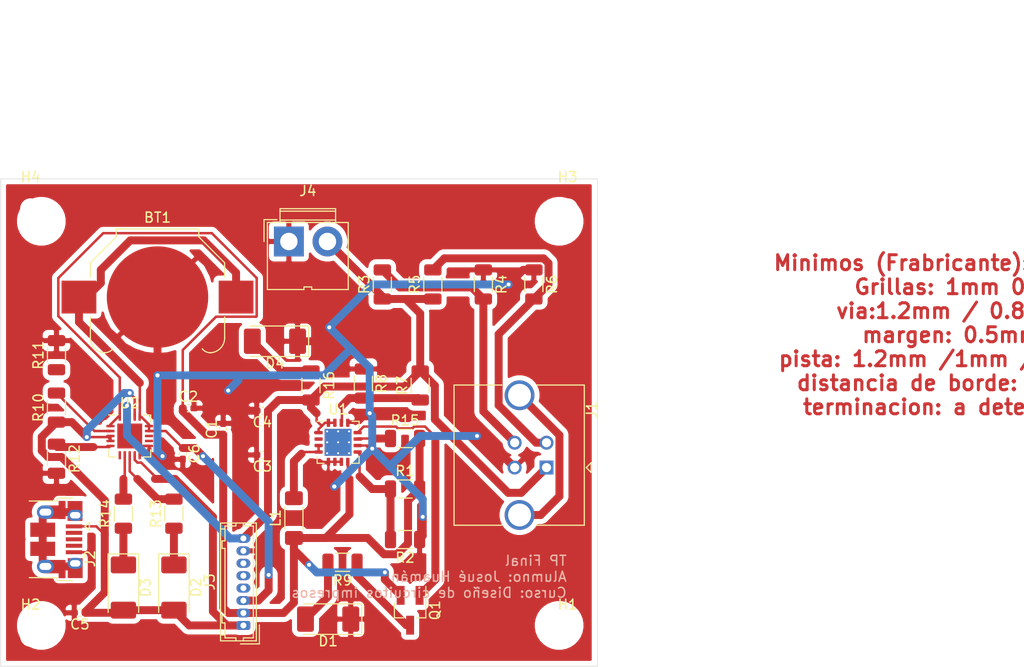
<source format=kicad_pcb>
(kicad_pcb (version 20171130) (host pcbnew "(5.1.10)-1")

  (general
    (thickness 1.6)
    (drawings 15)
    (tracks 297)
    (zones 0)
    (modules 39)
    (nets 35)
  )

  (page A4)
  (title_block
    (title "HolaPOWERBOOST 1000 CHARGER (Réplica)")
    (date 2021-10-16)
    (rev 1.0)
    (company "Josué Elías Huamán Gonzales")
    (comment 1 "licencia GLP")
  )

  (layers
    (0 F.Cu signal hide)
    (31 B.Cu signal hide)
    (32 B.Adhes user)
    (33 F.Adhes user)
    (34 B.Paste user)
    (35 F.Paste user)
    (36 B.SilkS user)
    (37 F.SilkS user hide)
    (38 B.Mask user hide)
    (39 F.Mask user)
    (40 Dwgs.User user)
    (41 Cmts.User user)
    (42 Eco1.User user)
    (43 Eco2.User user)
    (44 Edge.Cuts user)
    (45 Margin user)
    (46 B.CrtYd user)
    (47 F.CrtYd user)
    (48 B.Fab user hide)
    (49 F.Fab user hide)
  )

  (setup
    (last_trace_width 0.25)
    (user_trace_width 0.8)
    (user_trace_width 1)
    (user_trace_width 1.2)
    (trace_clearance 0.2)
    (zone_clearance 0.508)
    (zone_45_only no)
    (trace_min 0.2)
    (via_size 0.8)
    (via_drill 0.4)
    (via_min_size 0.4)
    (via_min_drill 0.3)
    (user_via 1.6 0.8)
    (user_via 2 1)
    (uvia_size 0.3)
    (uvia_drill 0.1)
    (uvias_allowed no)
    (uvia_min_size 0.2)
    (uvia_min_drill 0.1)
    (edge_width 0.05)
    (segment_width 0.2)
    (pcb_text_width 0.3)
    (pcb_text_size 1.5 1.5)
    (mod_edge_width 0.12)
    (mod_text_size 1 1)
    (mod_text_width 0.15)
    (pad_size 1.524 1.524)
    (pad_drill 0.762)
    (pad_to_mask_clearance 0)
    (aux_axis_origin 177.8 48.26)
    (visible_elements 7FFFFFFF)
    (pcbplotparams
      (layerselection 0x010fc_ffffffff)
      (usegerberextensions false)
      (usegerberattributes true)
      (usegerberadvancedattributes true)
      (creategerberjobfile true)
      (excludeedgelayer true)
      (linewidth 0.100000)
      (plotframeref false)
      (viasonmask false)
      (mode 1)
      (useauxorigin false)
      (hpglpennumber 1)
      (hpglpenspeed 20)
      (hpglpendiameter 15.000000)
      (psnegative false)
      (psa4output false)
      (plotreference true)
      (plotvalue true)
      (plotinvisibletext false)
      (padsonsilk false)
      (subtractmaskfromsilk false)
      (outputformat 1)
      (mirror false)
      (drillshape 1)
      (scaleselection 1)
      (outputdirectory ""))
  )

  (net 0 "")
  (net 1 GND)
  (net 2 +VSW)
  (net 3 +BATT)
  (net 4 +5V)
  (net 5 VBUS)
  (net 6 "Net-(D1-Pad2)")
  (net 7 "Net-(D2-Pad1)")
  (net 8 "Net-(D3-Pad1)")
  (net 9 "Net-(D4-Pad2)")
  (net 10 "Net-(J1-Pad5)")
  (net 11 "Net-(J1-Pad3)")
  (net 12 "Net-(J1-Pad2)")
  (net 13 "Net-(J2-Pad6)")
  (net 14 "Net-(J2-Pad2)")
  (net 15 "Net-(J2-Pad3)")
  (net 16 "Net-(J2-Pad4)")
  (net 17 "Net-(J3-Pad4)")
  (net 18 "Net-(J3-Pad5)")
  (net 19 "Net-(J3-Pad6)")
  (net 20 "Net-(L1-Pad2)")
  (net 21 "Net-(Q1-Pad1)")
  (net 22 "Net-(Q1-Pad3)")
  (net 23 "Net-(R1-Pad1)")
  (net 24 "Net-(R7-Pad1)")
  (net 25 "Net-(R10-Pad2)")
  (net 26 "Net-(R12-Pad1)")
  (net 27 "Net-(R13-Pad2)")
  (net 28 "Net-(R14-Pad2)")
  (net 29 "Net-(R15-Pad1)")
  (net 30 "Net-(U1-Pad2)")
  (net 31 "Net-(U1-Pad17)")
  (net 32 "Net-(U2-Pad6)")
  (net 33 "Net-(U2-Pad12)")
  (net 34 "Net-(U2-Pad13)")

  (net_class Default "This is the default net class."
    (clearance 0.2)
    (trace_width 0.25)
    (via_dia 0.8)
    (via_drill 0.4)
    (uvia_dia 0.3)
    (uvia_drill 0.1)
    (add_net +5V)
    (add_net +BATT)
    (add_net +VSW)
    (add_net GND)
    (add_net "Net-(D1-Pad2)")
    (add_net "Net-(D2-Pad1)")
    (add_net "Net-(D3-Pad1)")
    (add_net "Net-(D4-Pad2)")
    (add_net "Net-(J1-Pad2)")
    (add_net "Net-(J1-Pad3)")
    (add_net "Net-(J1-Pad5)")
    (add_net "Net-(J2-Pad2)")
    (add_net "Net-(J2-Pad3)")
    (add_net "Net-(J2-Pad4)")
    (add_net "Net-(J2-Pad6)")
    (add_net "Net-(J3-Pad4)")
    (add_net "Net-(J3-Pad5)")
    (add_net "Net-(J3-Pad6)")
    (add_net "Net-(L1-Pad2)")
    (add_net "Net-(Q1-Pad1)")
    (add_net "Net-(Q1-Pad3)")
    (add_net "Net-(R1-Pad1)")
    (add_net "Net-(R10-Pad2)")
    (add_net "Net-(R12-Pad1)")
    (add_net "Net-(R13-Pad2)")
    (add_net "Net-(R14-Pad2)")
    (add_net "Net-(R15-Pad1)")
    (add_net "Net-(R7-Pad1)")
    (add_net "Net-(U1-Pad17)")
    (add_net "Net-(U1-Pad2)")
    (add_net "Net-(U2-Pad12)")
    (add_net "Net-(U2-Pad13)")
    (add_net "Net-(U2-Pad6)")
    (add_net VBUS)
  )

  (module Package_DFN_QFN:Texas_S-PVQFN-N16_EP2.7x2.7mm_ThermalVias (layer F.Cu) (tedit 5E11FE4E) (tstamp 616C0586)
    (at 161.925 70.485)
    (descr "QFN, 16 Pin (http://www.ti.com/lit/ds/symlink/msp430g2001.pdf#page=43), generated with kicad-footprint-generator ipc_noLead_generator.py")
    (tags "QFN NoLead")
    (path /614A4366)
    (attr smd)
    (fp_text reference U1 (at 0 -3.32) (layer F.SilkS)
      (effects (font (size 1 1) (thickness 0.15)))
    )
    (fp_text value TPS61090 (at 0 3.32) (layer F.Fab)
      (effects (font (size 1 1) (thickness 0.15)))
    )
    (fp_line (start 2.62 -2.62) (end -2.62 -2.62) (layer F.CrtYd) (width 0.05))
    (fp_line (start 2.62 2.62) (end 2.62 -2.62) (layer F.CrtYd) (width 0.05))
    (fp_line (start -2.62 2.62) (end 2.62 2.62) (layer F.CrtYd) (width 0.05))
    (fp_line (start -2.62 -2.62) (end -2.62 2.62) (layer F.CrtYd) (width 0.05))
    (fp_line (start -2 -1) (end -1 -2) (layer F.Fab) (width 0.1))
    (fp_line (start -2 2) (end -2 -1) (layer F.Fab) (width 0.1))
    (fp_line (start 2 2) (end -2 2) (layer F.Fab) (width 0.1))
    (fp_line (start 2 -2) (end 2 2) (layer F.Fab) (width 0.1))
    (fp_line (start -1 -2) (end 2 -2) (layer F.Fab) (width 0.1))
    (fp_line (start -1.41 -2.11) (end -2.11 -2.11) (layer F.SilkS) (width 0.12))
    (fp_line (start 2.11 2.11) (end 2.11 1.41) (layer F.SilkS) (width 0.12))
    (fp_line (start 1.41 2.11) (end 2.11 2.11) (layer F.SilkS) (width 0.12))
    (fp_line (start -2.11 2.11) (end -2.11 1.41) (layer F.SilkS) (width 0.12))
    (fp_line (start -1.41 2.11) (end -2.11 2.11) (layer F.SilkS) (width 0.12))
    (fp_line (start 2.11 -2.11) (end 2.11 -1.41) (layer F.SilkS) (width 0.12))
    (fp_line (start 1.41 -2.11) (end 2.11 -2.11) (layer F.SilkS) (width 0.12))
    (fp_text user %R (at 0 0) (layer F.Fab)
      (effects (font (size 1 1) (thickness 0.15)))
    )
    (pad 1 smd roundrect (at -1.9625 -0.975) (size 0.825 0.35) (layers F.Cu F.Paste F.Mask) (roundrect_rratio 0.25)
      (net 4 +5V))
    (pad 2 smd roundrect (at -1.9625 -0.325) (size 0.825 0.35) (layers F.Cu F.Paste F.Mask) (roundrect_rratio 0.25)
      (net 30 "Net-(U1-Pad2)"))
    (pad 3 smd roundrect (at -1.9625 0.325) (size 0.825 0.35) (layers F.Cu F.Paste F.Mask) (roundrect_rratio 0.25)
      (net 20 "Net-(L1-Pad2)"))
    (pad 4 smd roundrect (at -1.9625 0.975) (size 0.825 0.35) (layers F.Cu F.Paste F.Mask) (roundrect_rratio 0.25)
      (net 20 "Net-(L1-Pad2)"))
    (pad 5 smd roundrect (at -0.975 1.9625) (size 0.35 0.825) (layers F.Cu F.Paste F.Mask) (roundrect_rratio 0.25)
      (net 1 GND))
    (pad 6 smd roundrect (at -0.325 1.9625) (size 0.35 0.825) (layers F.Cu F.Paste F.Mask) (roundrect_rratio 0.25)
      (net 1 GND))
    (pad 7 smd roundrect (at 0.325 1.9625) (size 0.35 0.825) (layers F.Cu F.Paste F.Mask) (roundrect_rratio 0.25)
      (net 1 GND))
    (pad 8 smd roundrect (at 0.975 1.9625) (size 0.35 0.825) (layers F.Cu F.Paste F.Mask) (roundrect_rratio 0.25)
      (net 3 +BATT))
    (pad 9 smd roundrect (at 1.9625 0.975) (size 0.825 0.35) (layers F.Cu F.Paste F.Mask) (roundrect_rratio 0.25)
      (net 23 "Net-(R1-Pad1)"))
    (pad 10 smd roundrect (at 1.9625 0.325) (size 0.825 0.35) (layers F.Cu F.Paste F.Mask) (roundrect_rratio 0.25)
      (net 1 GND))
    (pad 11 smd roundrect (at 1.9625 -0.325) (size 0.825 0.35) (layers F.Cu F.Paste F.Mask) (roundrect_rratio 0.25)
      (net 29 "Net-(R15-Pad1)"))
    (pad 12 smd roundrect (at 1.9625 -0.975) (size 0.825 0.35) (layers F.Cu F.Paste F.Mask) (roundrect_rratio 0.25)
      (net 21 "Net-(Q1-Pad1)"))
    (pad 13 smd roundrect (at 0.975 -1.9625) (size 0.35 0.825) (layers F.Cu F.Paste F.Mask) (roundrect_rratio 0.25)
      (net 1 GND))
    (pad 14 smd roundrect (at 0.325 -1.9625) (size 0.35 0.825) (layers F.Cu F.Paste F.Mask) (roundrect_rratio 0.25)
      (net 24 "Net-(R7-Pad1)"))
    (pad 15 smd roundrect (at -0.325 -1.9625) (size 0.35 0.825) (layers F.Cu F.Paste F.Mask) (roundrect_rratio 0.25)
      (net 4 +5V))
    (pad 16 smd roundrect (at -0.975 -1.9625) (size 0.35 0.825) (layers F.Cu F.Paste F.Mask) (roundrect_rratio 0.25)
      (net 4 +5V))
    (pad 17 smd rect (at 0 0) (size 2.7 2.7) (layers F.Cu F.Mask)
      (net 31 "Net-(U1-Pad17)"))
    (pad 17 thru_hole circle (at -1.1 -1.1) (size 0.5 0.5) (drill 0.2) (layers *.Cu)
      (net 31 "Net-(U1-Pad17)"))
    (pad 17 thru_hole circle (at 0 -1.1) (size 0.5 0.5) (drill 0.2) (layers *.Cu)
      (net 31 "Net-(U1-Pad17)"))
    (pad 17 thru_hole circle (at 1.1 -1.1) (size 0.5 0.5) (drill 0.2) (layers *.Cu)
      (net 31 "Net-(U1-Pad17)"))
    (pad 17 thru_hole circle (at -1.1 0) (size 0.5 0.5) (drill 0.2) (layers *.Cu)
      (net 31 "Net-(U1-Pad17)"))
    (pad 17 thru_hole circle (at 0 0) (size 0.5 0.5) (drill 0.2) (layers *.Cu)
      (net 31 "Net-(U1-Pad17)"))
    (pad 17 thru_hole circle (at 1.1 0) (size 0.5 0.5) (drill 0.2) (layers *.Cu)
      (net 31 "Net-(U1-Pad17)"))
    (pad 17 thru_hole circle (at -1.1 1.1) (size 0.5 0.5) (drill 0.2) (layers *.Cu)
      (net 31 "Net-(U1-Pad17)"))
    (pad 17 thru_hole circle (at 0 1.1) (size 0.5 0.5) (drill 0.2) (layers *.Cu)
      (net 31 "Net-(U1-Pad17)"))
    (pad 17 thru_hole circle (at 1.1 1.1) (size 0.5 0.5) (drill 0.2) (layers *.Cu)
      (net 31 "Net-(U1-Pad17)"))
    (pad 17 smd rect (at 0 0) (size 2.7 2.7) (layers B.Cu)
      (net 31 "Net-(U1-Pad17)"))
    (pad "" smd roundrect (at -0.55 -0.55) (size 0.954594 0.954594) (layers F.Paste) (roundrect_rratio 0.25))
    (pad "" smd roundrect (at -0.55 0.55) (size 0.954594 0.954594) (layers F.Paste) (roundrect_rratio 0.25))
    (pad "" smd roundrect (at 0.55 -0.55) (size 0.954594 0.954594) (layers F.Paste) (roundrect_rratio 0.25))
    (pad "" smd roundrect (at 0.55 0.55) (size 0.954594 0.954594) (layers F.Paste) (roundrect_rratio 0.25))
    (model ${KISYS3DMOD}/Package_DFN_QFN.3dshapes/Texas_S-PVQFN-N16_EP2.7x2.7mm.wrl
      (at (xyz 0 0 0))
      (scale (xyz 1 1 1))
      (rotate (xyz 0 0 0))
    )
  )

  (module Battery:BatteryHolder_Keystone_3000_1x12mm (layer F.Cu) (tedit 5D9CBDF8) (tstamp 616DCDB2)
    (at 143.764 55.88)
    (descr http://www.keyelco.com/product-pdf.cfm?p=777)
    (tags "Keystone type 3000 coin cell retainer")
    (path /6146719E)
    (attr smd)
    (fp_text reference BT1 (at 0 -8) (layer F.SilkS)
      (effects (font (size 1 1) (thickness 0.15)))
    )
    (fp_text value Battery_Cell (at 0 7.5) (layer F.Fab)
      (effects (font (size 1 1) (thickness 0.15)))
    )
    (fp_line (start -5.29 6.76) (end 5.29 6.76) (layer F.CrtYd) (width 0.05))
    (fp_line (start -4 -6.7) (end 4 -6.7) (layer F.Fab) (width 0.1))
    (fp_line (start -4 -6.7) (end -4 -6) (layer F.Fab) (width 0.1))
    (fp_line (start 4 -6.7) (end 4 -6) (layer F.Fab) (width 0.1))
    (fp_line (start -4 -6) (end -6.6 -3.4) (layer F.Fab) (width 0.1))
    (fp_line (start 4 -6) (end 6.6 -3.4) (layer F.Fab) (width 0.1))
    (fp_line (start -6.6 -3.4) (end -6.6 4.1) (layer F.Fab) (width 0.1))
    (fp_line (start 6.6 -3.4) (end 6.6 4.1) (layer F.Fab) (width 0.1))
    (fp_line (start 10.15 2.15) (end 7.25 2.15) (layer F.CrtYd) (width 0.05))
    (fp_line (start 10.15 -2.15) (end 10.15 2.15) (layer F.CrtYd) (width 0.05))
    (fp_line (start 7.25 -2.15) (end 10.15 -2.15) (layer F.CrtYd) (width 0.05))
    (fp_line (start -10.15 2.15) (end -7.25 2.15) (layer F.CrtYd) (width 0.05))
    (fp_line (start -10.15 -2.15) (end -10.15 2.15) (layer F.CrtYd) (width 0.05))
    (fp_line (start -7.25 -2.15) (end -10.15 -2.15) (layer F.CrtYd) (width 0.05))
    (fp_line (start 6.75 -3.45) (end 6.75 -2) (layer F.SilkS) (width 0.12))
    (fp_line (start 4.15 -6.05) (end 6.75 -3.45) (layer F.SilkS) (width 0.12))
    (fp_line (start 4.15 -6.85) (end 4.15 -6.05) (layer F.SilkS) (width 0.12))
    (fp_line (start -4.15 -6.85) (end 4.15 -6.85) (layer F.SilkS) (width 0.12))
    (fp_line (start -4.15 -6.05) (end -4.15 -6.85) (layer F.SilkS) (width 0.12))
    (fp_line (start -6.75 -3.45) (end -4.15 -6.05) (layer F.SilkS) (width 0.12))
    (fp_line (start -6.75 -2) (end -6.75 -3.45) (layer F.SilkS) (width 0.12))
    (fp_line (start -7.25 -2.15) (end -7.25 -3.8) (layer F.CrtYd) (width 0.05))
    (fp_line (start -7.25 -3.8) (end -4.65 -6.4) (layer F.CrtYd) (width 0.05))
    (fp_line (start -4.65 -6.4) (end -4.65 -7.35) (layer F.CrtYd) (width 0.05))
    (fp_line (start -4.65 -7.35) (end 4.65 -7.35) (layer F.CrtYd) (width 0.05))
    (fp_line (start 4.65 -6.4) (end 4.65 -7.35) (layer F.CrtYd) (width 0.05))
    (fp_line (start 7.25 -3.8) (end 4.65 -6.4) (layer F.CrtYd) (width 0.05))
    (fp_line (start 7.25 -2.15) (end 7.25 -3.8) (layer F.CrtYd) (width 0.05))
    (fp_line (start -6.75 2) (end -6.75 4.1) (layer F.SilkS) (width 0.12))
    (fp_line (start 6.75 2) (end 6.75 4.1) (layer F.SilkS) (width 0.12))
    (fp_line (start 7.25 2.15) (end 7.25 4.8) (layer F.CrtYd) (width 0.05))
    (fp_line (start -7.25 2.15) (end -7.25 4.8) (layer F.CrtYd) (width 0.05))
    (fp_circle (center 0 0) (end 0 6.25) (layer Dwgs.User) (width 0.15))
    (fp_text user %R (at 0 0) (layer F.Fab)
      (effects (font (size 1 1) (thickness 0.15)))
    )
    (fp_arc (start 5.29 4.8) (end 5.29 6.76) (angle -90) (layer F.CrtYd) (width 0.05))
    (fp_arc (start 5.29 4.6) (end 4.5 5.2) (angle -60) (layer F.SilkS) (width 0.12))
    (fp_arc (start -5.29 4.6) (end -4.5 5.2) (angle 60) (layer F.SilkS) (width 0.12))
    (fp_arc (start 5.29 4.6) (end 4.6 5.1) (angle -60) (layer F.Fab) (width 0.1))
    (fp_arc (start -5.29 4.6) (end -4.6 5.1) (angle 60) (layer F.Fab) (width 0.1))
    (fp_arc (start 0 8.9) (end -4.6 5.1) (angle 101) (layer F.Fab) (width 0.1))
    (fp_arc (start -5.29 4.8) (end -5.29 6.76) (angle 90) (layer F.CrtYd) (width 0.05))
    (fp_arc (start 5.25 4.1) (end 5.3 5.6) (angle -90) (layer F.SilkS) (width 0.12))
    (fp_arc (start -5.25 4.1) (end -5.3 5.6) (angle 90) (layer F.SilkS) (width 0.12))
    (fp_arc (start 5.25 4.1) (end 5.3 5.45) (angle -90) (layer F.Fab) (width 0.1))
    (fp_arc (start -5.25 4.1) (end -5.3 5.45) (angle 90) (layer F.Fab) (width 0.1))
    (pad 1 smd rect (at -7.9 0) (size 3.5 3.3) (layers F.Cu F.Paste F.Mask)
      (net 2 +VSW))
    (pad 1 smd rect (at 7.9 0) (size 3.5 3.3) (layers F.Cu F.Paste F.Mask)
      (net 2 +VSW))
    (pad 2 smd circle (at 0 0) (size 10.2 10.2) (layers F.Cu F.Mask)
      (net 1 GND))
    (model ${KISYS3DMOD}/Battery.3dshapes/BatteryHolder_Keystone_3000_1x12mm.wrl
      (at (xyz 0 0 0))
      (scale (xyz 1 1 1))
      (rotate (xyz 0 0 0))
    )
  )

  (module Capacitor_SMD:C_0402_1005Metric_Pad0.74x0.62mm_HandSolder (layer F.Cu) (tedit 5F6BB22C) (tstamp 616C12B5)
    (at 150.368 69.1475 90)
    (descr "Capacitor SMD 0402 (1005 Metric), square (rectangular) end terminal, IPC_7351 nominal with elongated pad for handsoldering. (Body size source: IPC-SM-782 page 76, https://www.pcb-3d.com/wordpress/wp-content/uploads/ipc-sm-782a_amendment_1_and_2.pdf), generated with kicad-footprint-generator")
    (tags "capacitor handsolder")
    (path /615464AD)
    (attr smd)
    (fp_text reference C1 (at 0 -1.16 90) (layer F.SilkS)
      (effects (font (size 1 1) (thickness 0.15)))
    )
    (fp_text value 10uF (at 0 1.16 90) (layer F.Fab)
      (effects (font (size 1 1) (thickness 0.15)))
    )
    (fp_line (start 1.08 0.46) (end -1.08 0.46) (layer F.CrtYd) (width 0.05))
    (fp_line (start 1.08 -0.46) (end 1.08 0.46) (layer F.CrtYd) (width 0.05))
    (fp_line (start -1.08 -0.46) (end 1.08 -0.46) (layer F.CrtYd) (width 0.05))
    (fp_line (start -1.08 0.46) (end -1.08 -0.46) (layer F.CrtYd) (width 0.05))
    (fp_line (start -0.115835 0.36) (end 0.115835 0.36) (layer F.SilkS) (width 0.12))
    (fp_line (start -0.115835 -0.36) (end 0.115835 -0.36) (layer F.SilkS) (width 0.12))
    (fp_line (start 0.5 0.25) (end -0.5 0.25) (layer F.Fab) (width 0.1))
    (fp_line (start 0.5 -0.25) (end 0.5 0.25) (layer F.Fab) (width 0.1))
    (fp_line (start -0.5 -0.25) (end 0.5 -0.25) (layer F.Fab) (width 0.1))
    (fp_line (start -0.5 0.25) (end -0.5 -0.25) (layer F.Fab) (width 0.1))
    (fp_text user %R (at 0 0 90) (layer F.Fab)
      (effects (font (size 0.25 0.25) (thickness 0.04)))
    )
    (pad 1 smd roundrect (at -0.5675 0 90) (size 0.735 0.62) (layers F.Cu F.Paste F.Mask) (roundrect_rratio 0.25)
      (net 3 +BATT))
    (pad 2 smd roundrect (at 0.5675 0 90) (size 0.735 0.62) (layers F.Cu F.Paste F.Mask) (roundrect_rratio 0.25)
      (net 1 GND))
    (model ${KISYS3DMOD}/Capacitor_SMD.3dshapes/C_0402_1005Metric.wrl
      (at (xyz 0 0 0))
      (scale (xyz 1 1 1))
      (rotate (xyz 0 0 0))
    )
  )

  (module Capacitor_SMD:C_0402_1005Metric_Pad0.74x0.62mm_HandSolder (layer F.Cu) (tedit 5F6BB22C) (tstamp 616BBF56)
    (at 146.8715 67.056)
    (descr "Capacitor SMD 0402 (1005 Metric), square (rectangular) end terminal, IPC_7351 nominal with elongated pad for handsoldering. (Body size source: IPC-SM-782 page 76, https://www.pcb-3d.com/wordpress/wp-content/uploads/ipc-sm-782a_amendment_1_and_2.pdf), generated with kicad-footprint-generator")
    (tags "capacitor handsolder")
    (path /61546914)
    (attr smd)
    (fp_text reference C2 (at 0 -1.16) (layer F.SilkS)
      (effects (font (size 1 1) (thickness 0.15)))
    )
    (fp_text value 0.1uF (at 0 1.16) (layer F.Fab)
      (effects (font (size 1 1) (thickness 0.15)))
    )
    (fp_line (start -0.5 0.25) (end -0.5 -0.25) (layer F.Fab) (width 0.1))
    (fp_line (start -0.5 -0.25) (end 0.5 -0.25) (layer F.Fab) (width 0.1))
    (fp_line (start 0.5 -0.25) (end 0.5 0.25) (layer F.Fab) (width 0.1))
    (fp_line (start 0.5 0.25) (end -0.5 0.25) (layer F.Fab) (width 0.1))
    (fp_line (start -0.115835 -0.36) (end 0.115835 -0.36) (layer F.SilkS) (width 0.12))
    (fp_line (start -0.115835 0.36) (end 0.115835 0.36) (layer F.SilkS) (width 0.12))
    (fp_line (start -1.08 0.46) (end -1.08 -0.46) (layer F.CrtYd) (width 0.05))
    (fp_line (start -1.08 -0.46) (end 1.08 -0.46) (layer F.CrtYd) (width 0.05))
    (fp_line (start 1.08 -0.46) (end 1.08 0.46) (layer F.CrtYd) (width 0.05))
    (fp_line (start 1.08 0.46) (end -1.08 0.46) (layer F.CrtYd) (width 0.05))
    (fp_text user %R (at 0 0) (layer F.Fab)
      (effects (font (size 0.25 0.25) (thickness 0.04)))
    )
    (pad 2 smd roundrect (at 0.5675 0) (size 0.735 0.62) (layers F.Cu F.Paste F.Mask) (roundrect_rratio 0.25)
      (net 1 GND))
    (pad 1 smd roundrect (at -0.5675 0) (size 0.735 0.62) (layers F.Cu F.Paste F.Mask) (roundrect_rratio 0.25)
      (net 3 +BATT))
    (model ${KISYS3DMOD}/Capacitor_SMD.3dshapes/C_0402_1005Metric.wrl
      (at (xyz 0 0 0))
      (scale (xyz 1 1 1))
      (rotate (xyz 0 0 0))
    )
  )

  (module Capacitor_SMD:C_0402_1005Metric_Pad0.74x0.62mm_HandSolder (layer F.Cu) (tedit 5F6BB22C) (tstamp 616C17BD)
    (at 154.305 71.755 180)
    (descr "Capacitor SMD 0402 (1005 Metric), square (rectangular) end terminal, IPC_7351 nominal with elongated pad for handsoldering. (Body size source: IPC-SM-782 page 76, https://www.pcb-3d.com/wordpress/wp-content/uploads/ipc-sm-782a_amendment_1_and_2.pdf), generated with kicad-footprint-generator")
    (tags "capacitor handsolder")
    (path /614BA3C8)
    (attr smd)
    (fp_text reference C3 (at 0 -1.16) (layer F.SilkS)
      (effects (font (size 1 1) (thickness 0.15)))
    )
    (fp_text value 2.2uF (at 0 1.16) (layer F.Fab)
      (effects (font (size 1 1) (thickness 0.15)))
    )
    (fp_line (start 1.08 0.46) (end -1.08 0.46) (layer F.CrtYd) (width 0.05))
    (fp_line (start 1.08 -0.46) (end 1.08 0.46) (layer F.CrtYd) (width 0.05))
    (fp_line (start -1.08 -0.46) (end 1.08 -0.46) (layer F.CrtYd) (width 0.05))
    (fp_line (start -1.08 0.46) (end -1.08 -0.46) (layer F.CrtYd) (width 0.05))
    (fp_line (start -0.115835 0.36) (end 0.115835 0.36) (layer F.SilkS) (width 0.12))
    (fp_line (start -0.115835 -0.36) (end 0.115835 -0.36) (layer F.SilkS) (width 0.12))
    (fp_line (start 0.5 0.25) (end -0.5 0.25) (layer F.Fab) (width 0.1))
    (fp_line (start 0.5 -0.25) (end 0.5 0.25) (layer F.Fab) (width 0.1))
    (fp_line (start -0.5 -0.25) (end 0.5 -0.25) (layer F.Fab) (width 0.1))
    (fp_line (start -0.5 0.25) (end -0.5 -0.25) (layer F.Fab) (width 0.1))
    (fp_text user %R (at 0 0) (layer F.Fab)
      (effects (font (size 0.25 0.25) (thickness 0.04)))
    )
    (pad 1 smd roundrect (at -0.5675 0 180) (size 0.735 0.62) (layers F.Cu F.Paste F.Mask) (roundrect_rratio 0.25)
      (net 4 +5V))
    (pad 2 smd roundrect (at 0.5675 0 180) (size 0.735 0.62) (layers F.Cu F.Paste F.Mask) (roundrect_rratio 0.25)
      (net 1 GND))
    (model ${KISYS3DMOD}/Capacitor_SMD.3dshapes/C_0402_1005Metric.wrl
      (at (xyz 0 0 0))
      (scale (xyz 1 1 1))
      (rotate (xyz 0 0 0))
    )
  )

  (module Capacitor_SMD:C_0402_1005Metric_Pad0.74x0.62mm_HandSolder (layer F.Cu) (tedit 5F6BB22C) (tstamp 616BBF78)
    (at 154.305 67.31 180)
    (descr "Capacitor SMD 0402 (1005 Metric), square (rectangular) end terminal, IPC_7351 nominal with elongated pad for handsoldering. (Body size source: IPC-SM-782 page 76, https://www.pcb-3d.com/wordpress/wp-content/uploads/ipc-sm-782a_amendment_1_and_2.pdf), generated with kicad-footprint-generator")
    (tags "capacitor handsolder")
    (path /614B9F34)
    (attr smd)
    (fp_text reference C4 (at 0 -1.16) (layer F.SilkS)
      (effects (font (size 1 1) (thickness 0.15)))
    )
    (fp_text value 100uF (at 0 1.16) (layer F.Fab)
      (effects (font (size 1 1) (thickness 0.15)))
    )
    (fp_line (start -0.5 0.25) (end -0.5 -0.25) (layer F.Fab) (width 0.1))
    (fp_line (start -0.5 -0.25) (end 0.5 -0.25) (layer F.Fab) (width 0.1))
    (fp_line (start 0.5 -0.25) (end 0.5 0.25) (layer F.Fab) (width 0.1))
    (fp_line (start 0.5 0.25) (end -0.5 0.25) (layer F.Fab) (width 0.1))
    (fp_line (start -0.115835 -0.36) (end 0.115835 -0.36) (layer F.SilkS) (width 0.12))
    (fp_line (start -0.115835 0.36) (end 0.115835 0.36) (layer F.SilkS) (width 0.12))
    (fp_line (start -1.08 0.46) (end -1.08 -0.46) (layer F.CrtYd) (width 0.05))
    (fp_line (start -1.08 -0.46) (end 1.08 -0.46) (layer F.CrtYd) (width 0.05))
    (fp_line (start 1.08 -0.46) (end 1.08 0.46) (layer F.CrtYd) (width 0.05))
    (fp_line (start 1.08 0.46) (end -1.08 0.46) (layer F.CrtYd) (width 0.05))
    (fp_text user %R (at 0 0) (layer F.Fab)
      (effects (font (size 0.25 0.25) (thickness 0.04)))
    )
    (pad 2 smd roundrect (at 0.5675 0 180) (size 0.735 0.62) (layers F.Cu F.Paste F.Mask) (roundrect_rratio 0.25)
      (net 1 GND))
    (pad 1 smd roundrect (at -0.5675 0 180) (size 0.735 0.62) (layers F.Cu F.Paste F.Mask) (roundrect_rratio 0.25)
      (net 4 +5V))
    (model ${KISYS3DMOD}/Capacitor_SMD.3dshapes/C_0402_1005Metric.wrl
      (at (xyz 0 0 0))
      (scale (xyz 1 1 1))
      (rotate (xyz 0 0 0))
    )
  )

  (module Capacitor_SMD:C_0402_1005Metric_Pad0.74x0.62mm_HandSolder (layer F.Cu) (tedit 5F6BB22C) (tstamp 616BBF89)
    (at 135.9575 87.63 180)
    (descr "Capacitor SMD 0402 (1005 Metric), square (rectangular) end terminal, IPC_7351 nominal with elongated pad for handsoldering. (Body size source: IPC-SM-782 page 76, https://www.pcb-3d.com/wordpress/wp-content/uploads/ipc-sm-782a_amendment_1_and_2.pdf), generated with kicad-footprint-generator")
    (tags "capacitor handsolder")
    (path /614448F2)
    (attr smd)
    (fp_text reference C5 (at 0 -1.16) (layer F.SilkS)
      (effects (font (size 1 1) (thickness 0.15)))
    )
    (fp_text value CAP (at 0 1.16) (layer F.Fab)
      (effects (font (size 1 1) (thickness 0.15)))
    )
    (fp_line (start -0.5 0.25) (end -0.5 -0.25) (layer F.Fab) (width 0.1))
    (fp_line (start -0.5 -0.25) (end 0.5 -0.25) (layer F.Fab) (width 0.1))
    (fp_line (start 0.5 -0.25) (end 0.5 0.25) (layer F.Fab) (width 0.1))
    (fp_line (start 0.5 0.25) (end -0.5 0.25) (layer F.Fab) (width 0.1))
    (fp_line (start -0.115835 -0.36) (end 0.115835 -0.36) (layer F.SilkS) (width 0.12))
    (fp_line (start -0.115835 0.36) (end 0.115835 0.36) (layer F.SilkS) (width 0.12))
    (fp_line (start -1.08 0.46) (end -1.08 -0.46) (layer F.CrtYd) (width 0.05))
    (fp_line (start -1.08 -0.46) (end 1.08 -0.46) (layer F.CrtYd) (width 0.05))
    (fp_line (start 1.08 -0.46) (end 1.08 0.46) (layer F.CrtYd) (width 0.05))
    (fp_line (start 1.08 0.46) (end -1.08 0.46) (layer F.CrtYd) (width 0.05))
    (fp_text user %R (at 0 0) (layer F.Fab)
      (effects (font (size 0.25 0.25) (thickness 0.04)))
    )
    (pad 2 smd roundrect (at 0.5675 0 180) (size 0.735 0.62) (layers F.Cu F.Paste F.Mask) (roundrect_rratio 0.25)
      (net 1 GND))
    (pad 1 smd roundrect (at -0.5675 0 180) (size 0.735 0.62) (layers F.Cu F.Paste F.Mask) (roundrect_rratio 0.25)
      (net 5 VBUS))
    (model ${KISYS3DMOD}/Capacitor_SMD.3dshapes/C_0402_1005Metric.wrl
      (at (xyz 0 0 0))
      (scale (xyz 1 1 1))
      (rotate (xyz 0 0 0))
    )
  )

  (module Capacitor_SMD:C_0402_1005Metric_Pad0.74x0.62mm_HandSolder (layer F.Cu) (tedit 5F6BB22C) (tstamp 616C1AD8)
    (at 146.304 71.628 270)
    (descr "Capacitor SMD 0402 (1005 Metric), square (rectangular) end terminal, IPC_7351 nominal with elongated pad for handsoldering. (Body size source: IPC-SM-782 page 76, https://www.pcb-3d.com/wordpress/wp-content/uploads/ipc-sm-782a_amendment_1_and_2.pdf), generated with kicad-footprint-generator")
    (tags "capacitor handsolder")
    (path /61466D40)
    (attr smd)
    (fp_text reference C6 (at 0 -1.16 90) (layer F.SilkS)
      (effects (font (size 1 1) (thickness 0.15)))
    )
    (fp_text value CAP (at 0 1.16 90) (layer F.Fab)
      (effects (font (size 1 1) (thickness 0.15)))
    )
    (fp_line (start 1.08 0.46) (end -1.08 0.46) (layer F.CrtYd) (width 0.05))
    (fp_line (start 1.08 -0.46) (end 1.08 0.46) (layer F.CrtYd) (width 0.05))
    (fp_line (start -1.08 -0.46) (end 1.08 -0.46) (layer F.CrtYd) (width 0.05))
    (fp_line (start -1.08 0.46) (end -1.08 -0.46) (layer F.CrtYd) (width 0.05))
    (fp_line (start -0.115835 0.36) (end 0.115835 0.36) (layer F.SilkS) (width 0.12))
    (fp_line (start -0.115835 -0.36) (end 0.115835 -0.36) (layer F.SilkS) (width 0.12))
    (fp_line (start 0.5 0.25) (end -0.5 0.25) (layer F.Fab) (width 0.1))
    (fp_line (start 0.5 -0.25) (end 0.5 0.25) (layer F.Fab) (width 0.1))
    (fp_line (start -0.5 -0.25) (end 0.5 -0.25) (layer F.Fab) (width 0.1))
    (fp_line (start -0.5 0.25) (end -0.5 -0.25) (layer F.Fab) (width 0.1))
    (fp_text user %R (at 0 0 90) (layer F.Fab)
      (effects (font (size 0.25 0.25) (thickness 0.04)))
    )
    (pad 1 smd roundrect (at -0.5675 0 270) (size 0.735 0.62) (layers F.Cu F.Paste F.Mask) (roundrect_rratio 0.25)
      (net 2 +VSW))
    (pad 2 smd roundrect (at 0.5675 0 270) (size 0.735 0.62) (layers F.Cu F.Paste F.Mask) (roundrect_rratio 0.25)
      (net 1 GND))
    (model ${KISYS3DMOD}/Capacitor_SMD.3dshapes/C_0402_1005Metric.wrl
      (at (xyz 0 0 0))
      (scale (xyz 1 1 1))
      (rotate (xyz 0 0 0))
    )
  )

  (module LED_SMD:LED_2010_5025Metric_Castellated (layer F.Cu) (tedit 5F68FEF1) (tstamp 616C0A18)
    (at 160.92 88.265 180)
    (descr "LED SMD 2010 (5025 Metric), castellated end terminal, IPC_7351 nominal, (Body size source: http://www.tortai-tech.com/upload/download/2011102023233369053.pdf), generated with kicad-footprint-generator")
    (tags "LED castellated")
    (path /614DC3BA)
    (attr smd)
    (fp_text reference D1 (at 0 -2.22) (layer F.SilkS)
      (effects (font (size 1 1) (thickness 0.15)))
    )
    (fp_text value LED (at 0 2.22) (layer F.Fab)
      (effects (font (size 1 1) (thickness 0.15)))
    )
    (fp_line (start 2.5 -1.25) (end -1.875 -1.25) (layer F.Fab) (width 0.1))
    (fp_line (start -1.875 -1.25) (end -2.5 -0.625) (layer F.Fab) (width 0.1))
    (fp_line (start -2.5 -0.625) (end -2.5 1.25) (layer F.Fab) (width 0.1))
    (fp_line (start -2.5 1.25) (end 2.5 1.25) (layer F.Fab) (width 0.1))
    (fp_line (start 2.5 1.25) (end 2.5 -1.25) (layer F.Fab) (width 0.1))
    (fp_line (start 2.5 -1.535) (end -3.385 -1.535) (layer F.SilkS) (width 0.12))
    (fp_line (start -3.385 -1.535) (end -3.385 1.535) (layer F.SilkS) (width 0.12))
    (fp_line (start -3.385 1.535) (end 2.5 1.535) (layer F.SilkS) (width 0.12))
    (fp_line (start -3.38 1.52) (end -3.38 -1.52) (layer F.CrtYd) (width 0.05))
    (fp_line (start -3.38 -1.52) (end 3.38 -1.52) (layer F.CrtYd) (width 0.05))
    (fp_line (start 3.38 -1.52) (end 3.38 1.52) (layer F.CrtYd) (width 0.05))
    (fp_line (start 3.38 1.52) (end -3.38 1.52) (layer F.CrtYd) (width 0.05))
    (fp_text user %R (at 0 0) (layer F.Fab)
      (effects (font (size 1 1) (thickness 0.15)))
    )
    (pad 2 smd roundrect (at 2.275 0 180) (size 1.7 2.55) (layers F.Cu F.Paste F.Mask) (roundrect_rratio 0.147059)
      (net 6 "Net-(D1-Pad2)"))
    (pad 1 smd roundrect (at -2.275 0 180) (size 1.7 2.55) (layers F.Cu F.Paste F.Mask) (roundrect_rratio 0.147059)
      (net 1 GND))
    (model ${KISYS3DMOD}/LED_SMD.3dshapes/LED_2010_5025Metric_Castellated.wrl
      (at (xyz 0 0 0))
      (scale (xyz 1 1 1))
      (rotate (xyz 0 0 0))
    )
  )

  (module LED_SMD:LED_2010_5025Metric_Castellated (layer F.Cu) (tedit 5F68FEF1) (tstamp 616BBFC0)
    (at 145.415 85.09 270)
    (descr "LED SMD 2010 (5025 Metric), castellated end terminal, IPC_7351 nominal, (Body size source: http://www.tortai-tech.com/upload/download/2011102023233369053.pdf), generated with kicad-footprint-generator")
    (tags "LED castellated")
    (path /61442A3B)
    (attr smd)
    (fp_text reference D2 (at 0 -2.22 90) (layer F.SilkS)
      (effects (font (size 1 1) (thickness 0.15)))
    )
    (fp_text value LED (at 0 2.22 90) (layer F.Fab)
      (effects (font (size 1 1) (thickness 0.15)))
    )
    (fp_line (start 2.5 -1.25) (end -1.875 -1.25) (layer F.Fab) (width 0.1))
    (fp_line (start -1.875 -1.25) (end -2.5 -0.625) (layer F.Fab) (width 0.1))
    (fp_line (start -2.5 -0.625) (end -2.5 1.25) (layer F.Fab) (width 0.1))
    (fp_line (start -2.5 1.25) (end 2.5 1.25) (layer F.Fab) (width 0.1))
    (fp_line (start 2.5 1.25) (end 2.5 -1.25) (layer F.Fab) (width 0.1))
    (fp_line (start 2.5 -1.535) (end -3.385 -1.535) (layer F.SilkS) (width 0.12))
    (fp_line (start -3.385 -1.535) (end -3.385 1.535) (layer F.SilkS) (width 0.12))
    (fp_line (start -3.385 1.535) (end 2.5 1.535) (layer F.SilkS) (width 0.12))
    (fp_line (start -3.38 1.52) (end -3.38 -1.52) (layer F.CrtYd) (width 0.05))
    (fp_line (start -3.38 -1.52) (end 3.38 -1.52) (layer F.CrtYd) (width 0.05))
    (fp_line (start 3.38 -1.52) (end 3.38 1.52) (layer F.CrtYd) (width 0.05))
    (fp_line (start 3.38 1.52) (end -3.38 1.52) (layer F.CrtYd) (width 0.05))
    (fp_text user %R (at 0 0 90) (layer F.Fab)
      (effects (font (size 1 1) (thickness 0.15)))
    )
    (pad 2 smd roundrect (at 2.275 0 270) (size 1.7 2.55) (layers F.Cu F.Paste F.Mask) (roundrect_rratio 0.147059)
      (net 5 VBUS))
    (pad 1 smd roundrect (at -2.275 0 270) (size 1.7 2.55) (layers F.Cu F.Paste F.Mask) (roundrect_rratio 0.147059)
      (net 7 "Net-(D2-Pad1)"))
    (model ${KISYS3DMOD}/LED_SMD.3dshapes/LED_2010_5025Metric_Castellated.wrl
      (at (xyz 0 0 0))
      (scale (xyz 1 1 1))
      (rotate (xyz 0 0 0))
    )
  )

  (module LED_SMD:LED_2010_5025Metric_Castellated (layer F.Cu) (tedit 5F68FEF1) (tstamp 616BDB79)
    (at 140.335 85.09 270)
    (descr "LED SMD 2010 (5025 Metric), castellated end terminal, IPC_7351 nominal, (Body size source: http://www.tortai-tech.com/upload/download/2011102023233369053.pdf), generated with kicad-footprint-generator")
    (tags "LED castellated")
    (path /614421C6)
    (attr smd)
    (fp_text reference D3 (at 0 -2.22 90) (layer F.SilkS)
      (effects (font (size 1 1) (thickness 0.15)))
    )
    (fp_text value LED (at 0 2.22 90) (layer F.Fab)
      (effects (font (size 1 1) (thickness 0.15)))
    )
    (fp_line (start 3.38 1.52) (end -3.38 1.52) (layer F.CrtYd) (width 0.05))
    (fp_line (start 3.38 -1.52) (end 3.38 1.52) (layer F.CrtYd) (width 0.05))
    (fp_line (start -3.38 -1.52) (end 3.38 -1.52) (layer F.CrtYd) (width 0.05))
    (fp_line (start -3.38 1.52) (end -3.38 -1.52) (layer F.CrtYd) (width 0.05))
    (fp_line (start -3.385 1.535) (end 2.5 1.535) (layer F.SilkS) (width 0.12))
    (fp_line (start -3.385 -1.535) (end -3.385 1.535) (layer F.SilkS) (width 0.12))
    (fp_line (start 2.5 -1.535) (end -3.385 -1.535) (layer F.SilkS) (width 0.12))
    (fp_line (start 2.5 1.25) (end 2.5 -1.25) (layer F.Fab) (width 0.1))
    (fp_line (start -2.5 1.25) (end 2.5 1.25) (layer F.Fab) (width 0.1))
    (fp_line (start -2.5 -0.625) (end -2.5 1.25) (layer F.Fab) (width 0.1))
    (fp_line (start -1.875 -1.25) (end -2.5 -0.625) (layer F.Fab) (width 0.1))
    (fp_line (start 2.5 -1.25) (end -1.875 -1.25) (layer F.Fab) (width 0.1))
    (fp_text user %R (at 0 0 90) (layer F.Fab)
      (effects (font (size 1 1) (thickness 0.15)))
    )
    (pad 1 smd roundrect (at -2.275 0 270) (size 1.7 2.55) (layers F.Cu F.Paste F.Mask) (roundrect_rratio 0.147059)
      (net 8 "Net-(D3-Pad1)"))
    (pad 2 smd roundrect (at 2.275 0 270) (size 1.7 2.55) (layers F.Cu F.Paste F.Mask) (roundrect_rratio 0.147059)
      (net 5 VBUS))
    (model ${KISYS3DMOD}/LED_SMD.3dshapes/LED_2010_5025Metric_Castellated.wrl
      (at (xyz 0 0 0))
      (scale (xyz 1 1 1))
      (rotate (xyz 0 0 0))
    )
  )

  (module LED_SMD:LED_2010_5025Metric_Castellated (layer F.Cu) (tedit 5F68FEF1) (tstamp 616DE063)
    (at 155.575 60.325 180)
    (descr "LED SMD 2010 (5025 Metric), castellated end terminal, IPC_7351 nominal, (Body size source: http://www.tortai-tech.com/upload/download/2011102023233369053.pdf), generated with kicad-footprint-generator")
    (tags "LED castellated")
    (path /615D0334)
    (attr smd)
    (fp_text reference D4 (at 0 -2.22) (layer F.SilkS)
      (effects (font (size 1 1) (thickness 0.15)))
    )
    (fp_text value LED (at 0 2.22) (layer F.Fab)
      (effects (font (size 1 1) (thickness 0.15)))
    )
    (fp_line (start 3.38 1.52) (end -3.38 1.52) (layer F.CrtYd) (width 0.05))
    (fp_line (start 3.38 -1.52) (end 3.38 1.52) (layer F.CrtYd) (width 0.05))
    (fp_line (start -3.38 -1.52) (end 3.38 -1.52) (layer F.CrtYd) (width 0.05))
    (fp_line (start -3.38 1.52) (end -3.38 -1.52) (layer F.CrtYd) (width 0.05))
    (fp_line (start -3.385 1.535) (end 2.5 1.535) (layer F.SilkS) (width 0.12))
    (fp_line (start -3.385 -1.535) (end -3.385 1.535) (layer F.SilkS) (width 0.12))
    (fp_line (start 2.5 -1.535) (end -3.385 -1.535) (layer F.SilkS) (width 0.12))
    (fp_line (start 2.5 1.25) (end 2.5 -1.25) (layer F.Fab) (width 0.1))
    (fp_line (start -2.5 1.25) (end 2.5 1.25) (layer F.Fab) (width 0.1))
    (fp_line (start -2.5 -0.625) (end -2.5 1.25) (layer F.Fab) (width 0.1))
    (fp_line (start -1.875 -1.25) (end -2.5 -0.625) (layer F.Fab) (width 0.1))
    (fp_line (start 2.5 -1.25) (end -1.875 -1.25) (layer F.Fab) (width 0.1))
    (fp_text user %R (at 0 0) (layer F.Fab)
      (effects (font (size 1 1) (thickness 0.15)))
    )
    (pad 1 smd roundrect (at -2.275 0 180) (size 1.7 2.55) (layers F.Cu F.Paste F.Mask) (roundrect_rratio 0.147059)
      (net 1 GND))
    (pad 2 smd roundrect (at 2.275 0 180) (size 1.7 2.55) (layers F.Cu F.Paste F.Mask) (roundrect_rratio 0.147059)
      (net 9 "Net-(D4-Pad2)"))
    (model ${KISYS3DMOD}/LED_SMD.3dshapes/LED_2010_5025Metric_Castellated.wrl
      (at (xyz 0 0 0))
      (scale (xyz 1 1 1))
      (rotate (xyz 0 0 0))
    )
  )

  (module Connector_USB:USB_B_Amphenol_MUSB-D511_Vertical_Rugged (layer F.Cu) (tedit 5A1DC0BC) (tstamp 616BC005)
    (at 182.88 73.025 270)
    (descr "A,phenol MUSB_D511, USB B female connector, straight, rugged, https://www.amphenolcanada.com/ProductSearch/drawings/AC/MUSBD511XX.pdf")
    (tags "USB_B_MUSB_Straight female connector straight rugged MUSB D511")
    (path /6147B91B)
    (fp_text reference J1 (at -5.8 -4.55 90) (layer F.SilkS)
      (effects (font (size 1 1) (thickness 0.15)))
    )
    (fp_text value USB_B (at -1.25 10.25 90) (layer F.Fab)
      (effects (font (size 1 1) (thickness 0.15)))
    )
    (fp_circle (center 9.75 2) (end 9.75 4.5) (layer F.Fab) (width 0.12))
    (fp_circle (center -12.25 2) (end -12.25 4.5) (layer F.Fab) (width 0.12))
    (fp_line (start 12.5 9.5) (end -15 9.5) (layer F.CrtYd) (width 0.05))
    (fp_line (start 12.5 9.5) (end 12.5 -4) (layer F.CrtYd) (width 0.05))
    (fp_line (start -15 -4) (end -15 9.5) (layer F.CrtYd) (width 0.05))
    (fp_line (start -15 -4) (end 12.5 -4) (layer F.CrtYd) (width 0.05))
    (fp_line (start -8.25 9.25) (end -8.25 -3.75) (layer F.Fab) (width 0.1))
    (fp_line (start 5.75 9.25) (end -8.25 9.25) (layer F.Fab) (width 0.1))
    (fp_line (start 5.75 -3) (end 5.75 9.25) (layer F.Fab) (width 0.1))
    (fp_line (start -8.25 -3.75) (end 5 -3.75) (layer F.Fab) (width 0.1))
    (fp_line (start 5 -3.75) (end 5.75 -3) (layer F.Fab) (width 0.1))
    (fp_line (start 0 -4) (end 0.5 -4.5) (layer F.SilkS) (width 0.12))
    (fp_line (start 0.5 -4.5) (end -0.5 -4.5) (layer F.SilkS) (width 0.12))
    (fp_line (start -0.5 -4.5) (end 0 -4) (layer F.SilkS) (width 0.12))
    (fp_line (start -8.3 -3.8) (end 5.8 -3.8) (layer F.SilkS) (width 0.12))
    (fp_line (start 5.8 -3.8) (end 5.8 1) (layer F.SilkS) (width 0.12))
    (fp_line (start 5.8 4.5) (end 5.8 9.3) (layer F.SilkS) (width 0.12))
    (fp_line (start 5.8 9.3) (end -8.3 9.3) (layer F.SilkS) (width 0.12))
    (fp_line (start -8.3 9.3) (end -8.3 4.5) (layer F.SilkS) (width 0.12))
    (fp_line (start -8.3 1) (end -8.3 -3.8) (layer F.SilkS) (width 0.12))
    (fp_text user %R (at -1.2 6.4 90) (layer F.Fab)
      (effects (font (size 1 1) (thickness 0.15)))
    )
    (pad 5 thru_hole circle (at 4.77 2.71 270) (size 3 3) (drill 2.3) (layers *.Cu *.Mask)
      (net 10 "Net-(J1-Pad5)"))
    (pad 4 thru_hole circle (at 0 3.2 270) (size 1.4 1.4) (drill 0.92) (layers *.Cu *.Mask)
      (net 1 GND))
    (pad 3 thru_hole circle (at -2.5 3.2 270) (size 1.4 1.4) (drill 0.92) (layers *.Cu *.Mask)
      (net 11 "Net-(J1-Pad3)"))
    (pad 1 thru_hole rect (at 0 0 270) (size 1.4 1.4) (drill 0.92) (layers *.Cu *.Mask)
      (net 4 +5V))
    (pad 5 thru_hole circle (at -7.27 2.71 270) (size 3 3) (drill 2.3) (layers *.Cu *.Mask)
      (net 10 "Net-(J1-Pad5)"))
    (pad 2 thru_hole circle (at -2.5 0 270) (size 1.4 1.4) (drill 0.92) (layers *.Cu *.Mask)
      (net 12 "Net-(J1-Pad2)"))
    (model ${KISYS3DMOD}/Connector_USB.3dshapes/USB_B_Amphenol_MUSB-D511_Vertical_Rugged.wrl
      (at (xyz 0 0 0))
      (scale (xyz 1 1 1))
      (rotate (xyz 0 0 0))
    )
  )

  (module Connector_USB:USB_Micro-B_Amphenol_10103594-0001LF_Horizontal (layer F.Cu) (tedit 5A1DC0BD) (tstamp 616BEA60)
    (at 133.604 80.264 270)
    (descr "Micro USB Type B 10103594-0001LF, http://cdn.amphenol-icc.com/media/wysiwyg/files/drawing/10103594.pdf")
    (tags "USB USB_B USB_micro USB_OTG")
    (path /6143B4E7)
    (attr smd)
    (fp_text reference J2 (at 1.925 -3.365 90) (layer F.SilkS)
      (effects (font (size 1 1) (thickness 0.15)))
    )
    (fp_text value USB_B_Micro (at -0.025 4.435 90) (layer F.Fab)
      (effects (font (size 1 1) (thickness 0.15)))
    )
    (fp_line (start 4.14 3.58) (end -4.13 3.58) (layer F.CrtYd) (width 0.05))
    (fp_line (start 4.14 3.58) (end 4.14 -2.88) (layer F.CrtYd) (width 0.05))
    (fp_line (start -4.13 -2.88) (end -4.13 3.58) (layer F.CrtYd) (width 0.05))
    (fp_line (start -4.13 -2.88) (end 4.14 -2.88) (layer F.CrtYd) (width 0.05))
    (fp_line (start -4.025 2.835) (end 3.975 2.835) (layer Dwgs.User) (width 0.1))
    (fp_line (start -3.775 3.335) (end -3.775 -0.865) (layer F.Fab) (width 0.12))
    (fp_line (start -2.975 -1.615) (end 3.725 -1.615) (layer F.Fab) (width 0.12))
    (fp_line (start 3.725 -1.615) (end 3.725 3.335) (layer F.Fab) (width 0.12))
    (fp_line (start 3.725 3.335) (end -3.775 3.335) (layer F.Fab) (width 0.12))
    (fp_line (start -3.775 -0.865) (end -2.975 -1.615) (layer F.Fab) (width 0.12))
    (fp_line (start -1.325 -2.865) (end -1.725 -3.315) (layer F.SilkS) (width 0.12))
    (fp_line (start -1.725 -3.315) (end -0.925 -3.315) (layer F.SilkS) (width 0.12))
    (fp_line (start -0.925 -3.315) (end -1.325 -2.865) (layer F.SilkS) (width 0.12))
    (fp_line (start 3.825 2.735) (end 3.825 -0.065) (layer F.SilkS) (width 0.12))
    (fp_line (start 3.825 -0.065) (end 4.125 -0.065) (layer F.SilkS) (width 0.12))
    (fp_line (start 4.125 -0.065) (end 4.125 -1.615) (layer F.SilkS) (width 0.12))
    (fp_line (start -3.875 2.735) (end -3.875 -0.065) (layer F.SilkS) (width 0.12))
    (fp_line (start -4.175 -0.065) (end -3.875 -0.065) (layer F.SilkS) (width 0.12))
    (fp_line (start -4.175 -0.065) (end -4.175 -1.615) (layer F.SilkS) (width 0.12))
    (fp_text user "PCB edge" (at -0.025 2.235 90) (layer Dwgs.User)
      (effects (font (size 0.5 0.5) (thickness 0.075)))
    )
    (fp_text user %R (at -0.025 -0.015 90) (layer F.Fab)
      (effects (font (size 1 1) (thickness 0.15)))
    )
    (pad 6 smd rect (at 2.725 0.185 270) (size 1.35 2) (layers F.Cu F.Paste F.Mask)
      (net 13 "Net-(J2-Pad6)"))
    (pad 6 smd rect (at -2.755 0.185 270) (size 1.35 2) (layers F.Cu F.Paste F.Mask)
      (net 13 "Net-(J2-Pad6)"))
    (pad 6 smd rect (at -2.975 -0.565 270) (size 1.825 0.7) (layers F.Cu F.Paste F.Mask)
      (net 13 "Net-(J2-Pad6)"))
    (pad 6 smd rect (at 2.975 -0.565 270) (size 1.825 0.7) (layers F.Cu F.Paste F.Mask)
      (net 13 "Net-(J2-Pad6)"))
    (pad 6 smd rect (at -2.875 -1.865 270) (size 2 1.5) (layers F.Cu F.Paste F.Mask)
      (net 13 "Net-(J2-Pad6)"))
    (pad 6 smd rect (at 2.875 -1.885 270) (size 2 1.5) (layers F.Cu F.Paste F.Mask)
      (net 13 "Net-(J2-Pad6)"))
    (pad 1 smd rect (at -1.325 -1.765) (size 1.65 0.4) (layers F.Cu F.Paste F.Mask)
      (net 5 VBUS))
    (pad 2 smd rect (at -0.675 -1.765) (size 1.65 0.4) (layers F.Cu F.Paste F.Mask)
      (net 14 "Net-(J2-Pad2)"))
    (pad 3 smd rect (at -0.025 -1.765) (size 1.65 0.4) (layers F.Cu F.Paste F.Mask)
      (net 15 "Net-(J2-Pad3)"))
    (pad 4 smd rect (at 0.625 -1.765) (size 1.65 0.4) (layers F.Cu F.Paste F.Mask)
      (net 16 "Net-(J2-Pad4)"))
    (pad 5 smd rect (at 1.275 -1.765) (size 1.65 0.4) (layers F.Cu F.Paste F.Mask)
      (net 1 GND))
    (pad 6 thru_hole oval (at -2.445 -1.885) (size 1.5 1.1) (drill oval 1.05 0.65) (layers *.Cu *.Mask)
      (net 13 "Net-(J2-Pad6)"))
    (pad 6 thru_hole oval (at 2.395 -1.885) (size 1.5 1.1) (drill oval 1.05 0.65) (layers *.Cu *.Mask)
      (net 13 "Net-(J2-Pad6)"))
    (pad 6 thru_hole oval (at -2.755 1.115) (size 1.7 1.35) (drill oval 1.2 0.7) (layers *.Cu *.Mask)
      (net 13 "Net-(J2-Pad6)"))
    (pad 6 thru_hole oval (at 2.705 1.115) (size 1.7 1.35) (drill oval 1.2 0.7) (layers *.Cu *.Mask)
      (net 13 "Net-(J2-Pad6)"))
    (pad 6 smd rect (at -0.985 1.385) (size 2.5 1.43) (layers F.Cu F.Paste F.Mask)
      (net 13 "Net-(J2-Pad6)"))
    (pad 6 smd rect (at 0.935 1.385) (size 2.5 1.43) (layers F.Cu F.Paste F.Mask)
      (net 13 "Net-(J2-Pad6)"))
    (model ${KISYS3DMOD}/Connector_USB.3dshapes/USB_Micro-B_Amphenol_10103594-0001LF_Horizontal.wrl
      (at (xyz 0 0 0))
      (scale (xyz 1 1 1))
      (rotate (xyz 0 0 0))
    )
  )

  (module Connector_Hirose:Hirose_DF13-08P-1.25DSA_1x08_P1.25mm_Vertical (layer F.Cu) (tedit 5D246D4C) (tstamp 616BC062)
    (at 152.4 88.9 90)
    (descr "Hirose DF13 through hole, DF13-08P-1.25DSA, 8 Pins per row (https://www.hirose.com/product/en/products/DF13/DF13-2P-1.25DSA%2850%29/), generated with kicad-footprint-generator")
    (tags "connector Hirose DF13 vertical")
    (path /6187F58B)
    (fp_text reference J3 (at 4.38 -3.4 90) (layer F.SilkS)
      (effects (font (size 1 1) (thickness 0.15)))
    )
    (fp_text value Conn_01x08 (at 4.38 2.4 90) (layer F.Fab)
      (effects (font (size 1 1) (thickness 0.15)))
    )
    (fp_line (start 10.7 -2.7) (end -1.95 -2.7) (layer F.CrtYd) (width 0.05))
    (fp_line (start 10.7 1.7) (end 10.7 -2.7) (layer F.CrtYd) (width 0.05))
    (fp_line (start -1.95 1.7) (end 10.7 1.7) (layer F.CrtYd) (width 0.05))
    (fp_line (start -1.95 -2.7) (end -1.95 1.7) (layer F.CrtYd) (width 0.05))
    (fp_line (start 8.5 -1.85) (end 9.7 -1.85) (layer F.SilkS) (width 0.12))
    (fp_line (start 8.5 -2.15) (end 8.5 -1.85) (layer F.SilkS) (width 0.12))
    (fp_line (start 7.75 -2.15) (end 8.5 -2.15) (layer F.SilkS) (width 0.12))
    (fp_line (start 7.75 -1.85) (end 7.75 -2.15) (layer F.SilkS) (width 0.12))
    (fp_line (start 1 -1.85) (end 7.75 -1.85) (layer F.SilkS) (width 0.12))
    (fp_line (start 1 -2.15) (end 1 -1.85) (layer F.SilkS) (width 0.12))
    (fp_line (start 0.25 -2.15) (end 1 -2.15) (layer F.SilkS) (width 0.12))
    (fp_line (start 0.25 -1.85) (end 0.25 -2.15) (layer F.SilkS) (width 0.12))
    (fp_line (start -0.95 -1.85) (end 0.25 -1.85) (layer F.SilkS) (width 0.12))
    (fp_line (start 9.7 -1.85) (end 9.7 -2.3) (layer F.SilkS) (width 0.12))
    (fp_line (start 10 -1.85) (end 9.7 -1.85) (layer F.SilkS) (width 0.12))
    (fp_line (start 10 -0.75) (end 10 -1.85) (layer F.SilkS) (width 0.12))
    (fp_line (start 10.3 -0.75) (end 10 -0.75) (layer F.SilkS) (width 0.12))
    (fp_line (start -0.95 -1.85) (end -0.95 -2.3) (layer F.SilkS) (width 0.12))
    (fp_line (start -1.25 -1.85) (end -0.95 -1.85) (layer F.SilkS) (width 0.12))
    (fp_line (start -1.25 -0.75) (end -1.25 -1.85) (layer F.SilkS) (width 0.12))
    (fp_line (start -1.55 -0.75) (end -1.25 -0.75) (layer F.SilkS) (width 0.12))
    (fp_line (start 10 0) (end 10.3 0) (layer F.SilkS) (width 0.12))
    (fp_line (start 10 1) (end 10 0) (layer F.SilkS) (width 0.12))
    (fp_line (start -1.25 1) (end 10 1) (layer F.SilkS) (width 0.12))
    (fp_line (start -1.25 0) (end -1.25 1) (layer F.SilkS) (width 0.12))
    (fp_line (start -1.55 0) (end -1.25 0) (layer F.SilkS) (width 0.12))
    (fp_line (start 0 0.492893) (end 0.5 1.2) (layer F.Fab) (width 0.1))
    (fp_line (start -0.5 1.2) (end 0 0.492893) (layer F.Fab) (width 0.1))
    (fp_line (start -1.86 1.61) (end 0.05 1.61) (layer F.SilkS) (width 0.12))
    (fp_line (start -1.86 -0.3) (end -1.86 1.61) (layer F.SilkS) (width 0.12))
    (fp_line (start 10.3 -2.3) (end -1.55 -2.3) (layer F.SilkS) (width 0.12))
    (fp_line (start 10.3 1.3) (end 10.3 -2.3) (layer F.SilkS) (width 0.12))
    (fp_line (start -1.55 1.3) (end 10.3 1.3) (layer F.SilkS) (width 0.12))
    (fp_line (start -1.55 -2.3) (end -1.55 1.3) (layer F.SilkS) (width 0.12))
    (fp_line (start 10.2 -2.2) (end -1.45 -2.2) (layer F.Fab) (width 0.1))
    (fp_line (start 10.2 1.2) (end 10.2 -2.2) (layer F.Fab) (width 0.1))
    (fp_line (start -1.45 1.2) (end 10.2 1.2) (layer F.Fab) (width 0.1))
    (fp_line (start -1.45 -2.2) (end -1.45 1.2) (layer F.Fab) (width 0.1))
    (fp_text user %R (at 4.38 -1.5 90) (layer F.Fab)
      (effects (font (size 1 1) (thickness 0.15)))
    )
    (pad 1 thru_hole roundrect (at 0 0 90) (size 0.9 1.4) (drill 0.6) (layers *.Cu *.Mask) (roundrect_rratio 0.25)
      (net 5 VBUS))
    (pad 2 thru_hole oval (at 1.25 0 90) (size 0.9 1.4) (drill 0.6) (layers *.Cu *.Mask)
      (net 3 +BATT))
    (pad 3 thru_hole oval (at 2.5 0 90) (size 0.9 1.4) (drill 0.6) (layers *.Cu *.Mask)
      (net 2 +VSW))
    (pad 4 thru_hole oval (at 3.75 0 90) (size 0.9 1.4) (drill 0.6) (layers *.Cu *.Mask)
      (net 17 "Net-(J3-Pad4)"))
    (pad 5 thru_hole oval (at 5 0 90) (size 0.9 1.4) (drill 0.6) (layers *.Cu *.Mask)
      (net 18 "Net-(J3-Pad5)"))
    (pad 6 thru_hole oval (at 6.25 0 90) (size 0.9 1.4) (drill 0.6) (layers *.Cu *.Mask)
      (net 19 "Net-(J3-Pad6)"))
    (pad 7 thru_hole oval (at 7.5 0 90) (size 0.9 1.4) (drill 0.6) (layers *.Cu *.Mask)
      (net 1 GND))
    (pad 8 thru_hole oval (at 8.75 0 90) (size 0.9 1.4) (drill 0.6) (layers *.Cu *.Mask)
      (net 4 +5V))
    (model ${KISYS3DMOD}/Connector_Hirose.3dshapes/Hirose_DF13-08P-1.25DSA_1x08_P1.25mm_Vertical.wrl
      (at (xyz 0 0 0))
      (scale (xyz 1 1 1))
      (rotate (xyz 0 0 0))
    )
  )

  (module Connector:JWT_A3963_1x02_P3.96mm_Vertical (layer F.Cu) (tedit 5A2A57CE) (tstamp 616DCB62)
    (at 156.972 50.292)
    (descr "JWT A3963, 3.96mm pitch Pin head connector (http://www.jwt.com.tw/pro_pdf/A3963.pdf)")
    (tags "connector JWT A3963 pinhead")
    (path /61624C13)
    (fp_text reference J4 (at 1.91 -5.08) (layer F.SilkS)
      (effects (font (size 1 1) (thickness 0.15)))
    )
    (fp_text value Conn_01x02 (at 1.91 6.35) (layer F.Fab)
      (effects (font (size 1 1) (thickness 0.15)))
    )
    (fp_line (start 5.97 4.83) (end 5.97 0) (layer F.SilkS) (width 0.12))
    (fp_line (start -2.16 0) (end -2.16 4.83) (layer F.SilkS) (width 0.12))
    (fp_line (start -2.16 -1.91) (end 5.97 -1.91) (layer F.SilkS) (width 0.12))
    (fp_line (start -0.89 -1.91) (end -0.89 -3.3) (layer F.SilkS) (width 0.12))
    (fp_line (start 4.7 -1.91) (end 4.7 -3.3) (layer F.SilkS) (width 0.12))
    (fp_line (start -0.89 -3.3) (end 4.7 -3.3) (layer F.SilkS) (width 0.12))
    (fp_line (start -2.16 -1.91) (end -2.16 0) (layer F.SilkS) (width 0.12))
    (fp_line (start 5.97 -1.91) (end 5.97 0) (layer F.SilkS) (width 0.12))
    (fp_line (start -0.89 -3.05) (end 4.7 -3.05) (layer F.SilkS) (width 0.12))
    (fp_line (start -0.89 -2.16) (end 4.7 -2.16) (layer F.SilkS) (width 0.12))
    (fp_line (start 2.29 4.57) (end 2.29 4.83) (layer F.SilkS) (width 0.12))
    (fp_line (start 1.52 4.57) (end 2.29 4.57) (layer F.SilkS) (width 0.12))
    (fp_line (start 1.52 4.83) (end 1.52 4.57) (layer F.SilkS) (width 0.12))
    (fp_line (start 1.52 4.83) (end -2.16 4.83) (layer F.SilkS) (width 0.12))
    (fp_line (start 2.29 4.83) (end 5.97 4.83) (layer F.SilkS) (width 0.12))
    (fp_line (start -2.5 5.05) (end -2.5 -3.55) (layer F.CrtYd) (width 0.05))
    (fp_line (start 6.35 5.05) (end -2.5 5.05) (layer F.CrtYd) (width 0.05))
    (fp_line (start 6.35 -3.55) (end 6.35 5.05) (layer F.CrtYd) (width 0.05))
    (fp_line (start -2.5 -3.55) (end 6.35 -3.55) (layer F.CrtYd) (width 0.05))
    (fp_line (start -2.05 -1.8) (end 5.85 -1.8) (layer F.Fab) (width 0.1))
    (fp_line (start 5.85 -1.8) (end 5.85 4.7) (layer F.Fab) (width 0.1))
    (fp_line (start 5.85 4.7) (end -2.05 4.7) (layer F.Fab) (width 0.1))
    (fp_line (start -2.05 4.7) (end -2.05 -1.8) (layer F.Fab) (width 0.1))
    (fp_line (start -1.2 -2.2) (end -2.5 -2.2) (layer F.SilkS) (width 0.12))
    (fp_line (start -2.5 -2.2) (end -2.5 0) (layer F.SilkS) (width 0.12))
    (fp_line (start -1.25 -1.8) (end 0 -0.3) (layer F.Fab) (width 0.1))
    (fp_line (start 0 -0.3) (end 1.25 -1.8) (layer F.Fab) (width 0.1))
    (fp_line (start -0.8 -1.8) (end -0.8 -3.2) (layer F.Fab) (width 0.1))
    (fp_line (start -0.8 -3.2) (end 4.6 -3.2) (layer F.Fab) (width 0.1))
    (fp_line (start 4.6 -3.2) (end 4.6 -1.8) (layer F.Fab) (width 0.1))
    (fp_text user %R (at 2.2 3.7) (layer F.Fab)
      (effects (font (size 1 1) (thickness 0.15)))
    )
    (pad 1 thru_hole rect (at 0 0) (size 3 3) (drill 1.75) (layers *.Cu *.Mask)
      (net 1 GND))
    (pad 2 thru_hole circle (at 3.88 0) (size 3 3) (drill 1.75) (layers *.Cu *.Mask)
      (net 4 +5V))
    (model ${KISYS3DMOD}/Connector.3dshapes/JWT_A3963_1x02_P3.96mm_Vertical.wrl
      (at (xyz 0 0 0))
      (scale (xyz 1 1 1))
      (rotate (xyz 0 0 0))
    )
  )

  (module Inductor_SMD:L_1806_4516Metric (layer F.Cu) (tedit 5B301BBE) (tstamp 616BC098)
    (at 157.48 78.105 90)
    (descr "Inductor SMD 1806 (4516 Metric), square (rectangular) end terminal, IPC_7351 nominal, (Body size source: https://www.modelithics.com/models/Vendor/MuRata/BLM41P.pdf), generated with kicad-footprint-generator")
    (tags inductor)
    (path /61546036)
    (attr smd)
    (fp_text reference L1 (at 0 -1.85 90) (layer F.SilkS)
      (effects (font (size 1 1) (thickness 0.15)))
    )
    (fp_text value 6.4uH (at 0 1.85 90) (layer F.Fab)
      (effects (font (size 1 1) (thickness 0.15)))
    )
    (fp_line (start 2.95 1.15) (end -2.95 1.15) (layer F.CrtYd) (width 0.05))
    (fp_line (start 2.95 -1.15) (end 2.95 1.15) (layer F.CrtYd) (width 0.05))
    (fp_line (start -2.95 -1.15) (end 2.95 -1.15) (layer F.CrtYd) (width 0.05))
    (fp_line (start -2.95 1.15) (end -2.95 -1.15) (layer F.CrtYd) (width 0.05))
    (fp_line (start -1.111252 0.91) (end 1.111252 0.91) (layer F.SilkS) (width 0.12))
    (fp_line (start -1.111252 -0.91) (end 1.111252 -0.91) (layer F.SilkS) (width 0.12))
    (fp_line (start 2.25 0.8) (end -2.25 0.8) (layer F.Fab) (width 0.1))
    (fp_line (start 2.25 -0.8) (end 2.25 0.8) (layer F.Fab) (width 0.1))
    (fp_line (start -2.25 -0.8) (end 2.25 -0.8) (layer F.Fab) (width 0.1))
    (fp_line (start -2.25 0.8) (end -2.25 -0.8) (layer F.Fab) (width 0.1))
    (fp_text user %R (at 0 0 90) (layer F.Fab)
      (effects (font (size 1 1) (thickness 0.15)))
    )
    (pad 1 smd roundrect (at -2 0 90) (size 1.4 1.8) (layers F.Cu F.Paste F.Mask) (roundrect_rratio 0.178571)
      (net 3 +BATT))
    (pad 2 smd roundrect (at 2 0 90) (size 1.4 1.8) (layers F.Cu F.Paste F.Mask) (roundrect_rratio 0.178571)
      (net 20 "Net-(L1-Pad2)"))
    (model ${KISYS3DMOD}/Inductor_SMD.3dshapes/L_1806_4516Metric.wrl
      (at (xyz 0 0 0))
      (scale (xyz 1 1 1))
      (rotate (xyz 0 0 0))
    )
  )

  (module Package_TO_SOT_SMD:SOT-23_Handsoldering (layer F.Cu) (tedit 5A0AB76C) (tstamp 616C048F)
    (at 169.164 87.376 270)
    (descr "SOT-23, Handsoldering")
    (tags SOT-23)
    (path /614E1786)
    (attr smd)
    (fp_text reference Q1 (at 0 -2.5 90) (layer F.SilkS)
      (effects (font (size 1 1) (thickness 0.15)))
    )
    (fp_text value DTB123T (at 0 2.5 90) (layer F.Fab)
      (effects (font (size 1 1) (thickness 0.15)))
    )
    (fp_line (start 0.76 1.58) (end -0.7 1.58) (layer F.SilkS) (width 0.12))
    (fp_line (start -0.7 1.52) (end 0.7 1.52) (layer F.Fab) (width 0.1))
    (fp_line (start 0.7 -1.52) (end 0.7 1.52) (layer F.Fab) (width 0.1))
    (fp_line (start -0.7 -0.95) (end -0.15 -1.52) (layer F.Fab) (width 0.1))
    (fp_line (start -0.15 -1.52) (end 0.7 -1.52) (layer F.Fab) (width 0.1))
    (fp_line (start -0.7 -0.95) (end -0.7 1.5) (layer F.Fab) (width 0.1))
    (fp_line (start 0.76 -1.58) (end -2.4 -1.58) (layer F.SilkS) (width 0.12))
    (fp_line (start -2.7 1.75) (end -2.7 -1.75) (layer F.CrtYd) (width 0.05))
    (fp_line (start 2.7 1.75) (end -2.7 1.75) (layer F.CrtYd) (width 0.05))
    (fp_line (start 2.7 -1.75) (end 2.7 1.75) (layer F.CrtYd) (width 0.05))
    (fp_line (start -2.7 -1.75) (end 2.7 -1.75) (layer F.CrtYd) (width 0.05))
    (fp_line (start 0.76 -1.58) (end 0.76 -0.65) (layer F.SilkS) (width 0.12))
    (fp_line (start 0.76 1.58) (end 0.76 0.65) (layer F.SilkS) (width 0.12))
    (fp_text user %R (at 0 0) (layer F.Fab)
      (effects (font (size 0.5 0.5) (thickness 0.075)))
    )
    (pad 1 smd rect (at -1.5 -0.95 270) (size 1.9 0.8) (layers F.Cu F.Paste F.Mask)
      (net 21 "Net-(Q1-Pad1)"))
    (pad 2 smd rect (at -1.5 0.95 270) (size 1.9 0.8) (layers F.Cu F.Paste F.Mask)
      (net 3 +BATT))
    (pad 3 smd rect (at 1.5 0 270) (size 1.9 0.8) (layers F.Cu F.Paste F.Mask)
      (net 22 "Net-(Q1-Pad3)"))
    (model ${KISYS3DMOD}/Package_TO_SOT_SMD.3dshapes/SOT-23.wrl
      (at (xyz 0 0 0))
      (scale (xyz 1 1 1))
      (rotate (xyz 0 0 0))
    )
  )

  (module Resistor_SMD:R_1206_3216Metric (layer F.Cu) (tedit 5F68FEEE) (tstamp 616BC0BE)
    (at 168.656 75.184)
    (descr "Resistor SMD 1206 (3216 Metric), square (rectangular) end terminal, IPC_7351 nominal, (Body size source: IPC-SM-782 page 72, https://www.pcb-3d.com/wordpress/wp-content/uploads/ipc-sm-782a_amendment_1_and_2.pdf), generated with kicad-footprint-generator")
    (tags resistor)
    (path /61547152)
    (attr smd)
    (fp_text reference R1 (at 0 -1.82) (layer F.SilkS)
      (effects (font (size 1 1) (thickness 0.15)))
    )
    (fp_text value 1.87M (at 0 1.82) (layer F.Fab)
      (effects (font (size 1 1) (thickness 0.15)))
    )
    (fp_line (start 2.28 1.12) (end -2.28 1.12) (layer F.CrtYd) (width 0.05))
    (fp_line (start 2.28 -1.12) (end 2.28 1.12) (layer F.CrtYd) (width 0.05))
    (fp_line (start -2.28 -1.12) (end 2.28 -1.12) (layer F.CrtYd) (width 0.05))
    (fp_line (start -2.28 1.12) (end -2.28 -1.12) (layer F.CrtYd) (width 0.05))
    (fp_line (start -0.727064 0.91) (end 0.727064 0.91) (layer F.SilkS) (width 0.12))
    (fp_line (start -0.727064 -0.91) (end 0.727064 -0.91) (layer F.SilkS) (width 0.12))
    (fp_line (start 1.6 0.8) (end -1.6 0.8) (layer F.Fab) (width 0.1))
    (fp_line (start 1.6 -0.8) (end 1.6 0.8) (layer F.Fab) (width 0.1))
    (fp_line (start -1.6 -0.8) (end 1.6 -0.8) (layer F.Fab) (width 0.1))
    (fp_line (start -1.6 0.8) (end -1.6 -0.8) (layer F.Fab) (width 0.1))
    (fp_text user %R (at 0 0 270) (layer F.Fab)
      (effects (font (size 0.8 0.8) (thickness 0.12)))
    )
    (pad 1 smd roundrect (at -1.4625 0) (size 1.125 1.75) (layers F.Cu F.Paste F.Mask) (roundrect_rratio 0.222222)
      (net 23 "Net-(R1-Pad1)"))
    (pad 2 smd roundrect (at 1.4625 0) (size 1.125 1.75) (layers F.Cu F.Paste F.Mask) (roundrect_rratio 0.222222)
      (net 3 +BATT))
    (model ${KISYS3DMOD}/Resistor_SMD.3dshapes/R_1206_3216Metric.wrl
      (at (xyz 0 0 0))
      (scale (xyz 1 1 1))
      (rotate (xyz 0 0 0))
    )
  )

  (module Resistor_SMD:R_1206_3216Metric (layer F.Cu) (tedit 5F68FEEE) (tstamp 616C1C40)
    (at 168.656 80.264 180)
    (descr "Resistor SMD 1206 (3216 Metric), square (rectangular) end terminal, IPC_7351 nominal, (Body size source: IPC-SM-782 page 72, https://www.pcb-3d.com/wordpress/wp-content/uploads/ipc-sm-782a_amendment_1_and_2.pdf), generated with kicad-footprint-generator")
    (tags resistor)
    (path /615475B3)
    (attr smd)
    (fp_text reference R2 (at 0 -1.82) (layer F.SilkS)
      (effects (font (size 1 1) (thickness 0.15)))
    )
    (fp_text value 310k (at 0 1.82) (layer F.Fab)
      (effects (font (size 1 1) (thickness 0.15)))
    )
    (fp_line (start -1.6 0.8) (end -1.6 -0.8) (layer F.Fab) (width 0.1))
    (fp_line (start -1.6 -0.8) (end 1.6 -0.8) (layer F.Fab) (width 0.1))
    (fp_line (start 1.6 -0.8) (end 1.6 0.8) (layer F.Fab) (width 0.1))
    (fp_line (start 1.6 0.8) (end -1.6 0.8) (layer F.Fab) (width 0.1))
    (fp_line (start -0.727064 -0.91) (end 0.727064 -0.91) (layer F.SilkS) (width 0.12))
    (fp_line (start -0.727064 0.91) (end 0.727064 0.91) (layer F.SilkS) (width 0.12))
    (fp_line (start -2.28 1.12) (end -2.28 -1.12) (layer F.CrtYd) (width 0.05))
    (fp_line (start -2.28 -1.12) (end 2.28 -1.12) (layer F.CrtYd) (width 0.05))
    (fp_line (start 2.28 -1.12) (end 2.28 1.12) (layer F.CrtYd) (width 0.05))
    (fp_line (start 2.28 1.12) (end -2.28 1.12) (layer F.CrtYd) (width 0.05))
    (fp_text user %R (at 0 0) (layer F.Fab)
      (effects (font (size 0.8 0.8) (thickness 0.12)))
    )
    (pad 2 smd roundrect (at 1.4625 0 180) (size 1.125 1.75) (layers F.Cu F.Paste F.Mask) (roundrect_rratio 0.222222)
      (net 23 "Net-(R1-Pad1)"))
    (pad 1 smd roundrect (at -1.4625 0 180) (size 1.125 1.75) (layers F.Cu F.Paste F.Mask) (roundrect_rratio 0.222222)
      (net 1 GND))
    (model ${KISYS3DMOD}/Resistor_SMD.3dshapes/R_1206_3216Metric.wrl
      (at (xyz 0 0 0))
      (scale (xyz 1 1 1))
      (rotate (xyz 0 0 0))
    )
  )

  (module Resistor_SMD:R_1206_3216Metric (layer F.Cu) (tedit 5F68FEEE) (tstamp 616BC0E0)
    (at 166.37 54.61 90)
    (descr "Resistor SMD 1206 (3216 Metric), square (rectangular) end terminal, IPC_7351 nominal, (Body size source: IPC-SM-782 page 72, https://www.pcb-3d.com/wordpress/wp-content/uploads/ipc-sm-782a_amendment_1_and_2.pdf), generated with kicad-footprint-generator")
    (tags resistor)
    (path /6147C2B9)
    (attr smd)
    (fp_text reference R3 (at 0 -1.82 90) (layer F.SilkS)
      (effects (font (size 1 1) (thickness 0.15)))
    )
    (fp_text value 43k (at 0 1.82 90) (layer F.Fab)
      (effects (font (size 1 1) (thickness 0.15)))
    )
    (fp_line (start -1.6 0.8) (end -1.6 -0.8) (layer F.Fab) (width 0.1))
    (fp_line (start -1.6 -0.8) (end 1.6 -0.8) (layer F.Fab) (width 0.1))
    (fp_line (start 1.6 -0.8) (end 1.6 0.8) (layer F.Fab) (width 0.1))
    (fp_line (start 1.6 0.8) (end -1.6 0.8) (layer F.Fab) (width 0.1))
    (fp_line (start -0.727064 -0.91) (end 0.727064 -0.91) (layer F.SilkS) (width 0.12))
    (fp_line (start -0.727064 0.91) (end 0.727064 0.91) (layer F.SilkS) (width 0.12))
    (fp_line (start -2.28 1.12) (end -2.28 -1.12) (layer F.CrtYd) (width 0.05))
    (fp_line (start -2.28 -1.12) (end 2.28 -1.12) (layer F.CrtYd) (width 0.05))
    (fp_line (start 2.28 -1.12) (end 2.28 1.12) (layer F.CrtYd) (width 0.05))
    (fp_line (start 2.28 1.12) (end -2.28 1.12) (layer F.CrtYd) (width 0.05))
    (fp_text user %R (at 0 0 90) (layer F.Fab)
      (effects (font (size 0.8 0.8) (thickness 0.12)))
    )
    (pad 2 smd roundrect (at 1.4625 0 90) (size 1.125 1.75) (layers F.Cu F.Paste F.Mask) (roundrect_rratio 0.222222)
      (net 11 "Net-(J1-Pad3)"))
    (pad 1 smd roundrect (at -1.4625 0 90) (size 1.125 1.75) (layers F.Cu F.Paste F.Mask) (roundrect_rratio 0.222222)
      (net 4 +5V))
    (model ${KISYS3DMOD}/Resistor_SMD.3dshapes/R_1206_3216Metric.wrl
      (at (xyz 0 0 0))
      (scale (xyz 1 1 1))
      (rotate (xyz 0 0 0))
    )
  )

  (module Resistor_SMD:R_1206_3216Metric (layer F.Cu) (tedit 5F68FEEE) (tstamp 616BFCEF)
    (at 176.53 54.61 270)
    (descr "Resistor SMD 1206 (3216 Metric), square (rectangular) end terminal, IPC_7351 nominal, (Body size source: IPC-SM-782 page 72, https://www.pcb-3d.com/wordpress/wp-content/uploads/ipc-sm-782a_amendment_1_and_2.pdf), generated with kicad-footprint-generator")
    (tags resistor)
    (path /6147C608)
    (attr smd)
    (fp_text reference R4 (at 0 -1.82 90) (layer F.SilkS)
      (effects (font (size 1 1) (thickness 0.15)))
    )
    (fp_text value 49.9k (at 0 1.82 90) (layer F.Fab)
      (effects (font (size 1 1) (thickness 0.15)))
    )
    (fp_line (start 2.28 1.12) (end -2.28 1.12) (layer F.CrtYd) (width 0.05))
    (fp_line (start 2.28 -1.12) (end 2.28 1.12) (layer F.CrtYd) (width 0.05))
    (fp_line (start -2.28 -1.12) (end 2.28 -1.12) (layer F.CrtYd) (width 0.05))
    (fp_line (start -2.28 1.12) (end -2.28 -1.12) (layer F.CrtYd) (width 0.05))
    (fp_line (start -0.727064 0.91) (end 0.727064 0.91) (layer F.SilkS) (width 0.12))
    (fp_line (start -0.727064 -0.91) (end 0.727064 -0.91) (layer F.SilkS) (width 0.12))
    (fp_line (start 1.6 0.8) (end -1.6 0.8) (layer F.Fab) (width 0.1))
    (fp_line (start 1.6 -0.8) (end 1.6 0.8) (layer F.Fab) (width 0.1))
    (fp_line (start -1.6 -0.8) (end 1.6 -0.8) (layer F.Fab) (width 0.1))
    (fp_line (start -1.6 0.8) (end -1.6 -0.8) (layer F.Fab) (width 0.1))
    (fp_text user %R (at 0 0 90) (layer F.Fab)
      (effects (font (size 0.8 0.8) (thickness 0.12)))
    )
    (pad 1 smd roundrect (at -1.4625 0 270) (size 1.125 1.75) (layers F.Cu F.Paste F.Mask) (roundrect_rratio 0.222222)
      (net 1 GND))
    (pad 2 smd roundrect (at 1.4625 0 270) (size 1.125 1.75) (layers F.Cu F.Paste F.Mask) (roundrect_rratio 0.222222)
      (net 11 "Net-(J1-Pad3)"))
    (model ${KISYS3DMOD}/Resistor_SMD.3dshapes/R_1206_3216Metric.wrl
      (at (xyz 0 0 0))
      (scale (xyz 1 1 1))
      (rotate (xyz 0 0 0))
    )
  )

  (module Resistor_SMD:R_1206_3216Metric (layer F.Cu) (tedit 5F68FEEE) (tstamp 616BC102)
    (at 171.45 54.61 90)
    (descr "Resistor SMD 1206 (3216 Metric), square (rectangular) end terminal, IPC_7351 nominal, (Body size source: IPC-SM-782 page 72, https://www.pcb-3d.com/wordpress/wp-content/uploads/ipc-sm-782a_amendment_1_and_2.pdf), generated with kicad-footprint-generator")
    (tags resistor)
    (path /6147C96B)
    (attr smd)
    (fp_text reference R5 (at 0 -1.82 90) (layer F.SilkS)
      (effects (font (size 1 1) (thickness 0.15)))
    )
    (fp_text value 5k (at 0 1.82 90) (layer F.Fab)
      (effects (font (size 1 1) (thickness 0.15)))
    )
    (fp_line (start -1.6 0.8) (end -1.6 -0.8) (layer F.Fab) (width 0.1))
    (fp_line (start -1.6 -0.8) (end 1.6 -0.8) (layer F.Fab) (width 0.1))
    (fp_line (start 1.6 -0.8) (end 1.6 0.8) (layer F.Fab) (width 0.1))
    (fp_line (start 1.6 0.8) (end -1.6 0.8) (layer F.Fab) (width 0.1))
    (fp_line (start -0.727064 -0.91) (end 0.727064 -0.91) (layer F.SilkS) (width 0.12))
    (fp_line (start -0.727064 0.91) (end 0.727064 0.91) (layer F.SilkS) (width 0.12))
    (fp_line (start -2.28 1.12) (end -2.28 -1.12) (layer F.CrtYd) (width 0.05))
    (fp_line (start -2.28 -1.12) (end 2.28 -1.12) (layer F.CrtYd) (width 0.05))
    (fp_line (start 2.28 -1.12) (end 2.28 1.12) (layer F.CrtYd) (width 0.05))
    (fp_line (start 2.28 1.12) (end -2.28 1.12) (layer F.CrtYd) (width 0.05))
    (fp_text user %R (at 0 0 90) (layer F.Fab)
      (effects (font (size 0.8 0.8) (thickness 0.12)))
    )
    (pad 2 smd roundrect (at 1.4625 0 90) (size 1.125 1.75) (layers F.Cu F.Paste F.Mask) (roundrect_rratio 0.222222)
      (net 12 "Net-(J1-Pad2)"))
    (pad 1 smd roundrect (at -1.4625 0 90) (size 1.125 1.75) (layers F.Cu F.Paste F.Mask) (roundrect_rratio 0.222222)
      (net 4 +5V))
    (model ${KISYS3DMOD}/Resistor_SMD.3dshapes/R_1206_3216Metric.wrl
      (at (xyz 0 0 0))
      (scale (xyz 1 1 1))
      (rotate (xyz 0 0 0))
    )
  )

  (module Resistor_SMD:R_1206_3216Metric (layer F.Cu) (tedit 5F68FEEE) (tstamp 616BC113)
    (at 181.61 54.61 270)
    (descr "Resistor SMD 1206 (3216 Metric), square (rectangular) end terminal, IPC_7351 nominal, (Body size source: IPC-SM-782 page 72, https://www.pcb-3d.com/wordpress/wp-content/uploads/ipc-sm-782a_amendment_1_and_2.pdf), generated with kicad-footprint-generator")
    (tags resistor)
    (path /6147CB62)
    (attr smd)
    (fp_text reference R6 (at 0 -1.82 90) (layer F.SilkS)
      (effects (font (size 1 1) (thickness 0.15)))
    )
    (fp_text value 9.9k (at 0 1.82 90) (layer F.Fab)
      (effects (font (size 1 1) (thickness 0.15)))
    )
    (fp_line (start 2.28 1.12) (end -2.28 1.12) (layer F.CrtYd) (width 0.05))
    (fp_line (start 2.28 -1.12) (end 2.28 1.12) (layer F.CrtYd) (width 0.05))
    (fp_line (start -2.28 -1.12) (end 2.28 -1.12) (layer F.CrtYd) (width 0.05))
    (fp_line (start -2.28 1.12) (end -2.28 -1.12) (layer F.CrtYd) (width 0.05))
    (fp_line (start -0.727064 0.91) (end 0.727064 0.91) (layer F.SilkS) (width 0.12))
    (fp_line (start -0.727064 -0.91) (end 0.727064 -0.91) (layer F.SilkS) (width 0.12))
    (fp_line (start 1.6 0.8) (end -1.6 0.8) (layer F.Fab) (width 0.1))
    (fp_line (start 1.6 -0.8) (end 1.6 0.8) (layer F.Fab) (width 0.1))
    (fp_line (start -1.6 -0.8) (end 1.6 -0.8) (layer F.Fab) (width 0.1))
    (fp_line (start -1.6 0.8) (end -1.6 -0.8) (layer F.Fab) (width 0.1))
    (fp_text user %R (at 0 0 90) (layer F.Fab)
      (effects (font (size 0.8 0.8) (thickness 0.12)))
    )
    (pad 1 smd roundrect (at -1.4625 0 270) (size 1.125 1.75) (layers F.Cu F.Paste F.Mask) (roundrect_rratio 0.222222)
      (net 1 GND))
    (pad 2 smd roundrect (at 1.4625 0 270) (size 1.125 1.75) (layers F.Cu F.Paste F.Mask) (roundrect_rratio 0.222222)
      (net 12 "Net-(J1-Pad2)"))
    (model ${KISYS3DMOD}/Resistor_SMD.3dshapes/R_1206_3216Metric.wrl
      (at (xyz 0 0 0))
      (scale (xyz 1 1 1))
      (rotate (xyz 0 0 0))
    )
  )

  (module Resistor_SMD:R_1206_3216Metric (layer F.Cu) (tedit 5F68FEEE) (tstamp 616BC124)
    (at 170.18 64.77 90)
    (descr "Resistor SMD 1206 (3216 Metric), square (rectangular) end terminal, IPC_7351 nominal, (Body size source: IPC-SM-782 page 72, https://www.pcb-3d.com/wordpress/wp-content/uploads/ipc-sm-782a_amendment_1_and_2.pdf), generated with kicad-footprint-generator")
    (tags resistor)
    (path /614AB8E7)
    (attr smd)
    (fp_text reference R7 (at 0 -1.82 90) (layer F.SilkS)
      (effects (font (size 1 1) (thickness 0.15)))
    )
    (fp_text value 1.07M (at 0 1.82 90) (layer F.Fab)
      (effects (font (size 1 1) (thickness 0.15)))
    )
    (fp_line (start -1.6 0.8) (end -1.6 -0.8) (layer F.Fab) (width 0.1))
    (fp_line (start -1.6 -0.8) (end 1.6 -0.8) (layer F.Fab) (width 0.1))
    (fp_line (start 1.6 -0.8) (end 1.6 0.8) (layer F.Fab) (width 0.1))
    (fp_line (start 1.6 0.8) (end -1.6 0.8) (layer F.Fab) (width 0.1))
    (fp_line (start -0.727064 -0.91) (end 0.727064 -0.91) (layer F.SilkS) (width 0.12))
    (fp_line (start -0.727064 0.91) (end 0.727064 0.91) (layer F.SilkS) (width 0.12))
    (fp_line (start -2.28 1.12) (end -2.28 -1.12) (layer F.CrtYd) (width 0.05))
    (fp_line (start -2.28 -1.12) (end 2.28 -1.12) (layer F.CrtYd) (width 0.05))
    (fp_line (start 2.28 -1.12) (end 2.28 1.12) (layer F.CrtYd) (width 0.05))
    (fp_line (start 2.28 1.12) (end -2.28 1.12) (layer F.CrtYd) (width 0.05))
    (fp_text user %R (at 0 0 90) (layer F.Fab)
      (effects (font (size 0.8 0.8) (thickness 0.12)))
    )
    (pad 2 smd roundrect (at 1.4625 0 90) (size 1.125 1.75) (layers F.Cu F.Paste F.Mask) (roundrect_rratio 0.222222)
      (net 4 +5V))
    (pad 1 smd roundrect (at -1.4625 0 90) (size 1.125 1.75) (layers F.Cu F.Paste F.Mask) (roundrect_rratio 0.222222)
      (net 24 "Net-(R7-Pad1)"))
    (model ${KISYS3DMOD}/Resistor_SMD.3dshapes/R_1206_3216Metric.wrl
      (at (xyz 0 0 0))
      (scale (xyz 1 1 1))
      (rotate (xyz 0 0 0))
    )
  )

  (module Resistor_SMD:R_1206_3216Metric (layer F.Cu) (tedit 5F68FEEE) (tstamp 616BC135)
    (at 164.465 64.5775 270)
    (descr "Resistor SMD 1206 (3216 Metric), square (rectangular) end terminal, IPC_7351 nominal, (Body size source: IPC-SM-782 page 72, https://www.pcb-3d.com/wordpress/wp-content/uploads/ipc-sm-782a_amendment_1_and_2.pdf), generated with kicad-footprint-generator")
    (tags resistor)
    (path /614B4C78)
    (attr smd)
    (fp_text reference R8 (at 0 -1.82 90) (layer F.SilkS)
      (effects (font (size 1 1) (thickness 0.15)))
    )
    (fp_text value 200k (at 0 1.82 90) (layer F.Fab)
      (effects (font (size 1 1) (thickness 0.15)))
    )
    (fp_line (start 2.28 1.12) (end -2.28 1.12) (layer F.CrtYd) (width 0.05))
    (fp_line (start 2.28 -1.12) (end 2.28 1.12) (layer F.CrtYd) (width 0.05))
    (fp_line (start -2.28 -1.12) (end 2.28 -1.12) (layer F.CrtYd) (width 0.05))
    (fp_line (start -2.28 1.12) (end -2.28 -1.12) (layer F.CrtYd) (width 0.05))
    (fp_line (start -0.727064 0.91) (end 0.727064 0.91) (layer F.SilkS) (width 0.12))
    (fp_line (start -0.727064 -0.91) (end 0.727064 -0.91) (layer F.SilkS) (width 0.12))
    (fp_line (start 1.6 0.8) (end -1.6 0.8) (layer F.Fab) (width 0.1))
    (fp_line (start 1.6 -0.8) (end 1.6 0.8) (layer F.Fab) (width 0.1))
    (fp_line (start -1.6 -0.8) (end 1.6 -0.8) (layer F.Fab) (width 0.1))
    (fp_line (start -1.6 0.8) (end -1.6 -0.8) (layer F.Fab) (width 0.1))
    (fp_text user %R (at 0 0 90) (layer F.Fab)
      (effects (font (size 0.8 0.8) (thickness 0.12)))
    )
    (pad 1 smd roundrect (at -1.4625 0 270) (size 1.125 1.75) (layers F.Cu F.Paste F.Mask) (roundrect_rratio 0.222222)
      (net 1 GND))
    (pad 2 smd roundrect (at 1.4625 0 270) (size 1.125 1.75) (layers F.Cu F.Paste F.Mask) (roundrect_rratio 0.222222)
      (net 24 "Net-(R7-Pad1)"))
    (model ${KISYS3DMOD}/Resistor_SMD.3dshapes/R_1206_3216Metric.wrl
      (at (xyz 0 0 0))
      (scale (xyz 1 1 1))
      (rotate (xyz 0 0 0))
    )
  )

  (module Resistor_SMD:R_1206_3216Metric (layer F.Cu) (tedit 5F68FEEE) (tstamp 616C09E6)
    (at 162.3675 82.55 180)
    (descr "Resistor SMD 1206 (3216 Metric), square (rectangular) end terminal, IPC_7351 nominal, (Body size source: IPC-SM-782 page 72, https://www.pcb-3d.com/wordpress/wp-content/uploads/ipc-sm-782a_amendment_1_and_2.pdf), generated with kicad-footprint-generator")
    (tags resistor)
    (path /614DC3C0)
    (attr smd)
    (fp_text reference R9 (at 0 -1.82) (layer F.SilkS)
      (effects (font (size 1 1) (thickness 0.15)))
    )
    (fp_text value 1k (at 0 1.82) (layer F.Fab)
      (effects (font (size 1 1) (thickness 0.15)))
    )
    (fp_line (start -1.6 0.8) (end -1.6 -0.8) (layer F.Fab) (width 0.1))
    (fp_line (start -1.6 -0.8) (end 1.6 -0.8) (layer F.Fab) (width 0.1))
    (fp_line (start 1.6 -0.8) (end 1.6 0.8) (layer F.Fab) (width 0.1))
    (fp_line (start 1.6 0.8) (end -1.6 0.8) (layer F.Fab) (width 0.1))
    (fp_line (start -0.727064 -0.91) (end 0.727064 -0.91) (layer F.SilkS) (width 0.12))
    (fp_line (start -0.727064 0.91) (end 0.727064 0.91) (layer F.SilkS) (width 0.12))
    (fp_line (start -2.28 1.12) (end -2.28 -1.12) (layer F.CrtYd) (width 0.05))
    (fp_line (start -2.28 -1.12) (end 2.28 -1.12) (layer F.CrtYd) (width 0.05))
    (fp_line (start 2.28 -1.12) (end 2.28 1.12) (layer F.CrtYd) (width 0.05))
    (fp_line (start 2.28 1.12) (end -2.28 1.12) (layer F.CrtYd) (width 0.05))
    (fp_text user %R (at 0 0) (layer F.Fab)
      (effects (font (size 0.8 0.8) (thickness 0.12)))
    )
    (pad 2 smd roundrect (at 1.4625 0 180) (size 1.125 1.75) (layers F.Cu F.Paste F.Mask) (roundrect_rratio 0.222222)
      (net 6 "Net-(D1-Pad2)"))
    (pad 1 smd roundrect (at -1.4625 0 180) (size 1.125 1.75) (layers F.Cu F.Paste F.Mask) (roundrect_rratio 0.222222)
      (net 22 "Net-(Q1-Pad3)"))
    (model ${KISYS3DMOD}/Resistor_SMD.3dshapes/R_1206_3216Metric.wrl
      (at (xyz 0 0 0))
      (scale (xyz 1 1 1))
      (rotate (xyz 0 0 0))
    )
  )

  (module Resistor_SMD:R_1206_3216Metric (layer F.Cu) (tedit 5F68FEEE) (tstamp 616BC157)
    (at 133.604 66.9945 90)
    (descr "Resistor SMD 1206 (3216 Metric), square (rectangular) end terminal, IPC_7351 nominal, (Body size source: IPC-SM-782 page 72, https://www.pcb-3d.com/wordpress/wp-content/uploads/ipc-sm-782a_amendment_1_and_2.pdf), generated with kicad-footprint-generator")
    (tags resistor)
    (path /6144CE9A)
    (attr smd)
    (fp_text reference R10 (at 0 -1.82 90) (layer F.SilkS)
      (effects (font (size 1 1) (thickness 0.15)))
    )
    (fp_text value 270k (at 0 1.82 90) (layer F.Fab)
      (effects (font (size 1 1) (thickness 0.15)))
    )
    (fp_line (start -1.6 0.8) (end -1.6 -0.8) (layer F.Fab) (width 0.1))
    (fp_line (start -1.6 -0.8) (end 1.6 -0.8) (layer F.Fab) (width 0.1))
    (fp_line (start 1.6 -0.8) (end 1.6 0.8) (layer F.Fab) (width 0.1))
    (fp_line (start 1.6 0.8) (end -1.6 0.8) (layer F.Fab) (width 0.1))
    (fp_line (start -0.727064 -0.91) (end 0.727064 -0.91) (layer F.SilkS) (width 0.12))
    (fp_line (start -0.727064 0.91) (end 0.727064 0.91) (layer F.SilkS) (width 0.12))
    (fp_line (start -2.28 1.12) (end -2.28 -1.12) (layer F.CrtYd) (width 0.05))
    (fp_line (start -2.28 -1.12) (end 2.28 -1.12) (layer F.CrtYd) (width 0.05))
    (fp_line (start 2.28 -1.12) (end 2.28 1.12) (layer F.CrtYd) (width 0.05))
    (fp_line (start 2.28 1.12) (end -2.28 1.12) (layer F.CrtYd) (width 0.05))
    (fp_text user %R (at 0 0 90) (layer F.Fab)
      (effects (font (size 0.8 0.8) (thickness 0.12)))
    )
    (pad 2 smd roundrect (at 1.4625 0 90) (size 1.125 1.75) (layers F.Cu F.Paste F.Mask) (roundrect_rratio 0.222222)
      (net 25 "Net-(R10-Pad2)"))
    (pad 1 smd roundrect (at -1.4625 0 90) (size 1.125 1.75) (layers F.Cu F.Paste F.Mask) (roundrect_rratio 0.222222)
      (net 5 VBUS))
    (model ${KISYS3DMOD}/Resistor_SMD.3dshapes/R_1206_3216Metric.wrl
      (at (xyz 0 0 0))
      (scale (xyz 1 1 1))
      (rotate (xyz 0 0 0))
    )
  )

  (module Resistor_SMD:R_1206_3216Metric (layer F.Cu) (tedit 5F68FEEE) (tstamp 616BC168)
    (at 133.604 61.722 90)
    (descr "Resistor SMD 1206 (3216 Metric), square (rectangular) end terminal, IPC_7351 nominal, (Body size source: IPC-SM-782 page 72, https://www.pcb-3d.com/wordpress/wp-content/uploads/ipc-sm-782a_amendment_1_and_2.pdf), generated with kicad-footprint-generator")
    (tags resistor)
    (path /6144D420)
    (attr smd)
    (fp_text reference R11 (at 0 -1.82 90) (layer F.SilkS)
      (effects (font (size 1 1) (thickness 0.15)))
    )
    (fp_text value 100k (at 0 1.82 90) (layer F.Fab)
      (effects (font (size 1 1) (thickness 0.15)))
    )
    (fp_line (start 2.28 1.12) (end -2.28 1.12) (layer F.CrtYd) (width 0.05))
    (fp_line (start 2.28 -1.12) (end 2.28 1.12) (layer F.CrtYd) (width 0.05))
    (fp_line (start -2.28 -1.12) (end 2.28 -1.12) (layer F.CrtYd) (width 0.05))
    (fp_line (start -2.28 1.12) (end -2.28 -1.12) (layer F.CrtYd) (width 0.05))
    (fp_line (start -0.727064 0.91) (end 0.727064 0.91) (layer F.SilkS) (width 0.12))
    (fp_line (start -0.727064 -0.91) (end 0.727064 -0.91) (layer F.SilkS) (width 0.12))
    (fp_line (start 1.6 0.8) (end -1.6 0.8) (layer F.Fab) (width 0.1))
    (fp_line (start 1.6 -0.8) (end 1.6 0.8) (layer F.Fab) (width 0.1))
    (fp_line (start -1.6 -0.8) (end 1.6 -0.8) (layer F.Fab) (width 0.1))
    (fp_line (start -1.6 0.8) (end -1.6 -0.8) (layer F.Fab) (width 0.1))
    (fp_text user %R (at 0 0 90) (layer F.Fab)
      (effects (font (size 0.8 0.8) (thickness 0.12)))
    )
    (pad 1 smd roundrect (at -1.4625 0 90) (size 1.125 1.75) (layers F.Cu F.Paste F.Mask) (roundrect_rratio 0.222222)
      (net 25 "Net-(R10-Pad2)"))
    (pad 2 smd roundrect (at 1.4625 0 90) (size 1.125 1.75) (layers F.Cu F.Paste F.Mask) (roundrect_rratio 0.222222)
      (net 1 GND))
    (model ${KISYS3DMOD}/Resistor_SMD.3dshapes/R_1206_3216Metric.wrl
      (at (xyz 0 0 0))
      (scale (xyz 1 1 1))
      (rotate (xyz 0 0 0))
    )
  )

  (module Resistor_SMD:R_1206_3216Metric (layer F.Cu) (tedit 5F68FEEE) (tstamp 616BC179)
    (at 133.604 72.136 270)
    (descr "Resistor SMD 1206 (3216 Metric), square (rectangular) end terminal, IPC_7351 nominal, (Body size source: IPC-SM-782 page 72, https://www.pcb-3d.com/wordpress/wp-content/uploads/ipc-sm-782a_amendment_1_and_2.pdf), generated with kicad-footprint-generator")
    (tags resistor)
    (path /6145F2AF)
    (attr smd)
    (fp_text reference R12 (at 0 -1.82 90) (layer F.SilkS)
      (effects (font (size 1 1) (thickness 0.15)))
    )
    (fp_text value R (at 0 1.82 90) (layer F.Fab)
      (effects (font (size 1 1) (thickness 0.15)))
    )
    (fp_line (start -1.6 0.8) (end -1.6 -0.8) (layer F.Fab) (width 0.1))
    (fp_line (start -1.6 -0.8) (end 1.6 -0.8) (layer F.Fab) (width 0.1))
    (fp_line (start 1.6 -0.8) (end 1.6 0.8) (layer F.Fab) (width 0.1))
    (fp_line (start 1.6 0.8) (end -1.6 0.8) (layer F.Fab) (width 0.1))
    (fp_line (start -0.727064 -0.91) (end 0.727064 -0.91) (layer F.SilkS) (width 0.12))
    (fp_line (start -0.727064 0.91) (end 0.727064 0.91) (layer F.SilkS) (width 0.12))
    (fp_line (start -2.28 1.12) (end -2.28 -1.12) (layer F.CrtYd) (width 0.05))
    (fp_line (start -2.28 -1.12) (end 2.28 -1.12) (layer F.CrtYd) (width 0.05))
    (fp_line (start 2.28 -1.12) (end 2.28 1.12) (layer F.CrtYd) (width 0.05))
    (fp_line (start 2.28 1.12) (end -2.28 1.12) (layer F.CrtYd) (width 0.05))
    (fp_text user %R (at 0 0 90) (layer F.Fab)
      (effects (font (size 0.8 0.8) (thickness 0.12)))
    )
    (pad 2 smd roundrect (at 1.4625 0 270) (size 1.125 1.75) (layers F.Cu F.Paste F.Mask) (roundrect_rratio 0.222222)
      (net 1 GND))
    (pad 1 smd roundrect (at -1.4625 0 270) (size 1.125 1.75) (layers F.Cu F.Paste F.Mask) (roundrect_rratio 0.222222)
      (net 26 "Net-(R12-Pad1)"))
    (model ${KISYS3DMOD}/Resistor_SMD.3dshapes/R_1206_3216Metric.wrl
      (at (xyz 0 0 0))
      (scale (xyz 1 1 1))
      (rotate (xyz 0 0 0))
    )
  )

  (module Resistor_SMD:R_1206_3216Metric (layer F.Cu) (tedit 5F68FEEE) (tstamp 616BC18A)
    (at 145.415 77.6625 90)
    (descr "Resistor SMD 1206 (3216 Metric), square (rectangular) end terminal, IPC_7351 nominal, (Body size source: IPC-SM-782 page 72, https://www.pcb-3d.com/wordpress/wp-content/uploads/ipc-sm-782a_amendment_1_and_2.pdf), generated with kicad-footprint-generator")
    (tags resistor)
    (path /6143E9AC)
    (attr smd)
    (fp_text reference R13 (at 0 -1.82 90) (layer F.SilkS)
      (effects (font (size 1 1) (thickness 0.15)))
    )
    (fp_text value 1k (at 0 1.82 90) (layer F.Fab)
      (effects (font (size 1 1) (thickness 0.15)))
    )
    (fp_line (start 2.28 1.12) (end -2.28 1.12) (layer F.CrtYd) (width 0.05))
    (fp_line (start 2.28 -1.12) (end 2.28 1.12) (layer F.CrtYd) (width 0.05))
    (fp_line (start -2.28 -1.12) (end 2.28 -1.12) (layer F.CrtYd) (width 0.05))
    (fp_line (start -2.28 1.12) (end -2.28 -1.12) (layer F.CrtYd) (width 0.05))
    (fp_line (start -0.727064 0.91) (end 0.727064 0.91) (layer F.SilkS) (width 0.12))
    (fp_line (start -0.727064 -0.91) (end 0.727064 -0.91) (layer F.SilkS) (width 0.12))
    (fp_line (start 1.6 0.8) (end -1.6 0.8) (layer F.Fab) (width 0.1))
    (fp_line (start 1.6 -0.8) (end 1.6 0.8) (layer F.Fab) (width 0.1))
    (fp_line (start -1.6 -0.8) (end 1.6 -0.8) (layer F.Fab) (width 0.1))
    (fp_line (start -1.6 0.8) (end -1.6 -0.8) (layer F.Fab) (width 0.1))
    (fp_text user %R (at 0 0 90) (layer F.Fab)
      (effects (font (size 0.8 0.8) (thickness 0.12)))
    )
    (pad 1 smd roundrect (at -1.4625 0 90) (size 1.125 1.75) (layers F.Cu F.Paste F.Mask) (roundrect_rratio 0.222222)
      (net 7 "Net-(D2-Pad1)"))
    (pad 2 smd roundrect (at 1.4625 0 90) (size 1.125 1.75) (layers F.Cu F.Paste F.Mask) (roundrect_rratio 0.222222)
      (net 27 "Net-(R13-Pad2)"))
    (model ${KISYS3DMOD}/Resistor_SMD.3dshapes/R_1206_3216Metric.wrl
      (at (xyz 0 0 0))
      (scale (xyz 1 1 1))
      (rotate (xyz 0 0 0))
    )
  )

  (module Resistor_SMD:R_1206_3216Metric (layer F.Cu) (tedit 5F68FEEE) (tstamp 616BC19B)
    (at 140.335 77.6625 90)
    (descr "Resistor SMD 1206 (3216 Metric), square (rectangular) end terminal, IPC_7351 nominal, (Body size source: IPC-SM-782 page 72, https://www.pcb-3d.com/wordpress/wp-content/uploads/ipc-sm-782a_amendment_1_and_2.pdf), generated with kicad-footprint-generator")
    (tags resistor)
    (path /61443523)
    (attr smd)
    (fp_text reference R14 (at 0 -1.82 90) (layer F.SilkS)
      (effects (font (size 1 1) (thickness 0.15)))
    )
    (fp_text value 1k (at 0 1.82 90) (layer F.Fab)
      (effects (font (size 1 1) (thickness 0.15)))
    )
    (fp_line (start 2.28 1.12) (end -2.28 1.12) (layer F.CrtYd) (width 0.05))
    (fp_line (start 2.28 -1.12) (end 2.28 1.12) (layer F.CrtYd) (width 0.05))
    (fp_line (start -2.28 -1.12) (end 2.28 -1.12) (layer F.CrtYd) (width 0.05))
    (fp_line (start -2.28 1.12) (end -2.28 -1.12) (layer F.CrtYd) (width 0.05))
    (fp_line (start -0.727064 0.91) (end 0.727064 0.91) (layer F.SilkS) (width 0.12))
    (fp_line (start -0.727064 -0.91) (end 0.727064 -0.91) (layer F.SilkS) (width 0.12))
    (fp_line (start 1.6 0.8) (end -1.6 0.8) (layer F.Fab) (width 0.1))
    (fp_line (start 1.6 -0.8) (end 1.6 0.8) (layer F.Fab) (width 0.1))
    (fp_line (start -1.6 -0.8) (end 1.6 -0.8) (layer F.Fab) (width 0.1))
    (fp_line (start -1.6 0.8) (end -1.6 -0.8) (layer F.Fab) (width 0.1))
    (fp_text user %R (at 0 0 90) (layer F.Fab)
      (effects (font (size 0.8 0.8) (thickness 0.12)))
    )
    (pad 1 smd roundrect (at -1.4625 0 90) (size 1.125 1.75) (layers F.Cu F.Paste F.Mask) (roundrect_rratio 0.222222)
      (net 8 "Net-(D3-Pad1)"))
    (pad 2 smd roundrect (at 1.4625 0 90) (size 1.125 1.75) (layers F.Cu F.Paste F.Mask) (roundrect_rratio 0.222222)
      (net 28 "Net-(R14-Pad2)"))
    (model ${KISYS3DMOD}/Resistor_SMD.3dshapes/R_1206_3216Metric.wrl
      (at (xyz 0 0 0))
      (scale (xyz 1 1 1))
      (rotate (xyz 0 0 0))
    )
  )

  (module Resistor_SMD:R_1206_3216Metric (layer F.Cu) (tedit 5F68FEEE) (tstamp 616BFB8A)
    (at 168.656 70.104)
    (descr "Resistor SMD 1206 (3216 Metric), square (rectangular) end terminal, IPC_7351 nominal, (Body size source: IPC-SM-782 page 72, https://www.pcb-3d.com/wordpress/wp-content/uploads/ipc-sm-782a_amendment_1_and_2.pdf), generated with kicad-footprint-generator")
    (tags resistor)
    (path /615A016D)
    (attr smd)
    (fp_text reference R15 (at 0 -1.82) (layer F.SilkS)
      (effects (font (size 1 1) (thickness 0.15)))
    )
    (fp_text value 200k (at 0 1.82) (layer F.Fab)
      (effects (font (size 1 1) (thickness 0.15)))
    )
    (fp_line (start -1.6 0.8) (end -1.6 -0.8) (layer F.Fab) (width 0.1))
    (fp_line (start -1.6 -0.8) (end 1.6 -0.8) (layer F.Fab) (width 0.1))
    (fp_line (start 1.6 -0.8) (end 1.6 0.8) (layer F.Fab) (width 0.1))
    (fp_line (start 1.6 0.8) (end -1.6 0.8) (layer F.Fab) (width 0.1))
    (fp_line (start -0.727064 -0.91) (end 0.727064 -0.91) (layer F.SilkS) (width 0.12))
    (fp_line (start -0.727064 0.91) (end 0.727064 0.91) (layer F.SilkS) (width 0.12))
    (fp_line (start -2.28 1.12) (end -2.28 -1.12) (layer F.CrtYd) (width 0.05))
    (fp_line (start -2.28 -1.12) (end 2.28 -1.12) (layer F.CrtYd) (width 0.05))
    (fp_line (start 2.28 -1.12) (end 2.28 1.12) (layer F.CrtYd) (width 0.05))
    (fp_line (start 2.28 1.12) (end -2.28 1.12) (layer F.CrtYd) (width 0.05))
    (fp_text user %R (at 0 0) (layer F.Fab)
      (effects (font (size 0.8 0.8) (thickness 0.12)))
    )
    (pad 2 smd roundrect (at 1.4625 0) (size 1.125 1.75) (layers F.Cu F.Paste F.Mask) (roundrect_rratio 0.222222)
      (net 3 +BATT))
    (pad 1 smd roundrect (at -1.4625 0) (size 1.125 1.75) (layers F.Cu F.Paste F.Mask) (roundrect_rratio 0.222222)
      (net 29 "Net-(R15-Pad1)"))
    (model ${KISYS3DMOD}/Resistor_SMD.3dshapes/R_1206_3216Metric.wrl
      (at (xyz 0 0 0))
      (scale (xyz 1 1 1))
      (rotate (xyz 0 0 0))
    )
  )

  (module Resistor_SMD:R_1206_3216Metric (layer F.Cu) (tedit 5F68FEEE) (tstamp 616BC1BD)
    (at 159.1925 64.77 270)
    (descr "Resistor SMD 1206 (3216 Metric), square (rectangular) end terminal, IPC_7351 nominal, (Body size source: IPC-SM-782 page 72, https://www.pcb-3d.com/wordpress/wp-content/uploads/ipc-sm-782a_amendment_1_and_2.pdf), generated with kicad-footprint-generator")
    (tags resistor)
    (path /615D0BBE)
    (attr smd)
    (fp_text reference R16 (at 0 -1.82 90) (layer F.SilkS)
      (effects (font (size 1 1) (thickness 0.15)))
    )
    (fp_text value 1k (at 0 1.82 90) (layer F.Fab)
      (effects (font (size 1 1) (thickness 0.15)))
    )
    (fp_line (start 2.28 1.12) (end -2.28 1.12) (layer F.CrtYd) (width 0.05))
    (fp_line (start 2.28 -1.12) (end 2.28 1.12) (layer F.CrtYd) (width 0.05))
    (fp_line (start -2.28 -1.12) (end 2.28 -1.12) (layer F.CrtYd) (width 0.05))
    (fp_line (start -2.28 1.12) (end -2.28 -1.12) (layer F.CrtYd) (width 0.05))
    (fp_line (start -0.727064 0.91) (end 0.727064 0.91) (layer F.SilkS) (width 0.12))
    (fp_line (start -0.727064 -0.91) (end 0.727064 -0.91) (layer F.SilkS) (width 0.12))
    (fp_line (start 1.6 0.8) (end -1.6 0.8) (layer F.Fab) (width 0.1))
    (fp_line (start 1.6 -0.8) (end 1.6 0.8) (layer F.Fab) (width 0.1))
    (fp_line (start -1.6 -0.8) (end 1.6 -0.8) (layer F.Fab) (width 0.1))
    (fp_line (start -1.6 0.8) (end -1.6 -0.8) (layer F.Fab) (width 0.1))
    (fp_text user %R (at 0 0 90) (layer F.Fab)
      (effects (font (size 0.8 0.8) (thickness 0.12)))
    )
    (pad 1 smd roundrect (at -1.4625 0 270) (size 1.125 1.75) (layers F.Cu F.Paste F.Mask) (roundrect_rratio 0.222222)
      (net 9 "Net-(D4-Pad2)"))
    (pad 2 smd roundrect (at 1.4625 0 270) (size 1.125 1.75) (layers F.Cu F.Paste F.Mask) (roundrect_rratio 0.222222)
      (net 4 +5V))
    (model ${KISYS3DMOD}/Resistor_SMD.3dshapes/R_1206_3216Metric.wrl
      (at (xyz 0 0 0))
      (scale (xyz 1 1 1))
      (rotate (xyz 0 0 0))
    )
  )

  (module Package_DFN_QFN:QFN-20-1EP_4x4mm_P0.5mm_EP2.5x2.5mm (layer F.Cu) (tedit 5DC5F6A3) (tstamp 616BD243)
    (at 140.97 69.85)
    (descr "QFN, 20 Pin (http://ww1.microchip.com/downloads/en/PackagingSpec/00000049BQ.pdf#page=274), generated with kicad-footprint-generator ipc_noLead_generator.py")
    (tags "QFN NoLead")
    (path /614453C4)
    (attr smd)
    (fp_text reference U2 (at 0 -3.3) (layer F.SilkS)
      (effects (font (size 1 1) (thickness 0.15)))
    )
    (fp_text value MCP73871 (at 0 3.3) (layer F.Fab)
      (effects (font (size 1 1) (thickness 0.15)))
    )
    (fp_line (start 2.6 -2.6) (end -2.6 -2.6) (layer F.CrtYd) (width 0.05))
    (fp_line (start 2.6 2.6) (end 2.6 -2.6) (layer F.CrtYd) (width 0.05))
    (fp_line (start -2.6 2.6) (end 2.6 2.6) (layer F.CrtYd) (width 0.05))
    (fp_line (start -2.6 -2.6) (end -2.6 2.6) (layer F.CrtYd) (width 0.05))
    (fp_line (start -2 -1) (end -1 -2) (layer F.Fab) (width 0.1))
    (fp_line (start -2 2) (end -2 -1) (layer F.Fab) (width 0.1))
    (fp_line (start 2 2) (end -2 2) (layer F.Fab) (width 0.1))
    (fp_line (start 2 -2) (end 2 2) (layer F.Fab) (width 0.1))
    (fp_line (start -1 -2) (end 2 -2) (layer F.Fab) (width 0.1))
    (fp_line (start -1.385 -2.11) (end -2.11 -2.11) (layer F.SilkS) (width 0.12))
    (fp_line (start 2.11 2.11) (end 2.11 1.385) (layer F.SilkS) (width 0.12))
    (fp_line (start 1.385 2.11) (end 2.11 2.11) (layer F.SilkS) (width 0.12))
    (fp_line (start -2.11 2.11) (end -2.11 1.385) (layer F.SilkS) (width 0.12))
    (fp_line (start -1.385 2.11) (end -2.11 2.11) (layer F.SilkS) (width 0.12))
    (fp_line (start 2.11 -2.11) (end 2.11 -1.385) (layer F.SilkS) (width 0.12))
    (fp_line (start 1.385 -2.11) (end 2.11 -2.11) (layer F.SilkS) (width 0.12))
    (fp_text user %R (at 0 0) (layer F.Fab)
      (effects (font (size 1 1) (thickness 0.15)))
    )
    (pad 1 smd roundrect (at -1.9375 -1) (size 0.825 0.25) (layers F.Cu F.Paste F.Mask) (roundrect_rratio 0.25)
      (net 3 +BATT))
    (pad 2 smd roundrect (at -1.9375 -0.5) (size 0.825 0.25) (layers F.Cu F.Paste F.Mask) (roundrect_rratio 0.25)
      (net 25 "Net-(R10-Pad2)"))
    (pad 3 smd roundrect (at -1.9375 0) (size 0.825 0.25) (layers F.Cu F.Paste F.Mask) (roundrect_rratio 0.25)
      (net 5 VBUS))
    (pad 4 smd roundrect (at -1.9375 0.5) (size 0.825 0.25) (layers F.Cu F.Paste F.Mask) (roundrect_rratio 0.25)
      (net 5 VBUS))
    (pad 5 smd roundrect (at -1.9375 1) (size 0.825 0.25) (layers F.Cu F.Paste F.Mask) (roundrect_rratio 0.25)
      (net 26 "Net-(R12-Pad1)"))
    (pad 6 smd roundrect (at -1 1.9375) (size 0.25 0.825) (layers F.Cu F.Paste F.Mask) (roundrect_rratio 0.25)
      (net 32 "Net-(U2-Pad6)"))
    (pad 7 smd roundrect (at -0.5 1.9375) (size 0.25 0.825) (layers F.Cu F.Paste F.Mask) (roundrect_rratio 0.25)
      (net 28 "Net-(R14-Pad2)"))
    (pad 8 smd roundrect (at 0 1.9375) (size 0.25 0.825) (layers F.Cu F.Paste F.Mask) (roundrect_rratio 0.25)
      (net 27 "Net-(R13-Pad2)"))
    (pad 9 smd roundrect (at 0.5 1.9375) (size 0.25 0.825) (layers F.Cu F.Paste F.Mask) (roundrect_rratio 0.25)
      (net 5 VBUS))
    (pad 10 smd roundrect (at 1 1.9375) (size 0.25 0.825) (layers F.Cu F.Paste F.Mask) (roundrect_rratio 0.25)
      (net 1 GND))
    (pad 11 smd roundrect (at 1.9375 1) (size 0.825 0.25) (layers F.Cu F.Paste F.Mask) (roundrect_rratio 0.25)
      (net 1 GND))
    (pad 12 smd roundrect (at 1.9375 0.5) (size 0.825 0.25) (layers F.Cu F.Paste F.Mask) (roundrect_rratio 0.25)
      (net 33 "Net-(U2-Pad12)"))
    (pad 13 smd roundrect (at 1.9375 0) (size 0.825 0.25) (layers F.Cu F.Paste F.Mask) (roundrect_rratio 0.25)
      (net 34 "Net-(U2-Pad13)"))
    (pad 14 smd roundrect (at 1.9375 -0.5) (size 0.825 0.25) (layers F.Cu F.Paste F.Mask) (roundrect_rratio 0.25)
      (net 2 +VSW))
    (pad 15 smd roundrect (at 1.9375 -1) (size 0.825 0.25) (layers F.Cu F.Paste F.Mask) (roundrect_rratio 0.25)
      (net 2 +VSW))
    (pad 16 smd roundrect (at 1 -1.9375) (size 0.25 0.825) (layers F.Cu F.Paste F.Mask) (roundrect_rratio 0.25)
      (net 2 +VSW))
    (pad 17 smd roundrect (at 0.5 -1.9375) (size 0.25 0.825) (layers F.Cu F.Paste F.Mask) (roundrect_rratio 0.25)
      (net 5 VBUS))
    (pad 18 smd roundrect (at 0 -1.9375) (size 0.25 0.825) (layers F.Cu F.Paste F.Mask) (roundrect_rratio 0.25)
      (net 4 +5V))
    (pad 19 smd roundrect (at -0.5 -1.9375) (size 0.25 0.825) (layers F.Cu F.Paste F.Mask) (roundrect_rratio 0.25)
      (net 4 +5V))
    (pad 20 smd roundrect (at -1 -1.9375) (size 0.25 0.825) (layers F.Cu F.Paste F.Mask) (roundrect_rratio 0.25)
      (net 3 +BATT))
    (pad 21 smd rect (at 0 0) (size 2.5 2.5) (layers F.Cu F.Mask)
      (net 1 GND))
    (pad "" smd roundrect (at -0.625 -0.625) (size 1.01 1.01) (layers F.Paste) (roundrect_rratio 0.247525))
    (pad "" smd roundrect (at -0.625 0.625) (size 1.01 1.01) (layers F.Paste) (roundrect_rratio 0.247525))
    (pad "" smd roundrect (at 0.625 -0.625) (size 1.01 1.01) (layers F.Paste) (roundrect_rratio 0.247525))
    (pad "" smd roundrect (at 0.625 0.625) (size 1.01 1.01) (layers F.Paste) (roundrect_rratio 0.247525))
    (model ${KISYS3DMOD}/Package_DFN_QFN.3dshapes/QFN-20-1EP_4x4mm_P0.5mm_EP2.5x2.5mm.wrl
      (at (xyz 0 0 0))
      (scale (xyz 1 1 1))
      (rotate (xyz 0 0 0))
    )
  )

  (module MountingHole:MountingHole_2.1mm (layer F.Cu) (tedit 5B924765) (tstamp 616F91CD)
    (at 185 90)
    (descr "Mounting Hole 2.1mm, no annular")
    (tags "mounting hole 2.1mm no annular")
    (path /61700954)
    (attr virtual)
    (fp_text reference H1 (at 0 -3.2) (layer F.SilkS)
      (effects (font (size 1 1) (thickness 0.15)))
    )
    (fp_text value MountingHole (at 0 3.2) (layer F.Fab)
      (effects (font (size 1 1) (thickness 0.15)))
    )
    (fp_text user %R (at 0.3 0) (layer F.Fab)
      (effects (font (size 1 1) (thickness 0.15)))
    )
    (fp_circle (center 0 0) (end 2.1 0) (layer Cmts.User) (width 0.15))
    (fp_circle (center 0 0) (end 2.35 0) (layer F.CrtYd) (width 0.05))
    (pad "" np_thru_hole circle (at 0 0) (size 2.1 2.1) (drill 2.1) (layers *.Cu *.Mask))
  )

  (module MountingHole:MountingHole_2.1mm (layer F.Cu) (tedit 5B924765) (tstamp 616F91D5)
    (at 131 90)
    (descr "Mounting Hole 2.1mm, no annular")
    (tags "mounting hole 2.1mm no annular")
    (path /617012D8)
    (attr virtual)
    (fp_text reference H2 (at 0 -3.2) (layer F.SilkS)
      (effects (font (size 1 1) (thickness 0.15)))
    )
    (fp_text value MountingHole (at 0 3.2) (layer F.Fab)
      (effects (font (size 1 1) (thickness 0.15)))
    )
    (fp_text user %R (at 0.3 0) (layer F.Fab)
      (effects (font (size 1 1) (thickness 0.15)))
    )
    (fp_circle (center 0 0) (end 2.1 0) (layer Cmts.User) (width 0.15))
    (fp_circle (center 0 0) (end 2.35 0) (layer F.CrtYd) (width 0.05))
    (pad "" np_thru_hole circle (at 0 0) (size 2.1 2.1) (drill 2.1) (layers *.Cu *.Mask))
  )

  (module MountingHole:MountingHole_2.1mm (layer F.Cu) (tedit 5B924765) (tstamp 616F91DD)
    (at 185 47)
    (descr "Mounting Hole 2.1mm, no annular")
    (tags "mounting hole 2.1mm no annular")
    (path /61701D3B)
    (attr virtual)
    (fp_text reference H3 (at 0 -3.2) (layer F.SilkS)
      (effects (font (size 1 1) (thickness 0.15)))
    )
    (fp_text value MountingHole (at 0 3.2) (layer F.Fab)
      (effects (font (size 1 1) (thickness 0.15)))
    )
    (fp_circle (center 0 0) (end 2.35 0) (layer F.CrtYd) (width 0.05))
    (fp_circle (center 0 0) (end 2.1 0) (layer Cmts.User) (width 0.15))
    (fp_text user %R (at 0.3 0) (layer F.Fab)
      (effects (font (size 1 1) (thickness 0.15)))
    )
    (pad "" np_thru_hole circle (at 0 0) (size 2.1 2.1) (drill 2.1) (layers *.Cu *.Mask))
  )

  (module MountingHole:MountingHole_2.1mm (layer F.Cu) (tedit 5B924765) (tstamp 616F91E5)
    (at 131 47)
    (descr "Mounting Hole 2.1mm, no annular")
    (tags "mounting hole 2.1mm no annular")
    (path /61702385)
    (attr virtual)
    (fp_text reference H4 (at 0 -3.2) (layer F.SilkS)
      (effects (font (size 1 1) (thickness 0.15)))
    )
    (fp_text value MountingHole (at 0 3.2) (layer F.Fab)
      (effects (font (size 1 1) (thickness 0.15)))
    )
    (fp_circle (center 0 0) (end 2.35 0) (layer F.CrtYd) (width 0.05))
    (fp_circle (center 0 0) (end 2.1 0) (layer Cmts.User) (width 0.15))
    (fp_text user %R (at 0.3 0) (layer F.Fab)
      (effects (font (size 1 1) (thickness 0.15)))
    )
    (pad "" np_thru_hole circle (at 0 0) (size 2.1 2.1) (drill 2.1) (layers *.Cu *.Mask))
  )

  (gr_text "Minimos (Frabricante): 10 mils\nGrillas: 1mm 0.5\nvia:1.2mm / 0.8mm\nmargen: 0.5mm\npista: 1.2mm /1mm / 0.8mm\ndistancia de borde: 0.5mm\nterminacion: a determinar" (at 207 56) (layer Dwgs.User)
    (effects (font (size 1 1) (thickness 0.15) italic) (justify left))
  )
  (gr_line (start 188 93) (end 188 44) (layer Edge.Cuts) (width 0.05))
  (gr_text "TP Final\nAlumno: Josué Huamán \nCurso: Diseño de circuitos impresos" (at 185 84) (layer B.SilkS)
    (effects (font (size 1 1) (thickness 0.15)) (justify left mirror))
  )
  (gr_line (start 129 92) (end 129 45) (layer Margin) (width 0.15) (tstamp 616F84A8))
  (gr_line (start 187 92) (end 129 92) (layer Margin) (width 0.15))
  (gr_line (start 187 45) (end 187 92) (layer Margin) (width 0.15))
  (gr_line (start 187 45) (end 129 45) (layer Margin) (width 0.15))
  (dimension 49 (width 0.15) (layer Dwgs.User)
    (gr_text "49.000 mm" (at 202.3 68.5 270) (layer Dwgs.User) (tstamp 616F8442)
      (effects (font (size 1 1) (thickness 0.15)))
    )
    (feature1 (pts (xy 199 93) (xy 201.586421 93)))
    (feature2 (pts (xy 199 44) (xy 201.586421 44)))
    (crossbar (pts (xy 201 44) (xy 201 93)))
    (arrow1a (pts (xy 201 93) (xy 200.413579 91.873496)))
    (arrow1b (pts (xy 201 93) (xy 201.586421 91.873496)))
    (arrow2a (pts (xy 201 44) (xy 200.413579 45.126504)))
    (arrow2b (pts (xy 201 44) (xy 201.586421 45.126504)))
  )
  (dimension 60.000001 (width 0.15) (layer Dwgs.User)
    (gr_text "60.000 mm" (at 158.000858 26.706 359.9885408) (layer Dwgs.User) (tstamp 616F834A)
      (effects (font (size 1 1) (thickness 0.15)))
    )
    (feature1 (pts (xy 188 31) (xy 188.000715 27.425579)))
    (feature2 (pts (xy 128 30.988) (xy 128.000715 27.413579)))
    (crossbar (pts (xy 128.000598 28) (xy 188.000598 28.012)))
    (arrow1a (pts (xy 188.000598 28.012) (xy 186.873977 28.598195)))
    (arrow1b (pts (xy 188.000598 28.012) (xy 186.874212 27.425354)))
    (arrow2a (pts (xy 128.000598 28) (xy 129.126984 28.586646)))
    (arrow2b (pts (xy 128.000598 28) (xy 129.127219 27.413805)))
  )
  (gr_text "Minimos (Frabricante): 10 mils\nGrillas: 1mm 0.5\nvia:1.2mm / 0.8mm\nmargen: 0.5mm\npista: 1.2mm /1mm / 0.8mm\ndistancia de borde: 0.5mm\nterminacion: a determinar" (at 223.52 59.69) (layer F.Cu)
    (effects (font (size 1.5 1.5) (thickness 0.3)))
  )
  (gr_line (start 128 44) (end 188 44) (layer Edge.Cuts) (width 0.05) (tstamp 616DD620))
  (gr_line (start 128 93) (end 128 44) (layer Edge.Cuts) (width 0.05))
  (gr_line (start 188 93) (end 128 93) (layer Edge.Cuts) (width 0.05))
  (dimension 47 (width 0.15) (layer Dwgs.User)
    (gr_text "47.000 mm" (at 194.61 68.5 270) (layer Dwgs.User) (tstamp 616F8448)
      (effects (font (size 1 1) (thickness 0.15)))
    )
    (feature1 (pts (xy 190.77 92) (xy 193.896421 92)))
    (feature2 (pts (xy 190.77 45) (xy 193.896421 45)))
    (crossbar (pts (xy 193.31 45) (xy 193.31 92)))
    (arrow1a (pts (xy 193.31 92) (xy 192.723579 90.873496)))
    (arrow1b (pts (xy 193.31 92) (xy 193.896421 90.873496)))
    (arrow2a (pts (xy 193.31 45) (xy 192.723579 46.126504)))
    (arrow2b (pts (xy 193.31 45) (xy 193.896421 46.126504)))
  )
  (dimension 58 (width 0.15) (layer Dwgs.User)
    (gr_text "58.000 mm" (at 158 34.16) (layer Dwgs.User) (tstamp 616F7BB0)
      (effects (font (size 1 1) (thickness 0.15)))
    )
    (feature1 (pts (xy 187 38) (xy 187 34.873579)))
    (feature2 (pts (xy 129 38) (xy 129 34.873579)))
    (crossbar (pts (xy 129 35.46) (xy 187 35.46)))
    (arrow1a (pts (xy 187 35.46) (xy 185.873496 36.046421)))
    (arrow1b (pts (xy 187 35.46) (xy 185.873496 34.873579)))
    (arrow2a (pts (xy 129 35.46) (xy 130.126504 36.046421)))
    (arrow2b (pts (xy 129 35.46) (xy 130.126504 34.873579)))
  )

  (segment (start 141.97 70.85) (end 140.97 69.85) (width 0.25) (layer F.Cu) (net 1))
  (segment (start 142.9075 70.85) (end 141.97 70.85) (width 0.25) (layer F.Cu) (net 1))
  (segment (start 160.95 72.4475) (end 162.25 72.4475) (width 0.25) (layer F.Cu) (net 1))
  (segment (start 141.97 54.525) (end 143.155 53.34) (width 0.25) (layer F.Cu) (net 1))
  (segment (start 143.155 52.803998) (end 143.155 53.34) (width 0.8) (layer F.Cu) (net 1))
  (segment (start 143.155 53.34) (end 143.92001 54.10501) (width 0.8) (layer F.Cu) (net 1))
  (segment (start 162.9 68.5225) (end 164.1415 68.5225) (width 0.25) (layer F.Cu) (net 1))
  (via (at 165.1 67.564) (size 0.8) (drill 0.4) (layers F.Cu B.Cu) (net 1))
  (segment (start 164.1415 68.5225) (end 165.1 67.564) (width 0.25) (layer F.Cu) (net 1))
  (segment (start 163.8875 70.81) (end 165.044 70.81) (width 0.25) (layer F.Cu) (net 1))
  (via (at 165.354 71.12) (size 0.8) (drill 0.4) (layers F.Cu B.Cu) (net 1))
  (segment (start 165.044 70.81) (end 165.354 71.12) (width 0.25) (layer F.Cu) (net 1))
  (segment (start 160.95 72.4475) (end 160.95 74.336) (width 0.25) (layer F.Cu) (net 1))
  (via (at 161.544 74.93) (size 0.8) (drill 0.4) (layers F.Cu B.Cu) (net 1))
  (segment (start 160.95 74.336) (end 161.544 74.93) (width 0.25) (layer F.Cu) (net 1))
  (segment (start 170.1185 80.2025) (end 170.434 79.887) (width 0.8) (layer F.Cu) (net 1))
  (segment (start 170.1185 80.264) (end 170.1185 80.2025) (width 0.8) (layer F.Cu) (net 1))
  (via (at 170.434 77.978) (size 0.8) (drill 0.4) (layers F.Cu B.Cu) (net 1))
  (segment (start 170.434 79.887) (end 170.434 77.978) (width 0.8) (layer F.Cu) (net 1))
  (segment (start 166.878 72.644) (end 165.354 71.12) (width 0.8) (layer F.Cu) (net 1))
  (segment (start 167.64 72.644) (end 166.878 72.644) (width 0.8) (layer F.Cu) (net 1))
  (segment (start 170.434 77.978) (end 170.434 76.2) (width 0.8) (layer B.Cu) (net 1))
  (via (at 161.544 74.93) (size 0.8) (drill 0.4) (layers F.Cu B.Cu) (net 1))
  (segment (start 165.354 71.12) (end 161.544 74.93) (width 0.8) (layer B.Cu) (net 1))
  (segment (start 165.354 67.818) (end 165.1 67.564) (width 0.8) (layer B.Cu) (net 1))
  (segment (start 165.354 71.12) (end 165.354 67.818) (width 0.8) (layer B.Cu) (net 1))
  (segment (start 143.764 55.88) (end 143.764 63.754) (width 0.8) (layer F.Cu) (net 1))
  (via (at 143.764 63.754) (size 0.8) (drill 0.4) (layers F.Cu B.Cu) (net 1))
  (via (at 143.764 63.754) (size 0.8) (drill 0.4) (layers F.Cu B.Cu) (net 1))
  (segment (start 142.9075 70.85) (end 142.9075 71.2795) (width 0.25) (layer F.Cu) (net 1))
  (segment (start 141.97 71.7875) (end 142.3995 71.7875) (width 0.25) (layer F.Cu) (net 1))
  (via (at 143.764 63.754) (size 0.8) (drill 0.4) (layers F.Cu B.Cu) (net 1))
  (segment (start 143.764 63.754) (end 143.764 71.374) (width 0.8) (layer B.Cu) (net 1))
  (via (at 144.272 71.882) (size 0.8) (drill 0.4) (layers F.Cu B.Cu) (net 1))
  (segment (start 143.764 71.374) (end 144.272 71.882) (width 0.8) (layer B.Cu) (net 1))
  (segment (start 157.85 60.325) (end 159.639 60.325) (width 0.8) (layer F.Cu) (net 1))
  (via (at 161.036 58.928) (size 0.8) (drill 0.4) (layers F.Cu B.Cu) (net 1))
  (segment (start 159.639 60.325) (end 161.036 58.928) (width 0.8) (layer F.Cu) (net 1))
  (segment (start 165.1 67.564) (end 165.1 62.992) (width 0.8) (layer B.Cu) (net 1))
  (segment (start 160.528 63.754) (end 163.195 61.087) (width 0.8) (layer B.Cu) (net 1))
  (segment (start 165.1 62.992) (end 163.195 61.087) (width 0.8) (layer B.Cu) (net 1))
  (segment (start 153.7375 67.31) (end 152.908 67.31) (width 0.8) (layer F.Cu) (net 1))
  (via (at 150.876 65.278) (size 0.8) (drill 0.4) (layers F.Cu B.Cu) (net 1))
  (segment (start 152.908 67.31) (end 150.876 65.278) (width 0.8) (layer F.Cu) (net 1))
  (segment (start 151.892 64.262) (end 151.892 63.754) (width 0.8) (layer B.Cu) (net 1))
  (segment (start 150.876 65.278) (end 151.892 64.262) (width 0.8) (layer B.Cu) (net 1))
  (segment (start 151.892 63.754) (end 160.528 63.754) (width 0.8) (layer B.Cu) (net 1))
  (segment (start 143.764 63.754) (end 151.892 63.754) (width 0.8) (layer B.Cu) (net 1))
  (segment (start 135.369 81.539) (end 136.901 81.539) (width 0.25) (layer F.Cu) (net 1))
  (segment (start 181.61 53.1475) (end 180.5325 53.1475) (width 0.8) (layer F.Cu) (net 1))
  (via (at 179.07 54.61) (size 0.8) (drill 0.4) (layers F.Cu B.Cu) (net 1))
  (segment (start 180.5325 53.1475) (end 179.07 54.61) (width 0.8) (layer F.Cu) (net 1))
  (segment (start 163.195 61.087) (end 161.036 58.928) (width 0.8) (layer B.Cu) (net 1))
  (segment (start 165.354 54.61) (end 161.036 58.928) (width 0.8) (layer B.Cu) (net 1))
  (segment (start 179.07 54.61) (end 165.354 54.61) (width 0.8) (layer B.Cu) (net 1))
  (segment (start 179.68 73.025) (end 174.295 67.64) (width 0.8) (layer F.Cu) (net 1))
  (segment (start 174.295 67.64) (end 173.99 67.335) (width 0.8) (layer F.Cu) (net 1))
  (segment (start 179.68 73.025) (end 176.505 69.85) (width 0.8) (layer F.Cu) (net 1))
  (via (at 175.895 69.85) (size 0.8) (drill 0.4) (layers F.Cu B.Cu) (net 1))
  (segment (start 176.505 69.85) (end 175.895 69.85) (width 0.8) (layer F.Cu) (net 1))
  (segment (start 170.18 69.85) (end 167.132 72.898) (width 0.8) (layer B.Cu) (net 1))
  (segment (start 175.895 69.85) (end 170.18 69.85) (width 0.8) (layer B.Cu) (net 1))
  (segment (start 167.132 72.898) (end 165.354 71.12) (width 0.8) (layer B.Cu) (net 1))
  (segment (start 170.434 76.2) (end 167.132 72.898) (width 0.8) (layer B.Cu) (net 1))
  (segment (start 142.9075 68.702498) (end 142.9075 69.35) (width 0.25) (layer F.Cu) (net 2))
  (segment (start 142.117502 67.9125) (end 142.9075 68.702498) (width 0.25) (layer F.Cu) (net 2))
  (segment (start 141.97 67.9125) (end 142.117502 67.9125) (width 0.25) (layer F.Cu) (net 2))
  (segment (start 142.9155 69.342) (end 142.9075 69.35) (width 0.25) (layer F.Cu) (net 2))
  (segment (start 151.664 53.43) (end 151.664 55.88) (width 0.8) (layer F.Cu) (net 2))
  (segment (start 141.027999 50.179999) (end 148.413999 50.179999) (width 0.8) (layer F.Cu) (net 2))
  (segment (start 148.413999 50.179999) (end 151.664 53.43) (width 0.8) (layer F.Cu) (net 2))
  (segment (start 138.063999 53.143999) (end 141.027999 50.179999) (width 0.8) (layer F.Cu) (net 2))
  (segment (start 136.652 55.88) (end 138.063999 54.468001) (width 0.8) (layer F.Cu) (net 2))
  (segment (start 138.063999 54.468001) (end 138.063999 53.143999) (width 0.8) (layer F.Cu) (net 2))
  (segment (start 135.864 55.88) (end 136.652 55.88) (width 0.8) (layer F.Cu) (net 2))
  (segment (start 153.9 86.4) (end 154.94 85.36) (width 0.8) (layer F.Cu) (net 2))
  (segment (start 152.4 86.4) (end 153.9 86.4) (width 0.8) (layer F.Cu) (net 2))
  (via (at 154.94 83.82) (size 0.8) (drill 0.4) (layers F.Cu B.Cu) (net 2))
  (segment (start 154.94 85.36) (end 154.94 83.82) (width 0.8) (layer F.Cu) (net 2))
  (via (at 148.336 71.882) (size 0.8) (drill 0.4) (layers F.Cu B.Cu) (net 2))
  (segment (start 154.94 78.486) (end 148.336 71.882) (width 0.8) (layer B.Cu) (net 2))
  (segment (start 154.94 83.82) (end 154.94 78.486) (width 0.8) (layer B.Cu) (net 2))
  (segment (start 144.5935 69.35) (end 142.9075 69.35) (width 0.25) (layer F.Cu) (net 2))
  (segment (start 146.304 71.0605) (end 144.5935 69.35) (width 0.25) (layer F.Cu) (net 2))
  (segment (start 147.5145 71.0605) (end 148.336 71.882) (width 0.8) (layer F.Cu) (net 2))
  (segment (start 146.304 71.0605) (end 147.5145 71.0605) (width 0.8) (layer F.Cu) (net 2))
  (segment (start 135.864 55.88) (end 135.864 58.394) (width 0.8) (layer F.Cu) (net 2))
  (segment (start 135.864 58.394) (end 141.986 64.516) (width 0.8) (layer F.Cu) (net 2))
  (segment (start 141.986 67.8965) (end 141.97 67.9125) (width 0.25) (layer F.Cu) (net 2))
  (segment (start 141.986 64.516) (end 141.986 67.8965) (width 0.25) (layer F.Cu) (net 2))
  (segment (start 151.45 87.65) (end 152.4 87.65) (width 0.25) (layer F.Cu) (net 3))
  (segment (start 151.37499 87.57499) (end 151.45 87.65) (width 0.25) (layer F.Cu) (net 3))
  (segment (start 150.9 87.65) (end 152.4 87.65) (width 0.8) (layer F.Cu) (net 3))
  (segment (start 150.368 87.118) (end 150.9 87.65) (width 0.8) (layer F.Cu) (net 3))
  (segment (start 150.368 69.715) (end 150.368 87.118) (width 0.8) (layer F.Cu) (net 3))
  (segment (start 152.4 87.65) (end 152.884938 87.65) (width 0.8) (layer F.Cu) (net 3))
  (segment (start 146.304 67.356248) (end 146.304 67.056) (width 0.8) (layer F.Cu) (net 3))
  (segment (start 148.662752 69.715) (end 146.304 67.356248) (width 0.8) (layer F.Cu) (net 3))
  (segment (start 150.368 69.715) (end 148.662752 69.715) (width 0.8) (layer F.Cu) (net 3))
  (segment (start 139.822498 67.9125) (end 139.97 67.9125) (width 0.25) (layer F.Cu) (net 3))
  (segment (start 139.0325 68.702498) (end 139.822498 67.9125) (width 0.25) (layer F.Cu) (net 3))
  (segment (start 139.0325 68.85) (end 139.0325 68.702498) (width 0.25) (layer F.Cu) (net 3))
  (segment (start 133.788999 53.969999) (end 133.788999 57.790001) (width 0.25) (layer F.Cu) (net 3))
  (segment (start 133.788999 57.790001) (end 139.97 63.971002) (width 0.25) (layer F.Cu) (net 3))
  (segment (start 149.223991 49.454989) (end 138.304009 49.454989) (width 0.25) (layer F.Cu) (net 3))
  (segment (start 153.739001 57.790001) (end 153.739001 53.969999) (width 0.25) (layer F.Cu) (net 3))
  (segment (start 138.304009 49.454989) (end 133.788999 53.969999) (width 0.25) (layer F.Cu) (net 3))
  (segment (start 153.739001 53.969999) (end 149.223991 49.454989) (width 0.25) (layer F.Cu) (net 3))
  (segment (start 149.653999 57.855001) (end 153.674001 57.855001) (width 0.25) (layer F.Cu) (net 3))
  (segment (start 139.97 63.971002) (end 139.97 67.9125) (width 0.25) (layer F.Cu) (net 3))
  (segment (start 153.674001 57.855001) (end 153.739001 57.790001) (width 0.25) (layer F.Cu) (net 3))
  (segment (start 146.304 61.205) (end 149.653999 57.855001) (width 0.25) (layer F.Cu) (net 3))
  (segment (start 146.304 67.056) (end 146.304 61.205) (width 0.25) (layer F.Cu) (net 3))
  (segment (start 170.1185 70.104) (end 170.1185 75.184) (width 0.8) (layer F.Cu) (net 3))
  (segment (start 168.95599 76.34651) (end 170.1185 75.184) (width 0.8) (layer F.Cu) (net 3))
  (segment (start 168.95599 80.641108) (end 168.95599 76.34651) (width 0.8) (layer F.Cu) (net 3))
  (segment (start 166.528912 81.73901) (end 167.858088 81.73901) (width 0.8) (layer F.Cu) (net 3))
  (segment (start 164.894902 80.105) (end 166.528912 81.73901) (width 0.8) (layer F.Cu) (net 3))
  (segment (start 167.858088 81.73901) (end 168.95599 80.641108) (width 0.8) (layer F.Cu) (net 3))
  (segment (start 162.9 79.86) (end 162.655 80.105) (width 0.25) (layer F.Cu) (net 3))
  (segment (start 162.655 80.105) (end 164.894902 80.105) (width 0.8) (layer F.Cu) (net 3))
  (segment (start 157.48 80.105) (end 162.655 80.105) (width 0.8) (layer F.Cu) (net 3))
  (segment (start 156.432902 87.65) (end 152.4 87.65) (width 0.8) (layer F.Cu) (net 3))
  (segment (start 157.48 86.602902) (end 156.432902 87.65) (width 0.8) (layer F.Cu) (net 3))
  (segment (start 157.48 80.105) (end 157.48 86.602902) (width 0.8) (layer F.Cu) (net 3))
  (segment (start 157.48 80.105) (end 157.48 81.28) (width 0.8) (layer F.Cu) (net 3))
  (via (at 159.004 82.804) (size 0.8) (drill 0.4) (layers F.Cu B.Cu) (net 3))
  (segment (start 157.48 81.28) (end 159.004 82.804) (width 0.8) (layer F.Cu) (net 3))
  (segment (start 159.004 82.804) (end 159.766 83.566) (width 0.8) (layer B.Cu) (net 3))
  (via (at 166.624 83.566) (size 0.8) (drill 0.4) (layers F.Cu B.Cu) (net 3))
  (segment (start 159.766 83.566) (end 166.624 83.566) (width 0.8) (layer B.Cu) (net 3))
  (segment (start 166.624 84.286) (end 168.214 85.876) (width 0.8) (layer F.Cu) (net 3))
  (segment (start 166.624 83.566) (end 166.624 84.286) (width 0.8) (layer F.Cu) (net 3))
  (segment (start 157.48 80.105) (end 160.687 80.105) (width 0.8) (layer F.Cu) (net 3))
  (segment (start 160.687 80.105) (end 163.068 77.724) (width 0.8) (layer F.Cu) (net 3))
  (segment (start 163.068 77.724) (end 163.068 74.168) (width 0.8) (layer F.Cu) (net 3))
  (segment (start 162.9 74) (end 163.068 74.168) (width 0.25) (layer F.Cu) (net 3))
  (segment (start 162.9 72.4475) (end 162.9 74) (width 0.25) (layer F.Cu) (net 3))
  (segment (start 160.602498 68.5225) (end 161.6 68.5225) (width 0.25) (layer F.Cu) (net 4))
  (segment (start 159.9625 69.51) (end 159.9625 69.162498) (width 0.25) (layer F.Cu) (net 4))
  (segment (start 159.616622 69.51) (end 159.9625 69.51) (width 0.25) (layer F.Cu) (net 4))
  (segment (start 170.18 63.3075) (end 169.795 63.3075) (width 0.8) (layer F.Cu) (net 4))
  (segment (start 179.032 75.565) (end 180.34 75.565) (width 0.8) (layer F.Cu) (net 4))
  (segment (start 171.65501 68.18801) (end 179.032 75.565) (width 0.8) (layer F.Cu) (net 4))
  (segment (start 180.34 75.565) (end 182.88 73.025) (width 0.8) (layer F.Cu) (net 4))
  (segment (start 171.65501 64.78251) (end 171.65501 68.18801) (width 0.8) (layer F.Cu) (net 4))
  (segment (start 170.18 63.3075) (end 171.65501 64.78251) (width 0.8) (layer F.Cu) (net 4))
  (segment (start 154.8725 71.755) (end 154.8725 67.31) (width 0.8) (layer F.Cu) (net 4))
  (segment (start 154.8725 77.6775) (end 154.8725 71.755) (width 0.8) (layer F.Cu) (net 4))
  (segment (start 152.4 80.15) (end 154.8725 77.6775) (width 0.8) (layer F.Cu) (net 4))
  (segment (start 140.47 67.9125) (end 140.97 67.9125) (width 0.25) (layer F.Cu) (net 4))
  (segment (start 170.18 57.535) (end 168.7175 56.0725) (width 0.8) (layer F.Cu) (net 4))
  (segment (start 170.18 63.3075) (end 170.18 57.535) (width 0.8) (layer F.Cu) (net 4))
  (segment (start 168.7175 56.0725) (end 171.45 56.0725) (width 0.8) (layer F.Cu) (net 4))
  (segment (start 166.37 56.0725) (end 168.7175 56.0725) (width 0.8) (layer F.Cu) (net 4))
  (segment (start 166.37 55.81) (end 166.37 56.0725) (width 0.8) (layer F.Cu) (net 4))
  (segment (start 160.852 50.292) (end 166.37 55.81) (width 0.8) (layer F.Cu) (net 4))
  (segment (start 155.95 66.2325) (end 154.8725 67.31) (width 0.8) (layer F.Cu) (net 4))
  (segment (start 159.1925 66.2325) (end 155.95 66.2325) (width 0.8) (layer F.Cu) (net 4))
  (segment (start 160.282499 68.842499) (end 160.602498 68.5225) (width 0.25) (layer F.Cu) (net 4))
  (segment (start 159.9625 69.162498) (end 160.282499 68.842499) (width 0.25) (layer F.Cu) (net 4))
  (segment (start 160.54751 64.87749) (end 159.1925 66.2325) (width 0.8) (layer F.Cu) (net 4))
  (segment (start 168.61001 64.87749) (end 160.54751 64.87749) (width 0.8) (layer F.Cu) (net 4))
  (segment (start 170.18 63.3075) (end 168.61001 64.87749) (width 0.8) (layer F.Cu) (net 4))
  (segment (start 140.47 67.9125) (end 140.47 66.81) (width 0.25) (layer F.Cu) (net 4))
  (via (at 140.695 66.81) (size 0.8) (drill 0.4) (layers F.Cu B.Cu) (net 4))
  (segment (start 140.47 66.81) (end 140.695 66.81) (width 0.25) (layer F.Cu) (net 4))
  (segment (start 151.059998 80.15) (end 152.4 80.15) (width 0.8) (layer B.Cu) (net 4))
  (segment (start 140.695 69.785002) (end 151.059998 80.15) (width 0.8) (layer B.Cu) (net 4))
  (segment (start 140.695 66.81) (end 140.695 69.785002) (width 0.8) (layer B.Cu) (net 4))
  (segment (start 159.1925 66.2325) (end 159.1925 66.9905) (width 0.8) (layer F.Cu) (net 4))
  (segment (start 159.1925 66.9905) (end 159.766 67.564) (width 0.8) (layer F.Cu) (net 4))
  (segment (start 159.766 68.326) (end 160.282499 68.842499) (width 0.25) (layer F.Cu) (net 4))
  (segment (start 159.766 67.564) (end 159.766 68.326) (width 0.25) (layer F.Cu) (net 4))
  (segment (start 140.335 87.365) (end 145.415 87.365) (width 0.8) (layer F.Cu) (net 5))
  (segment (start 140.07 87.63) (end 140.335 87.365) (width 0.8) (layer F.Cu) (net 5))
  (segment (start 136.525 87.63) (end 140.07 87.63) (width 0.8) (layer F.Cu) (net 5))
  (segment (start 146.95 88.9) (end 145.415 87.365) (width 0.8) (layer F.Cu) (net 5))
  (segment (start 152.4 88.9) (end 146.95 88.9) (width 0.8) (layer F.Cu) (net 5))
  (segment (start 132.12899 69.93201) (end 133.604 68.457) (width 0.8) (layer F.Cu) (net 5))
  (segment (start 132.12899 71.338088) (end 132.12899 69.93201) (width 0.8) (layer F.Cu) (net 5))
  (segment (start 132.751912 71.96101) (end 132.12899 71.338088) (width 0.8) (layer F.Cu) (net 5))
  (segment (start 141.47 67.9125) (end 141.47 67.451978) (width 0.25) (layer F.Cu) (net 5))
  (segment (start 149.336001 77.981403) (end 145.522598 74.168) (width 0.8) (layer F.Cu) (net 5))
  (segment (start 149.336001 87.500228) (end 149.336001 77.981403) (width 0.8) (layer F.Cu) (net 5))
  (segment (start 150.735773 88.9) (end 149.336001 87.500228) (width 0.8) (layer F.Cu) (net 5))
  (segment (start 152.4 88.9) (end 150.735773 88.9) (width 0.8) (layer F.Cu) (net 5))
  (segment (start 145.522598 74.168) (end 143.51 74.168) (width 0.8) (layer F.Cu) (net 5))
  (segment (start 141.47 72.248022) (end 141.47 71.7875) (width 0.25) (layer F.Cu) (net 5))
  (segment (start 141.746988 72.52501) (end 141.47 72.248022) (width 0.25) (layer F.Cu) (net 5))
  (segment (start 142.12101 72.52501) (end 141.746988 72.52501) (width 0.25) (layer F.Cu) (net 5))
  (segment (start 143.51 73.914) (end 142.12101 72.52501) (width 0.25) (layer F.Cu) (net 5))
  (segment (start 143.51 74.168) (end 143.51 73.914) (width 0.25) (layer F.Cu) (net 5))
  (segment (start 141.47 67.9125) (end 141.47 66.032) (width 0.25) (layer F.Cu) (net 5))
  (via (at 140.97 65.532) (size 0.8) (drill 0.4) (layers F.Cu B.Cu) (net 5))
  (segment (start 141.47 66.032) (end 140.97 65.532) (width 0.25) (layer F.Cu) (net 5))
  (segment (start 133.604 68.457) (end 135.14801 68.457) (width 0.8) (layer F.Cu) (net 5))
  (segment (start 135.14801 68.457) (end 136.652 69.96099) (width 0.8) (layer F.Cu) (net 5))
  (segment (start 138.79499 69.96099) (end 139.0325 70.1985) (width 0.25) (layer F.Cu) (net 5))
  (segment (start 136.652 69.96099) (end 138.79499 69.96099) (width 0.25) (layer F.Cu) (net 5))
  (segment (start 139.0325 70.1985) (end 139.0325 69.85) (width 0.25) (layer F.Cu) (net 5))
  (segment (start 139.0325 70.35) (end 139.0325 70.1985) (width 0.25) (layer F.Cu) (net 5))
  (via (at 136.652 69.96099) (size 0.8) (drill 0.4) (layers F.Cu B.Cu) (net 5))
  (segment (start 136.652 69.284315) (end 136.652 69.96099) (width 0.8) (layer B.Cu) (net 5))
  (segment (start 140.404315 65.532) (end 136.652 69.284315) (width 0.8) (layer B.Cu) (net 5))
  (segment (start 140.97 65.532) (end 140.404315 65.532) (width 0.8) (layer B.Cu) (net 5))
  (segment (start 136.525 87.63) (end 136.525 87.503) (width 0.8) (layer F.Cu) (net 5))
  (segment (start 138.45999 76.314892) (end 134.106108 71.96101) (width 0.8) (layer F.Cu) (net 5))
  (segment (start 134.106108 71.96101) (end 132.751912 71.96101) (width 0.8) (layer F.Cu) (net 5))
  (segment (start 136.525 87.503) (end 138.45999 85.56801) (width 0.8) (layer F.Cu) (net 5))
  (segment (start 137.613 78.939) (end 138.45999 79.78599) (width 0.25) (layer F.Cu) (net 5))
  (segment (start 135.369 78.939) (end 137.613 78.939) (width 0.25) (layer F.Cu) (net 5))
  (segment (start 138.45999 79.78599) (end 138.45999 76.314892) (width 0.8) (layer F.Cu) (net 5))
  (segment (start 138.45999 85.56801) (end 138.45999 79.78599) (width 0.8) (layer F.Cu) (net 5))
  (segment (start 160.905 86.005) (end 158.645 88.265) (width 0.8) (layer F.Cu) (net 6))
  (segment (start 160.905 82.55) (end 160.905 86.005) (width 0.8) (layer F.Cu) (net 6))
  (segment (start 145.415 82.815) (end 145.415 79.125) (width 0.8) (layer F.Cu) (net 7))
  (segment (start 140.335 79.125) (end 140.335 82.815) (width 0.8) (layer F.Cu) (net 8))
  (segment (start 156.2825 63.3075) (end 153.3 60.325) (width 0.8) (layer F.Cu) (net 9))
  (segment (start 159.1925 63.3075) (end 156.2825 63.3075) (width 0.8) (layer F.Cu) (net 9))
  (segment (start 182.29132 77.795) (end 180.17 77.795) (width 0.8) (layer F.Cu) (net 10))
  (segment (start 184.180001 75.906319) (end 182.29132 77.795) (width 0.8) (layer F.Cu) (net 10))
  (segment (start 184.180001 69.765001) (end 184.180001 75.906319) (width 0.8) (layer F.Cu) (net 10))
  (segment (start 180.17 65.755) (end 184.180001 69.765001) (width 0.8) (layer F.Cu) (net 10))
  (segment (start 175.36749 54.90999) (end 176.53 56.0725) (width 0.8) (layer F.Cu) (net 11))
  (segment (start 168.13249 54.90999) (end 175.36749 54.90999) (width 0.8) (layer F.Cu) (net 11))
  (segment (start 166.37 53.1475) (end 168.13249 54.90999) (width 0.8) (layer F.Cu) (net 11))
  (segment (start 176.53 67.375) (end 176.53 56.0725) (width 0.8) (layer F.Cu) (net 11))
  (segment (start 179.68 70.525) (end 176.53 67.375) (width 0.8) (layer F.Cu) (net 11))
  (segment (start 183.08501 54.59749) (end 181.61 56.0725) (width 0.8) (layer F.Cu) (net 12))
  (segment (start 183.08501 52.482912) (end 183.08501 54.59749) (width 0.8) (layer F.Cu) (net 12))
  (segment (start 182.587088 51.98499) (end 183.08501 52.482912) (width 0.8) (layer F.Cu) (net 12))
  (segment (start 172.61251 51.98499) (end 182.587088 51.98499) (width 0.8) (layer F.Cu) (net 12))
  (segment (start 171.45 53.1475) (end 172.61251 51.98499) (width 0.8) (layer F.Cu) (net 12))
  (segment (start 178.069999 59.612501) (end 181.61 56.0725) (width 0.8) (layer F.Cu) (net 12))
  (segment (start 178.069999 66.763001) (end 178.069999 59.612501) (width 0.8) (layer F.Cu) (net 12))
  (segment (start 181.831998 70.525) (end 178.069999 66.763001) (width 0.8) (layer F.Cu) (net 12))
  (segment (start 182.88 70.525) (end 181.831998 70.525) (width 0.8) (layer F.Cu) (net 12))
  (segment (start 132.219 79.279) (end 132.219 81.199) (width 0.8) (layer F.Cu) (net 13))
  (segment (start 135.319 82.969) (end 135.489 83.139) (width 0.8) (layer F.Cu) (net 13))
  (segment (start 132.489 82.969) (end 135.319 82.969) (width 0.8) (layer F.Cu) (net 13))
  (segment (start 135.179 77.509) (end 135.489 77.819) (width 0.8) (layer F.Cu) (net 13))
  (segment (start 133.419 77.509) (end 135.179 77.509) (width 0.8) (layer F.Cu) (net 13))
  (segment (start 132.219 77.779) (end 132.489 77.509) (width 0.8) (layer F.Cu) (net 13))
  (segment (start 132.219 79.279) (end 132.219 77.779) (width 0.8) (layer F.Cu) (net 13))
  (segment (start 132.219 82.699) (end 132.489 82.969) (width 0.8) (layer F.Cu) (net 13))
  (segment (start 132.219 81.199) (end 132.219 82.699) (width 0.8) (layer F.Cu) (net 13))
  (segment (start 159.9625 70.81) (end 159.9625 71.46) (width 0.25) (layer F.Cu) (net 20))
  (segment (start 157.48 76.105) (end 157.48 72.39) (width 0.8) (layer F.Cu) (net 20))
  (segment (start 157.48 72.39) (end 158.242 71.628) (width 0.8) (layer F.Cu) (net 20))
  (segment (start 158.41 71.46) (end 158.242 71.628) (width 0.25) (layer F.Cu) (net 20))
  (segment (start 159.9625 71.46) (end 158.41 71.46) (width 0.25) (layer F.Cu) (net 20))
  (segment (start 170.114 85.876) (end 171.704 84.286) (width 0.8) (layer F.Cu) (net 21))
  (segment (start 171.704 84.286) (end 171.704 70.358) (width 0.8) (layer F.Cu) (net 21))
  (segment (start 167.74418 68.90399) (end 164.49351 68.90399) (width 0.25) (layer F.Cu) (net 21))
  (segment (start 167.92819 69.088) (end 167.74418 68.90399) (width 0.25) (layer F.Cu) (net 21))
  (segment (start 169.38381 69.088) (end 167.92819 69.088) (width 0.25) (layer F.Cu) (net 21))
  (segment (start 164.49351 68.90399) (end 163.8875 69.51) (width 0.25) (layer F.Cu) (net 21))
  (segment (start 169.56782 68.90399) (end 169.38381 69.088) (width 0.25) (layer F.Cu) (net 21))
  (segment (start 170.66918 68.90399) (end 169.56782 68.90399) (width 0.25) (layer F.Cu) (net 21))
  (segment (start 171.704 69.93881) (end 170.66918 68.90399) (width 0.25) (layer F.Cu) (net 21))
  (segment (start 171.704 70.358) (end 171.704 69.93881) (width 0.25) (layer F.Cu) (net 21))
  (segment (start 168.783998 88.876) (end 169.164 88.876) (width 0.8) (layer F.Cu) (net 22))
  (segment (start 163.83 83.922002) (end 168.783998 88.876) (width 0.8) (layer F.Cu) (net 22))
  (segment (start 163.83 82.55) (end 163.83 83.922002) (width 0.8) (layer F.Cu) (net 22))
  (segment (start 167.1935 80.264) (end 167.1935 75.184) (width 0.8) (layer F.Cu) (net 23))
  (segment (start 167.1935 75.184) (end 165.608 75.184) (width 0.8) (layer F.Cu) (net 23))
  (segment (start 165.608 75.184) (end 165.354 75.184) (width 0.8) (layer F.Cu) (net 23))
  (segment (start 165.354 75.184) (end 164.084 73.914) (width 0.8) (layer F.Cu) (net 23))
  (segment (start 164.084 71.6565) (end 163.8875 71.46) (width 0.25) (layer F.Cu) (net 23))
  (segment (start 164.084 73.914) (end 164.084 71.6565) (width 0.25) (layer F.Cu) (net 23))
  (segment (start 169.9875 66.04) (end 170.18 66.2325) (width 0.8) (layer F.Cu) (net 24))
  (segment (start 164.465 66.04) (end 169.9875 66.04) (width 0.8) (layer F.Cu) (net 24))
  (segment (start 164.465 66.04) (end 163.068 66.04) (width 0.8) (layer F.Cu) (net 24))
  (segment (start 163.068 66.04) (end 162.306 66.802) (width 0.8) (layer F.Cu) (net 24))
  (segment (start 162.306 68.4665) (end 162.25 68.5225) (width 0.25) (layer F.Cu) (net 24))
  (segment (start 162.306 66.802) (end 162.306 68.4665) (width 0.25) (layer F.Cu) (net 24))
  (segment (start 137.422 69.35) (end 139.0325 69.35) (width 0.25) (layer F.Cu) (net 25))
  (segment (start 133.604 65.532) (end 137.422 69.35) (width 0.25) (layer F.Cu) (net 25))
  (segment (start 133.699 70.961) (end 137.319 70.961) (width 0.8) (layer F.Cu) (net 26))
  (segment (start 133.604 70.866) (end 133.699 70.961) (width 0.8) (layer F.Cu) (net 26))
  (segment (start 133.604 70.6735) (end 133.604 70.866) (width 0.8) (layer F.Cu) (net 26))
  (segment (start 138.9215 70.961) (end 139.0325 70.85) (width 0.25) (layer F.Cu) (net 26))
  (segment (start 137.319 70.961) (end 138.9215 70.961) (width 0.25) (layer F.Cu) (net 26))
  (segment (start 145.415 76.2) (end 144.54 76.2) (width 0.25) (layer F.Cu) (net 27))
  (segment (start 145.415 76.2) (end 143.764 76.2) (width 0.8) (layer F.Cu) (net 27))
  (segment (start 143.764 76.2) (end 141.732 74.168) (width 0.8) (layer F.Cu) (net 27))
  (segment (start 140.97 73.406) (end 140.97 71.7875) (width 0.25) (layer F.Cu) (net 27))
  (segment (start 141.732 74.168) (end 140.97 73.406) (width 0.25) (layer F.Cu) (net 27))
  (segment (start 140.47 76.065) (end 140.335 76.2) (width 0.25) (layer F.Cu) (net 28))
  (segment (start 140.335 76.2) (end 140.335 74.168) (width 0.8) (layer F.Cu) (net 28))
  (segment (start 140.47 74.033) (end 140.47 71.7875) (width 0.25) (layer F.Cu) (net 28))
  (segment (start 140.335 74.168) (end 140.47 74.033) (width 0.25) (layer F.Cu) (net 28))
  (segment (start 164.3 70.16) (end 163.8875 70.16) (width 0.25) (layer F.Cu) (net 29))
  (segment (start 167.1935 70.104) (end 165.608 70.104) (width 0.8) (layer F.Cu) (net 29))
  (segment (start 163.9435 70.104) (end 163.8875 70.16) (width 0.25) (layer F.Cu) (net 29))
  (segment (start 165.608 70.104) (end 163.9435 70.104) (width 0.25) (layer F.Cu) (net 29))

  (zone (net 1) (net_name GND) (layer F.Cu) (tstamp 0) (hatch edge 0.508)
    (connect_pads (clearance 0.508))
    (min_thickness 0.254)
    (fill yes (arc_segments 32) (thermal_gap 0.508) (thermal_bridge_width 0.508))
    (polygon
      (pts
        (xy 189 94) (xy 127 94) (xy 127 43) (xy 189 43)
      )
    )
    (filled_polygon
      (pts
        (xy 187.300001 92.34) (xy 128.66 92.34) (xy 128.66 88.646626) (xy 129.507447 88.646626) (xy 129.507447 89.153374)
        (xy 129.606309 89.650386) (xy 129.800234 90.118561) (xy 130.081768 90.539907) (xy 130.440093 90.898232) (xy 130.861439 91.179766)
        (xy 131.329614 91.373691) (xy 131.826626 91.472553) (xy 132.333374 91.472553) (xy 132.830386 91.373691) (xy 133.298561 91.179766)
        (xy 133.719907 90.898232) (xy 134.078232 90.539907) (xy 134.359766 90.118561) (xy 134.553691 89.650386) (xy 134.652553 89.153374)
        (xy 134.652553 88.646626) (xy 134.607679 88.421028) (xy 134.668006 88.470537) (xy 134.77832 88.529502) (xy 134.898018 88.565812)
        (xy 135.0225 88.578072) (xy 135.10425 88.575) (xy 135.263 88.41625) (xy 135.263 87.757) (xy 134.54625 87.757)
        (xy 134.436517 87.866733) (xy 134.359766 87.681439) (xy 134.118261 87.32) (xy 134.384428 87.32) (xy 134.3875 87.34425)
        (xy 134.54625 87.503) (xy 135.263 87.503) (xy 135.263 86.84375) (xy 135.10425 86.685) (xy 135.0225 86.681928)
        (xy 134.898018 86.694188) (xy 134.77832 86.730498) (xy 134.668006 86.789463) (xy 134.571315 86.868815) (xy 134.491963 86.965506)
        (xy 134.432998 87.07582) (xy 134.396688 87.195518) (xy 134.384428 87.32) (xy 134.118261 87.32) (xy 134.078232 87.260093)
        (xy 133.719907 86.901768) (xy 133.298561 86.620234) (xy 132.830386 86.426309) (xy 132.333374 86.327447) (xy 131.826626 86.327447)
        (xy 131.329614 86.426309) (xy 130.861439 86.620234) (xy 130.440093 86.901768) (xy 130.081768 87.260093) (xy 129.800234 87.681439)
        (xy 129.606309 88.149614) (xy 129.507447 88.646626) (xy 128.66 88.646626) (xy 128.66 78.564) (xy 130.330928 78.564)
        (xy 130.330928 79.994) (xy 130.343188 80.118482) (xy 130.379498 80.23818) (xy 130.379936 80.239) (xy 130.379498 80.23982)
        (xy 130.343188 80.359518) (xy 130.330928 80.484) (xy 130.330928 81.914) (xy 130.343188 82.038482) (xy 130.379498 82.15818)
        (xy 130.438463 82.268494) (xy 130.517815 82.365185) (xy 130.614506 82.444537) (xy 130.72482 82.503502) (xy 130.844518 82.539812)
        (xy 130.969 82.552072) (xy 131.071528 82.552072) (xy 131.022955 82.712195) (xy 130.997662 82.969) (xy 131.022955 83.225805)
        (xy 131.097862 83.472741) (xy 131.219505 83.700318) (xy 131.383208 83.899792) (xy 131.582682 84.063495) (xy 131.810259 84.185138)
        (xy 132.057195 84.260045) (xy 132.249649 84.279) (xy 132.258876 84.279) (xy 132.294518 84.289812) (xy 132.419 84.302072)
        (xy 133.201102 84.302072) (xy 133.229498 84.39568) (xy 133.288463 84.505994) (xy 133.367815 84.602685) (xy 133.464506 84.682037)
        (xy 133.57482 84.741002) (xy 133.694518 84.777312) (xy 133.819 84.789572) (xy 134.519 84.789572) (xy 134.643482 84.777312)
        (xy 134.66749 84.770029) (xy 134.739 84.777072) (xy 136.239 84.777072) (xy 136.363482 84.764812) (xy 136.48318 84.728502)
        (xy 136.593494 84.669537) (xy 136.690185 84.590185) (xy 136.769537 84.493494) (xy 136.828502 84.38318) (xy 136.864812 84.263482)
        (xy 136.877072 84.139) (xy 136.877072 82.686017) (xy 136.879733 82.659) (xy 136.877072 82.631983) (xy 136.877072 82.139)
        (xy 136.864812 82.014518) (xy 136.828502 81.89482) (xy 136.817413 81.874075) (xy 136.818022 81.872164) (xy 136.829 81.77075)
        (xy 136.67025 81.612) (xy 136.597804 81.612) (xy 136.593494 81.608463) (xy 136.574415 81.598265) (xy 136.645185 81.540185)
        (xy 136.724537 81.443494) (xy 136.761032 81.375218) (xy 136.829 81.30725) (xy 136.819103 81.21582) (xy 136.819812 81.213482)
        (xy 136.832072 81.089) (xy 136.832072 80.689) (xy 136.819812 80.564518) (xy 136.819655 80.564) (xy 136.819812 80.563482)
        (xy 136.832072 80.439) (xy 136.832072 80.039) (xy 136.819812 79.914518) (xy 136.819655 79.914) (xy 136.819812 79.913482)
        (xy 136.832072 79.789) (xy 136.832072 79.699) (xy 137.298199 79.699) (xy 137.42499 79.825791) (xy 137.42499 79.836827)
        (xy 137.424991 79.836837) (xy 137.42499 85.139299) (xy 135.871167 86.693123) (xy 135.7575 86.681928) (xy 135.67575 86.685)
        (xy 135.517 86.84375) (xy 135.517 87.260468) (xy 135.504976 87.300105) (xy 135.49 87.452162) (xy 135.49 87.452172)
        (xy 135.484994 87.503) (xy 135.49 87.553828) (xy 135.49 87.579162) (xy 135.484993 87.63) (xy 135.504976 87.832895)
        (xy 135.517 87.872532) (xy 135.517 88.41625) (xy 135.67575 88.575) (xy 135.7575 88.578072) (xy 135.881982 88.565812)
        (xy 136.00168 88.529502) (xy 136.006965 88.526677) (xy 136.127007 88.590841) (xy 136.322105 88.650024) (xy 136.525 88.670007)
        (xy 136.575838 88.665) (xy 138.769817 88.665) (xy 138.816614 88.703405) (xy 138.97015 88.785472) (xy 139.136746 88.836008)
        (xy 139.31 88.853072) (xy 141.36 88.853072) (xy 141.533254 88.836008) (xy 141.69985 88.785472) (xy 141.853386 88.703405)
        (xy 141.987962 88.592962) (xy 142.098405 88.458386) (xy 142.129613 88.4) (xy 143.620387 88.4) (xy 143.651595 88.458386)
        (xy 143.762038 88.592962) (xy 143.896614 88.703405) (xy 144.05015 88.785472) (xy 144.216746 88.836008) (xy 144.39 88.853072)
        (xy 145.439362 88.853072) (xy 146.182197 89.595908) (xy 146.214604 89.635396) (xy 146.254092 89.667803) (xy 146.372202 89.764734)
        (xy 146.468309 89.816104) (xy 146.552007 89.860841) (xy 146.747105 89.920024) (xy 146.899162 89.935) (xy 146.899165 89.935)
        (xy 146.95 89.940007) (xy 147.000835 89.935) (xy 150.684938 89.935) (xy 150.735773 89.940007) (xy 150.786608 89.935)
        (xy 151.636337 89.935) (xy 151.756623 89.971488) (xy 151.925 89.988072) (xy 152.875 89.988072) (xy 153.043377 89.971488)
        (xy 153.205283 89.922375) (xy 153.354497 89.842618) (xy 153.485284 89.735284) (xy 153.592618 89.604497) (xy 153.672375 89.455283)
        (xy 153.721488 89.293377) (xy 153.738072 89.125) (xy 153.738072 88.685) (xy 156.382074 88.685) (xy 156.432902 88.690006)
        (xy 156.48373 88.685) (xy 156.48374 88.685) (xy 156.635797 88.670024) (xy 156.830895 88.610841) (xy 157.010699 88.514734)
        (xy 157.156928 88.394727) (xy 157.156928 89.29) (xy 157.173992 89.463254) (xy 157.224528 89.62985) (xy 157.306595 89.783386)
        (xy 157.417038 89.917962) (xy 157.551614 90.028405) (xy 157.70515 90.110472) (xy 157.871746 90.161008) (xy 158.045 90.178072)
        (xy 159.245 90.178072) (xy 159.418254 90.161008) (xy 159.58485 90.110472) (xy 159.738386 90.028405) (xy 159.872962 89.917962)
        (xy 159.983405 89.783386) (xy 160.065472 89.62985) (xy 160.092727 89.54) (xy 161.706928 89.54) (xy 161.719188 89.664482)
        (xy 161.755498 89.78418) (xy 161.814463 89.894494) (xy 161.893815 89.991185) (xy 161.990506 90.070537) (xy 162.10082 90.129502)
        (xy 162.220518 90.165812) (xy 162.345 90.178072) (xy 162.90925 90.175) (xy 163.068 90.01625) (xy 163.068 88.392)
        (xy 163.322 88.392) (xy 163.322 90.01625) (xy 163.48075 90.175) (xy 164.045 90.178072) (xy 164.169482 90.165812)
        (xy 164.28918 90.129502) (xy 164.399494 90.070537) (xy 164.496185 89.991185) (xy 164.575537 89.894494) (xy 164.634502 89.78418)
        (xy 164.670812 89.664482) (xy 164.683072 89.54) (xy 164.68 88.55075) (xy 164.52125 88.392) (xy 163.322 88.392)
        (xy 163.068 88.392) (xy 161.86875 88.392) (xy 161.71 88.55075) (xy 161.706928 89.54) (xy 160.092727 89.54)
        (xy 160.116008 89.463254) (xy 160.133072 89.29) (xy 160.133072 88.240638) (xy 161.38371 86.99) (xy 161.706928 86.99)
        (xy 161.71 87.97925) (xy 161.86875 88.138) (xy 163.068 88.138) (xy 163.068 86.51375) (xy 163.322 86.51375)
        (xy 163.322 88.138) (xy 164.52125 88.138) (xy 164.68 87.97925) (xy 164.683072 86.99) (xy 164.670812 86.865518)
        (xy 164.634502 86.74582) (xy 164.575537 86.635506) (xy 164.496185 86.538815) (xy 164.399494 86.459463) (xy 164.28918 86.400498)
        (xy 164.169482 86.364188) (xy 164.045 86.351928) (xy 163.48075 86.355) (xy 163.322 86.51375) (xy 163.068 86.51375)
        (xy 162.90925 86.355) (xy 162.345 86.351928) (xy 162.220518 86.364188) (xy 162.10082 86.400498) (xy 161.990506 86.459463)
        (xy 161.893815 86.538815) (xy 161.814463 86.635506) (xy 161.755498 86.74582) (xy 161.719188 86.865518) (xy 161.706928 86.99)
        (xy 161.38371 86.99) (xy 161.600908 86.772803) (xy 161.640396 86.740396) (xy 161.685858 86.685) (xy 161.769734 86.582798)
        (xy 161.83377 86.462993) (xy 161.865841 86.402993) (xy 161.925024 86.207895) (xy 161.94 86.055838) (xy 161.94 86.055835)
        (xy 161.945007 86.005) (xy 161.94 85.954165) (xy 161.94 83.687767) (xy 161.955905 83.668387) (xy 162.037972 83.514851)
        (xy 162.088508 83.348255) (xy 162.105572 83.175001) (xy 162.105572 81.924999) (xy 162.088508 81.751745) (xy 162.037972 81.585149)
        (xy 161.955905 81.431613) (xy 161.845462 81.297038) (xy 161.710887 81.186595) (xy 161.623714 81.14) (xy 163.111286 81.14)
        (xy 163.024113 81.186595) (xy 162.889538 81.297038) (xy 162.779095 81.431613) (xy 162.697028 81.585149) (xy 162.646492 81.751745)
        (xy 162.629428 81.924999) (xy 162.629428 83.175001) (xy 162.646492 83.348255) (xy 162.697028 83.514851) (xy 162.779095 83.668387)
        (xy 162.795001 83.687768) (xy 162.795001 83.871165) (xy 162.789994 83.922002) (xy 162.809977 84.124897) (xy 162.86916 84.319995)
        (xy 162.965266 84.499799) (xy 163.041096 84.592197) (xy 163.094605 84.657398) (xy 163.134093 84.689805) (xy 168.016195 89.571908)
        (xy 168.048602 89.611396) (xy 168.08809 89.643803) (xy 168.125928 89.674856) (xy 168.125928 89.826) (xy 168.138188 89.950482)
        (xy 168.174498 90.07018) (xy 168.233463 90.180494) (xy 168.312815 90.277185) (xy 168.409506 90.356537) (xy 168.51982 90.415502)
        (xy 168.639518 90.451812) (xy 168.764 90.464072) (xy 169.564 90.464072) (xy 169.688482 90.451812) (xy 169.80818 90.415502)
        (xy 169.918494 90.356537) (xy 170.015185 90.277185) (xy 170.094537 90.180494) (xy 170.153502 90.07018) (xy 170.189812 89.950482)
        (xy 170.202072 89.826) (xy 170.202072 88.895647) (xy 170.204007 88.876) (xy 170.202072 88.856353) (xy 170.202072 88.646626)
        (xy 181.577447 88.646626) (xy 181.577447 89.153374) (xy 181.676309 89.650386) (xy 181.870234 90.118561) (xy 182.151768 90.539907)
        (xy 182.510093 90.898232) (xy 182.931439 91.179766) (xy 183.399614 91.373691) (xy 183.896626 91.472553) (xy 184.403374 91.472553)
        (xy 184.900386 91.373691) (xy 185.368561 91.179766) (xy 185.789907 90.898232) (xy 186.148232 90.539907) (xy 186.429766 90.118561)
        (xy 186.623691 89.650386) (xy 186.722553 89.153374) (xy 186.722553 88.646626) (xy 186.623691 88.149614) (xy 186.429766 87.681439)
        (xy 186.148232 87.260093) (xy 185.789907 86.901768) (xy 185.368561 86.620234) (xy 184.900386 86.426309) (xy 184.403374 86.327447)
        (xy 183.896626 86.327447) (xy 183.399614 86.426309) (xy 182.931439 86.620234) (xy 182.510093 86.901768) (xy 182.151768 87.260093)
        (xy 181.870234 87.681439) (xy 181.676309 88.149614) (xy 181.577447 88.646626) (xy 170.202072 88.646626) (xy 170.202072 87.926)
        (xy 170.189812 87.801518) (xy 170.153502 87.68182) (xy 170.094537 87.571506) (xy 170.015185 87.474815) (xy 170.002095 87.464072)
        (xy 170.514 87.464072) (xy 170.638482 87.451812) (xy 170.75818 87.415502) (xy 170.868494 87.356537) (xy 170.965185 87.277185)
        (xy 171.044537 87.180494) (xy 171.103502 87.07018) (xy 171.139812 86.950482) (xy 171.152072 86.826) (xy 171.152072 86.301638)
        (xy 172.399908 85.053803) (xy 172.439396 85.021396) (xy 172.488135 84.962007) (xy 172.568734 84.863798) (xy 172.664841 84.683994)
        (xy 172.683059 84.623937) (xy 172.724024 84.488895) (xy 172.739 84.336838) (xy 172.739 84.336835) (xy 172.744007 84.286)
        (xy 172.739 84.235165) (xy 172.739 70.73571) (xy 178.264197 76.260908) (xy 178.296604 76.300396) (xy 178.336092 76.332803)
        (xy 178.454202 76.429734) (xy 178.498631 76.453482) (xy 178.277988 76.783698) (xy 178.117047 77.172244) (xy 178.035 77.584721)
        (xy 178.035 78.005279) (xy 178.117047 78.417756) (xy 178.277988 78.806302) (xy 178.511637 79.155983) (xy 178.809017 79.453363)
        (xy 179.158698 79.687012) (xy 179.547244 79.847953) (xy 179.959721 79.93) (xy 180.380279 79.93) (xy 180.792756 79.847953)
        (xy 181.181302 79.687012) (xy 181.530983 79.453363) (xy 181.828363 79.155983) (xy 182.046178 78.83) (xy 182.240492 78.83)
        (xy 182.29132 78.835006) (xy 182.342148 78.83) (xy 182.342158 78.83) (xy 182.494215 78.815024) (xy 182.689313 78.755841)
        (xy 182.869117 78.659734) (xy 183.026716 78.530396) (xy 183.059127 78.490903) (xy 184.875909 76.674122) (xy 184.915397 76.641715)
        (xy 184.951279 76.597993) (xy 185.044735 76.484117) (xy 185.125613 76.332803) (xy 185.140842 76.304312) (xy 185.200025 76.109214)
        (xy 185.215001 75.957157) (xy 185.215001 75.957148) (xy 185.220007 75.90632) (xy 185.215001 75.855492) (xy 185.215001 69.815836)
        (xy 185.220008 69.765001) (xy 185.214198 69.706008) (xy 185.200025 69.562106) (xy 185.140842 69.367008) (xy 185.089793 69.271502)
        (xy 185.044735 69.187203) (xy 184.947804 69.069093) (xy 184.915397 69.029605) (xy 184.875909 68.997198) (xy 182.228513 66.349803)
        (xy 182.305 65.965279) (xy 182.305 65.544721) (xy 182.222953 65.132244) (xy 182.062012 64.743698) (xy 181.828363 64.394017)
        (xy 181.530983 64.096637) (xy 181.181302 63.862988) (xy 180.792756 63.702047) (xy 180.380279 63.62) (xy 179.959721 63.62)
        (xy 179.547244 63.702047) (xy 179.158698 63.862988) (xy 179.104999 63.898868) (xy 179.104999 60.041211) (xy 181.873139 57.273072)
        (xy 182.235001 57.273072) (xy 182.408255 57.256008) (xy 182.574851 57.205472) (xy 182.728387 57.123405) (xy 182.862962 57.012962)
        (xy 182.973405 56.878387) (xy 183.055472 56.724851) (xy 183.106008 56.558255) (xy 183.123072 56.385001) (xy 183.123072 56.023139)
        (xy 183.780918 55.365293) (xy 183.820406 55.332886) (xy 183.874795 55.266613) (xy 183.949744 55.175288) (xy 184.015388 55.052476)
        (xy 184.045851 54.995483) (xy 184.105034 54.800385) (xy 184.12001 54.648328) (xy 184.12001 54.648319) (xy 184.125016 54.597491)
        (xy 184.12001 54.546663) (xy 184.12001 52.533739) (xy 184.125016 52.482911) (xy 184.12001 52.432083) (xy 184.12001 52.432074)
        (xy 184.105034 52.280017) (xy 184.045851 52.084919) (xy 183.949744 51.905115) (xy 183.820406 51.747516) (xy 183.780913 51.715105)
        (xy 183.354895 51.289087) (xy 183.322484 51.249594) (xy 183.164885 51.120256) (xy 182.985081 51.024149) (xy 182.789983 50.964966)
        (xy 182.637926 50.94999) (xy 182.637916 50.94999) (xy 182.587088 50.944984) (xy 182.53626 50.94999) (xy 172.663337 50.94999)
        (xy 172.612509 50.944984) (xy 172.561681 50.94999) (xy 172.561672 50.94999) (xy 172.409615 50.964966) (xy 172.214517 51.024149)
        (xy 172.176007 51.044733) (xy 172.034712 51.120256) (xy 171.919268 51.214999) (xy 171.877114 51.249594) (xy 171.844707 51.289082)
        (xy 171.186862 51.946928) (xy 170.824999 51.946928) (xy 170.651745 51.963992) (xy 170.485149 52.014528) (xy 170.331613 52.096595)
        (xy 170.197038 52.207038) (xy 170.086595 52.341613) (xy 170.004528 52.495149) (xy 169.953992 52.661745) (xy 169.936928 52.834999)
        (xy 169.936928 53.460001) (xy 169.953992 53.633255) (xy 170.004528 53.799851) (xy 170.044691 53.87499) (xy 168.561201 53.87499)
        (xy 167.883072 53.196862) (xy 167.883072 52.834999) (xy 167.866008 52.661745) (xy 167.815472 52.495149) (xy 167.733405 52.341613)
        (xy 167.622962 52.207038) (xy 167.488387 52.096595) (xy 167.334851 52.014528) (xy 167.168255 51.963992) (xy 166.995001 51.946928)
        (xy 165.744999 51.946928) (xy 165.571745 51.963992) (xy 165.405149 52.014528) (xy 165.251613 52.096595) (xy 165.117038 52.207038)
        (xy 165.006595 52.341613) (xy 164.924528 52.495149) (xy 164.873992 52.661745) (xy 164.857088 52.833377) (xy 162.910513 50.886803)
        (xy 162.987 50.502279) (xy 162.987 50.081721) (xy 162.904953 49.669244) (xy 162.744012 49.280698) (xy 162.510363 48.931017)
        (xy 162.212983 48.633637) (xy 161.863302 48.399988) (xy 161.474756 48.239047) (xy 161.062279 48.157) (xy 160.641721 48.157)
        (xy 160.229244 48.239047) (xy 159.840698 48.399988) (xy 159.491017 48.633637) (xy 159.193637 48.931017) (xy 159.109401 49.057085)
        (xy 159.110072 48.792) (xy 159.097812 48.667518) (xy 159.061502 48.54782) (xy 159.002537 48.437506) (xy 158.923185 48.340815)
        (xy 158.826494 48.261463) (xy 158.71618 48.202498) (xy 158.596482 48.166188) (xy 158.472 48.153928) (xy 157.25775 48.157)
        (xy 157.099 48.31575) (xy 157.099 50.165) (xy 157.119 50.165) (xy 157.119 50.419) (xy 157.099 50.419)
        (xy 157.099 52.26825) (xy 157.25775 52.427) (xy 158.472 52.430072) (xy 158.596482 52.417812) (xy 158.71618 52.381502)
        (xy 158.826494 52.322537) (xy 158.923185 52.243185) (xy 159.002537 52.146494) (xy 159.061502 52.03618) (xy 159.097812 51.916482)
        (xy 159.110072 51.792) (xy 159.109401 51.526915) (xy 159.193637 51.652983) (xy 159.491017 51.950363) (xy 159.840698 52.184012)
        (xy 160.229244 52.344953) (xy 160.641721 52.427) (xy 161.062279 52.427) (xy 161.446803 52.350513) (xy 164.856928 55.760639)
        (xy 164.856928 56.385001) (xy 164.873992 56.558255) (xy 164.924528 56.724851) (xy 165.006595 56.878387) (xy 165.117038 57.012962)
        (xy 165.251613 57.123405) (xy 165.405149 57.205472) (xy 165.571745 57.256008) (xy 165.744999 57.273072) (xy 166.995001 57.273072)
        (xy 167.168255 57.256008) (xy 167.334851 57.205472) (xy 167.488387 57.123405) (xy 167.507767 57.1075) (xy 168.28879 57.1075)
        (xy 169.145001 57.963712) (xy 169.145 62.212023) (xy 169.061613 62.256595) (xy 168.927038 62.367038) (xy 168.816595 62.501613)
        (xy 168.734528 62.655149) (xy 168.683992 62.821745) (xy 168.666928 62.994999) (xy 168.666928 63.356861) (xy 168.1813 63.84249)
        (xy 165.953524 63.84249) (xy 165.965812 63.801982) (xy 165.978072 63.6775) (xy 165.975 63.40075) (xy 165.81625 63.242)
        (xy 164.592 63.242) (xy 164.592 63.262) (xy 164.338 63.262) (xy 164.338 63.242) (xy 163.11375 63.242)
        (xy 162.955 63.40075) (xy 162.951928 63.6775) (xy 162.964188 63.801982) (xy 162.976476 63.84249) (xy 160.673573 63.84249)
        (xy 160.688508 63.793255) (xy 160.705572 63.620001) (xy 160.705572 62.994999) (xy 160.688508 62.821745) (xy 160.637972 62.655149)
        (xy 160.583105 62.5525) (xy 162.951928 62.5525) (xy 162.955 62.82925) (xy 163.11375 62.988) (xy 164.338 62.988)
        (xy 164.338 62.07625) (xy 164.592 62.07625) (xy 164.592 62.988) (xy 165.81625 62.988) (xy 165.975 62.82925)
        (xy 165.978072 62.5525) (xy 165.965812 62.428018) (xy 165.929502 62.30832) (xy 165.870537 62.198006) (xy 165.791185 62.101315)
        (xy 165.694494 62.021963) (xy 165.58418 61.962998) (xy 165.464482 61.926688) (xy 165.34 61.914428) (xy 164.75075 61.9175)
        (xy 164.592 62.07625) (xy 164.338 62.07625) (xy 164.17925 61.9175) (xy 163.59 61.914428) (xy 163.465518 61.926688)
        (xy 163.34582 61.962998) (xy 163.235506 62.021963) (xy 163.138815 62.101315) (xy 163.059463 62.198006) (xy 163.000498 62.30832)
        (xy 162.964188 62.428018) (xy 162.951928 62.5525) (xy 160.583105 62.5525) (xy 160.555905 62.501613) (xy 160.445462 62.367038)
        (xy 160.310887 62.256595) (xy 160.157351 62.174528) (xy 159.990755 62.123992) (xy 159.817501 62.106928) (xy 159.083262 62.106928)
        (xy 159.151185 62.051185) (xy 159.230537 61.954494) (xy 159.289502 61.84418) (xy 159.325812 61.724482) (xy 159.338072 61.6)
        (xy 159.335 60.61075) (xy 159.17625 60.452) (xy 157.977 60.452) (xy 157.977 62.07625) (xy 158.128353 62.227603)
        (xy 158.074113 62.256595) (xy 158.054733 62.2725) (xy 156.711211 62.2725) (xy 156.038711 61.6) (xy 156.361928 61.6)
        (xy 156.374188 61.724482) (xy 156.410498 61.84418) (xy 156.469463 61.954494) (xy 156.548815 62.051185) (xy 156.645506 62.130537)
        (xy 156.75582 62.189502) (xy 156.875518 62.225812) (xy 157 62.238072) (xy 157.56425 62.235) (xy 157.723 62.07625)
        (xy 157.723 60.452) (xy 156.52375 60.452) (xy 156.365 60.61075) (xy 156.361928 61.6) (xy 156.038711 61.6)
        (xy 154.788072 60.349362) (xy 154.788072 59.3) (xy 154.771008 59.126746) (xy 154.747728 59.05) (xy 156.361928 59.05)
        (xy 156.365 60.03925) (xy 156.52375 60.198) (xy 157.723 60.198) (xy 157.723 58.57375) (xy 157.977 58.57375)
        (xy 157.977 60.198) (xy 159.17625 60.198) (xy 159.335 60.03925) (xy 159.338072 59.05) (xy 159.325812 58.925518)
        (xy 159.289502 58.80582) (xy 159.230537 58.695506) (xy 159.151185 58.598815) (xy 159.054494 58.519463) (xy 158.94418 58.460498)
        (xy 158.824482 58.424188) (xy 158.7 58.411928) (xy 158.13575 58.415) (xy 157.977 58.57375) (xy 157.723 58.57375)
        (xy 157.56425 58.415) (xy 157 58.411928) (xy 156.875518 58.424188) (xy 156.75582 58.460498) (xy 156.645506 58.519463)
        (xy 156.548815 58.598815) (xy 156.469463 58.695506) (xy 156.410498 58.80582) (xy 156.374188 58.925518) (xy 156.361928 59.05)
        (xy 154.747728 59.05) (xy 154.720472 58.96015) (xy 154.638405 58.806614) (xy 154.527962 58.672038) (xy 154.393386 58.561595)
        (xy 154.23985 58.479528) (xy 154.145778 58.450992) (xy 154.214002 58.395002) (xy 154.237805 58.365998) (xy 154.249999 58.353804)
        (xy 154.279002 58.330002) (xy 154.373975 58.214277) (xy 154.444547 58.082248) (xy 154.488004 57.938987) (xy 154.499001 57.827334)
        (xy 154.499001 57.827323) (xy 154.502677 57.790001) (xy 154.499001 57.752678) (xy 154.499001 54.007321) (xy 154.502677 53.969998)
        (xy 154.499001 53.932675) (xy 154.499001 53.932666) (xy 154.488004 53.821013) (xy 154.444547 53.677752) (xy 154.373975 53.545723)
        (xy 154.360812 53.529684) (xy 154.3028 53.458995) (xy 154.302796 53.458991) (xy 154.279002 53.429998) (xy 154.250009 53.406204)
        (xy 152.635805 51.792) (xy 154.833928 51.792) (xy 154.846188 51.916482) (xy 154.882498 52.03618) (xy 154.941463 52.146494)
        (xy 155.020815 52.243185) (xy 155.117506 52.322537) (xy 155.22782 52.381502) (xy 155.347518 52.417812) (xy 155.472 52.430072)
        (xy 156.68625 52.427) (xy 156.845 52.26825) (xy 156.845 50.419) (xy 154.99575 50.419) (xy 154.837 50.57775)
        (xy 154.833928 51.792) (xy 152.635805 51.792) (xy 149.787795 48.943992) (xy 149.763992 48.914988) (xy 149.648267 48.820015)
        (xy 149.595856 48.792) (xy 154.833928 48.792) (xy 154.837 50.00625) (xy 154.99575 50.165) (xy 156.845 50.165)
        (xy 156.845 48.31575) (xy 156.68625 48.157) (xy 155.472 48.153928) (xy 155.347518 48.166188) (xy 155.22782 48.202498)
        (xy 155.117506 48.261463) (xy 155.020815 48.340815) (xy 154.941463 48.437506) (xy 154.882498 48.54782) (xy 154.846188 48.667518)
        (xy 154.833928 48.792) (xy 149.595856 48.792) (xy 149.516238 48.749443) (xy 149.372977 48.705986) (xy 149.261324 48.694989)
        (xy 149.261313 48.694989) (xy 149.223991 48.691313) (xy 149.186669 48.694989) (xy 138.341331 48.694989) (xy 138.304008 48.691313)
        (xy 138.266685 48.694989) (xy 138.266676 48.694989) (xy 138.155023 48.705986) (xy 138.011762 48.749443) (xy 137.879733 48.820015)
        (xy 137.879731 48.820016) (xy 137.879732 48.820016) (xy 137.793005 48.89119) (xy 137.793001 48.891194) (xy 137.764008 48.914988)
        (xy 137.740214 48.943981) (xy 133.278002 53.406195) (xy 133.248998 53.429998) (xy 133.19387 53.497173) (xy 133.154025 53.545723)
        (xy 133.083454 53.677752) (xy 133.083453 53.677753) (xy 133.039996 53.821014) (xy 133.028999 53.932667) (xy 133.028999 53.932677)
        (xy 133.025323 53.969999) (xy 133.028999 54.007322) (xy 133.029 57.752669) (xy 133.025323 57.790001) (xy 133.039997 57.938986)
        (xy 133.083453 58.082247) (xy 133.154025 58.214277) (xy 133.20737 58.279277) (xy 133.248999 58.330002) (xy 133.277997 58.3538)
        (xy 133.985697 59.0615) (xy 133.88975 59.062) (xy 133.731 59.22075) (xy 133.731 60.1325) (xy 134.95525 60.1325)
        (xy 135.005973 60.081777) (xy 139.21 64.285805) (xy 139.210001 67.450195) (xy 138.561336 68.098861) (xy 138.545825 68.100389)
        (xy 138.414403 68.140256) (xy 138.293283 68.204996) (xy 138.187121 68.292121) (xy 138.099996 68.398283) (xy 138.035256 68.519403)
        (xy 138.01384 68.59) (xy 137.736803 68.59) (xy 135.105795 65.958994) (xy 135.117072 65.844501) (xy 135.117072 65.219499)
        (xy 135.100008 65.046245) (xy 135.049472 64.879649) (xy 134.967405 64.726113) (xy 134.856962 64.591538) (xy 134.722387 64.481095)
        (xy 134.568851 64.399028) (xy 134.434423 64.35825) (xy 134.568851 64.317472) (xy 134.722387 64.235405) (xy 134.856962 64.124962)
        (xy 134.967405 63.990387) (xy 135.049472 63.836851) (xy 135.100008 63.670255) (xy 135.117072 63.497001) (xy 135.117072 62.871999)
        (xy 135.100008 62.698745) (xy 135.049472 62.532149) (xy 134.967405 62.378613) (xy 134.856962 62.244038) (xy 134.722387 62.133595)
        (xy 134.568851 62.051528) (xy 134.402255 62.000992) (xy 134.229001 61.983928) (xy 132.978999 61.983928) (xy 132.805745 62.000992)
        (xy 132.639149 62.051528) (xy 132.485613 62.133595) (xy 132.351038 62.244038) (xy 132.240595 62.378613) (xy 132.158528 62.532149)
        (xy 132.107992 62.698745) (xy 132.090928 62.871999) (xy 132.090928 63.497001) (xy 132.107992 63.670255) (xy 132.158528 63.836851)
        (xy 132.240595 63.990387) (xy 132.351038 64.124962) (xy 132.485613 64.235405) (xy 132.639149 64.317472) (xy 132.773577 64.35825)
        (xy 132.639149 64.399028) (xy 132.485613 64.481095) (xy 132.351038 64.591538) (xy 132.240595 64.726113) (xy 132.158528 64.879649)
        (xy 132.107992 65.046245) (xy 132.090928 65.219499) (xy 132.090928 65.844501) (xy 132.107992 66.017755) (xy 132.158528 66.184351)
        (xy 132.240595 66.337887) (xy 132.351038 66.472462) (xy 132.485613 66.582905) (xy 132.639149 66.664972) (xy 132.805745 66.715508)
        (xy 132.978999 66.732572) (xy 133.729771 66.732572) (xy 134.256317 67.259118) (xy 134.229001 67.256428) (xy 132.978999 67.256428)
        (xy 132.805745 67.273492) (xy 132.639149 67.324028) (xy 132.485613 67.406095) (xy 132.351038 67.516538) (xy 132.240595 67.651113)
        (xy 132.158528 67.804649) (xy 132.107992 67.971245) (xy 132.090928 68.144499) (xy 132.090928 68.506362) (xy 131.433082 69.164208)
        (xy 131.393595 69.196614) (xy 131.361188 69.236102) (xy 131.361187 69.236103) (xy 131.264256 69.354213) (xy 131.16815 69.534017)
        (xy 131.108967 69.729115) (xy 131.088984 69.93201) (xy 131.093991 69.982847) (xy 131.09399 71.287259) (xy 131.088984 71.338088)
        (xy 131.09399 71.388916) (xy 131.09399 71.388925) (xy 131.108966 71.540982) (xy 131.168149 71.73608) (xy 131.264256 71.915885)
        (xy 131.393594 72.073484) (xy 131.433087 72.105895) (xy 131.984105 72.656913) (xy 132.016516 72.696406) (xy 132.107441 72.771026)
        (xy 132.138159 72.796236) (xy 132.103188 72.911518) (xy 132.090928 73.036) (xy 132.094 73.31275) (xy 132.25275 73.4715)
        (xy 133.477 73.4715) (xy 133.477 73.4515) (xy 133.731 73.4515) (xy 133.731 73.4715) (xy 133.751 73.4715)
        (xy 133.751 73.7255) (xy 133.731 73.7255) (xy 133.731 74.63725) (xy 133.88975 74.796) (xy 134.479 74.799072)
        (xy 134.603482 74.786812) (xy 134.72318 74.750502) (xy 134.833494 74.691537) (xy 134.930185 74.612185) (xy 135.009537 74.515494)
        (xy 135.068502 74.40518) (xy 135.072707 74.391319) (xy 136.501217 75.819829) (xy 136.46318 75.799498) (xy 136.343482 75.763188)
        (xy 136.219 75.750928) (xy 134.719 75.750928) (xy 134.662588 75.756484) (xy 134.643482 75.750688) (xy 134.519 75.738428)
        (xy 133.819 75.738428) (xy 133.694518 75.750688) (xy 133.57482 75.786998) (xy 133.464506 75.845963) (xy 133.367815 75.925315)
        (xy 133.288463 76.022006) (xy 133.229498 76.13232) (xy 133.210203 76.195928) (xy 132.419 76.195928) (xy 132.387808 76.199)
        (xy 132.249649 76.199) (xy 132.057195 76.217955) (xy 131.810259 76.292862) (xy 131.582682 76.414505) (xy 131.383208 76.578208)
        (xy 131.219505 76.777682) (xy 131.097862 77.005259) (xy 131.022955 77.252195) (xy 130.997662 77.509) (xy 131.022955 77.765805)
        (xy 131.071528 77.925928) (xy 130.969 77.925928) (xy 130.844518 77.938188) (xy 130.72482 77.974498) (xy 130.614506 78.033463)
        (xy 130.517815 78.112815) (xy 130.438463 78.209506) (xy 130.379498 78.31982) (xy 130.343188 78.439518) (xy 130.330928 78.564)
        (xy 128.66 78.564) (xy 128.66 74.161) (xy 132.090928 74.161) (xy 132.103188 74.285482) (xy 132.139498 74.40518)
        (xy 132.198463 74.515494) (xy 132.277815 74.612185) (xy 132.374506 74.691537) (xy 132.48482 74.750502) (xy 132.604518 74.786812)
        (xy 132.729 74.799072) (xy 133.31825 74.796) (xy 133.477 74.63725) (xy 133.477 73.7255) (xy 132.25275 73.7255)
        (xy 132.094 73.88425) (xy 132.090928 74.161) (xy 128.66 74.161) (xy 128.66 60.822) (xy 132.090928 60.822)
        (xy 132.103188 60.946482) (xy 132.139498 61.06618) (xy 132.198463 61.176494) (xy 132.277815 61.273185) (xy 132.374506 61.352537)
        (xy 132.48482 61.411502) (xy 132.604518 61.447812) (xy 132.729 61.460072) (xy 133.31825 61.457) (xy 133.477 61.29825)
        (xy 133.477 60.3865) (xy 133.731 60.3865) (xy 133.731 61.29825) (xy 133.88975 61.457) (xy 134.479 61.460072)
        (xy 134.603482 61.447812) (xy 134.72318 61.411502) (xy 134.833494 61.352537) (xy 134.930185 61.273185) (xy 135.009537 61.176494)
        (xy 135.068502 61.06618) (xy 135.104812 60.946482) (xy 135.117072 60.822) (xy 135.114 60.54525) (xy 134.95525 60.3865)
        (xy 133.731 60.3865) (xy 133.477 60.3865) (xy 132.25275 60.3865) (xy 132.094 60.54525) (xy 132.090928 60.822)
        (xy 128.66 60.822) (xy 128.66 59.697) (xy 132.090928 59.697) (xy 132.094 59.97375) (xy 132.25275 60.1325)
        (xy 133.477 60.1325) (xy 133.477 59.22075) (xy 133.31825 59.062) (xy 132.729 59.058928) (xy 132.604518 59.071188)
        (xy 132.48482 59.107498) (xy 132.374506 59.166463) (xy 132.277815 59.245815) (xy 132.198463 59.342506) (xy 132.139498 59.45282)
        (xy 132.103188 59.572518) (xy 132.090928 59.697) (xy 128.66 59.697) (xy 128.66 48.006626) (xy 129.507447 48.006626)
        (xy 129.507447 48.513374) (xy 129.606309 49.010386) (xy 129.800234 49.478561) (xy 130.081768 49.899907) (xy 130.440093 50.258232)
        (xy 130.861439 50.539766) (xy 131.329614 50.733691) (xy 131.826626 50.832553) (xy 132.333374 50.832553) (xy 132.830386 50.733691)
        (xy 133.298561 50.539766) (xy 133.719907 50.258232) (xy 134.078232 49.899907) (xy 134.359766 49.478561) (xy 134.553691 49.010386)
        (xy 134.652553 48.513374) (xy 134.652553 48.006626) (xy 181.577447 48.006626) (xy 181.577447 48.513374) (xy 181.676309 49.010386)
        (xy 181.870234 49.478561) (xy 182.151768 49.899907) (xy 182.510093 50.258232) (xy 182.931439 50.539766) (xy 183.399614 50.733691)
        (xy 183.896626 50.832553) (xy 184.403374 50.832553) (xy 184.900386 50.733691) (xy 185.368561 50.539766) (xy 185.789907 50.258232)
        (xy 186.148232 49.899907) (xy 186.429766 49.478561) (xy 186.623691 49.010386) (xy 186.722553 48.513374) (xy 186.722553 48.006626)
        (xy 186.623691 47.509614) (xy 186.429766 47.041439) (xy 186.148232 46.620093) (xy 185.789907 46.261768) (xy 185.368561 45.980234)
        (xy 184.900386 45.786309) (xy 184.403374 45.687447) (xy 183.896626 45.687447) (xy 183.399614 45.786309) (xy 182.931439 45.980234)
        (xy 182.510093 46.261768) (xy 182.151768 46.620093) (xy 181.870234 47.041439) (xy 181.676309 47.509614) (xy 181.577447 48.006626)
        (xy 134.652553 48.006626) (xy 134.553691 47.509614) (xy 134.359766 47.041439) (xy 134.078232 46.620093) (xy 133.719907 46.261768)
        (xy 133.298561 45.980234) (xy 132.830386 45.786309) (xy 132.333374 45.687447) (xy 131.826626 45.687447) (xy 131.329614 45.786309)
        (xy 130.861439 45.980234) (xy 130.440093 46.261768) (xy 130.081768 46.620093) (xy 129.800234 47.041439) (xy 129.606309 47.509614)
        (xy 129.507447 48.006626) (xy 128.66 48.006626) (xy 128.66 44.66) (xy 187.3 44.66)
      )
    )
    (filled_polygon
      (pts
        (xy 158.074113 67.283405) (xy 158.224101 67.363576) (xy 158.23166 67.388493) (xy 158.327766 67.568297) (xy 158.408552 67.666734)
        (xy 158.457105 67.725896) (xy 158.496593 67.758303) (xy 159.006 68.26771) (xy 159.006 68.288678) (xy 159.002324 68.326)
        (xy 159.006 68.363322) (xy 159.006 68.363333) (xy 159.016997 68.474986) (xy 159.039829 68.550252) (xy 159.060454 68.618246)
        (xy 159.131026 68.750276) (xy 159.188941 68.820845) (xy 159.206432 68.842157) (xy 159.124443 68.909443) (xy 159.034209 69.019394)
        (xy 159.030708 69.025945) (xy 158.981648 69.085724) (xy 158.911076 69.217753) (xy 158.867619 69.361014) (xy 158.852945 69.51)
        (xy 158.867619 69.658986) (xy 158.911076 69.802247) (xy 158.94542 69.8665) (xy 158.92587 69.930948) (xy 158.911928 70.0725)
        (xy 158.911928 70.2475) (xy 158.92587 70.389052) (xy 158.954975 70.485) (xy 158.92587 70.580948) (xy 158.914144 70.7)
        (xy 158.701433 70.7) (xy 158.639993 70.66716) (xy 158.444895 70.607977) (xy 158.242 70.587993) (xy 158.039105 70.607977)
        (xy 157.844006 70.66716) (xy 157.664202 70.763266) (xy 157.546092 70.860197) (xy 156.784092 71.622198) (xy 156.744605 71.654604)
        (xy 156.712198 71.694092) (xy 156.712197 71.694093) (xy 156.615266 71.812203) (xy 156.51916 71.992007) (xy 156.459977 72.187105)
        (xy 156.439994 72.39) (xy 156.445001 72.440838) (xy 156.445 74.858661) (xy 156.336613 74.916595) (xy 156.202038 75.027038)
        (xy 156.091595 75.161613) (xy 156.009528 75.315149) (xy 155.958992 75.481745) (xy 155.941928 75.654999) (xy 155.941928 76.555001)
        (xy 155.958992 76.728255) (xy 156.009528 76.894851) (xy 156.091595 77.048387) (xy 156.202038 77.182962) (xy 156.336613 77.293405)
        (xy 156.490149 77.375472) (xy 156.656745 77.426008) (xy 156.829999 77.443072) (xy 158.130001 77.443072) (xy 158.303255 77.426008)
        (xy 158.469851 77.375472) (xy 158.623387 77.293405) (xy 158.757962 77.182962) (xy 158.868405 77.048387) (xy 158.950472 76.894851)
        (xy 159.001008 76.728255) (xy 159.018072 76.555001) (xy 159.018072 75.654999) (xy 159.001008 75.481745) (xy 158.950472 75.315149)
        (xy 158.868405 75.161613) (xy 158.757962 75.027038) (xy 158.623387 74.916595) (xy 158.515 74.858661) (xy 158.515 72.81871)
        (xy 159.009803 72.323908) (xy 159.095079 72.22) (xy 159.366953 72.22) (xy 159.495948 72.25913) (xy 159.6375 72.273072)
        (xy 160.113053 72.273072) (xy 160.123815 72.286185) (xy 160.220506 72.365537) (xy 160.33082 72.424502) (xy 160.450518 72.460812)
        (xy 160.575 72.473072) (xy 160.79 72.473072) (xy 160.79 72.5745) (xy 160.29875 72.5745) (xy 160.14 72.73325)
        (xy 160.137079 72.846127) (xy 160.14663 72.970846) (xy 160.180329 73.091305) (xy 160.236881 73.202875) (xy 160.314112 73.301269)
        (xy 160.409055 73.382705) (xy 160.518062 73.444054) (xy 160.636942 73.482957) (xy 160.74325 73.495) (xy 160.902 73.33625)
        (xy 160.902 73.222137) (xy 160.964112 73.301269) (xy 160.998 73.330336) (xy 160.998 73.33625) (xy 161.15675 73.495)
        (xy 161.263058 73.482957) (xy 161.275 73.479049) (xy 161.286942 73.482957) (xy 161.39325 73.495) (xy 161.552 73.33625)
        (xy 161.552 73.330336) (xy 161.585888 73.301269) (xy 161.6 73.28329) (xy 161.614112 73.301269) (xy 161.648 73.330336)
        (xy 161.648 73.33625) (xy 161.80675 73.495) (xy 161.913058 73.482957) (xy 161.925 73.479049) (xy 161.936942 73.482957)
        (xy 162.04325 73.495) (xy 162.122998 73.415252) (xy 162.122998 73.495) (xy 162.140001 73.495) (xy 162.140001 73.708566)
        (xy 162.10716 73.770007) (xy 162.047977 73.965105) (xy 162.033001 74.117162) (xy 162.033 77.295289) (xy 160.25829 79.07)
        (xy 158.79322 79.07) (xy 158.757962 79.027038) (xy 158.623387 78.916595) (xy 158.469851 78.834528) (xy 158.303255 78.783992)
        (xy 158.130001 78.766928) (xy 156.829999 78.766928) (xy 156.656745 78.783992) (xy 156.490149 78.834528) (xy 156.336613 78.916595)
        (xy 156.202038 79.027038) (xy 156.091595 79.161613) (xy 156.009528 79.315149) (xy 155.958992 79.481745) (xy 155.941928 79.654999)
        (xy 155.941928 80.555001) (xy 155.958992 80.728255) (xy 156.009528 80.894851) (xy 156.091595 81.048387) (xy 156.202038 81.182962)
        (xy 156.336613 81.293405) (xy 156.445 81.351339) (xy 156.445001 86.17419) (xy 156.004192 86.615) (xy 155.14871 86.615)
        (xy 155.635908 86.127803) (xy 155.675396 86.095396) (xy 155.70786 86.055838) (xy 155.804734 85.937798) (xy 155.86652 85.822203)
        (xy 155.900841 85.757993) (xy 155.960024 85.562895) (xy 155.975 85.410838) (xy 155.975 85.410829) (xy 155.980006 85.360001)
        (xy 155.975 85.309173) (xy 155.975 83.718061) (xy 155.965031 83.667943) (xy 155.960024 83.617105) (xy 155.945196 83.568223)
        (xy 155.935226 83.518102) (xy 155.915669 83.470887) (xy 155.900841 83.422007) (xy 155.876762 83.376958) (xy 155.857205 83.329744)
        (xy 155.828814 83.287254) (xy 155.804734 83.242203) (xy 155.772328 83.202716) (xy 155.743937 83.160226) (xy 155.707803 83.124092)
        (xy 155.675396 83.084604) (xy 155.635908 83.052197) (xy 155.599774 83.016063) (xy 155.557284 82.987672) (xy 155.517797 82.955266)
        (xy 155.472746 82.931186) (xy 155.430256 82.902795) (xy 155.383042 82.883238) (xy 155.337993 82.859159) (xy 155.289113 82.844331)
        (xy 155.241898 82.824774) (xy 155.191777 82.814804) (xy 155.142895 82.799976) (xy 155.092057 82.794969) (xy 155.041939 82.785)
        (xy 154.990838 82.785) (xy 154.94 82.779993) (xy 154.889162 82.785) (xy 154.838061 82.785) (xy 154.787942 82.794969)
        (xy 154.737106 82.799976) (xy 154.688226 82.814804) (xy 154.638102 82.824774) (xy 154.590884 82.844332) (xy 154.542008 82.859159)
        (xy 154.496962 82.883237) (xy 154.449744 82.902795) (xy 154.40725 82.931188) (xy 154.362204 82.955266) (xy 154.322721 82.987669)
        (xy 154.280226 83.016063) (xy 154.244087 83.052202) (xy 154.204605 83.084604) (xy 154.172203 83.124086) (xy 154.136063 83.160226)
        (xy 154.107668 83.202722) (xy 154.075267 83.242203) (xy 154.051191 83.287247) (xy 154.022795 83.329744) (xy 154.003235 83.376966)
        (xy 153.97916 83.422007) (xy 153.964335 83.470878) (xy 153.944774 83.518102) (xy 153.934803 83.568232) (xy 153.919977 83.617105)
        (xy 153.914971 83.667933) (xy 153.905 83.718061) (xy 153.905 83.921939) (xy 153.905001 83.921944) (xy 153.905 84.931289)
        (xy 153.735411 85.100879) (xy 153.7193 84.937303) (xy 153.657259 84.73278) (xy 153.556509 84.54429) (xy 153.540678 84.525)
        (xy 153.556509 84.50571) (xy 153.657259 84.31722) (xy 153.7193 84.112697) (xy 153.740249 83.9) (xy 153.7193 83.687303)
        (xy 153.657259 83.48278) (xy 153.556509 83.29429) (xy 153.540678 83.275) (xy 153.556509 83.25571) (xy 153.657259 83.06722)
        (xy 153.7193 82.862697) (xy 153.740249 82.65) (xy 153.7193 82.437303) (xy 153.657259 82.23278) (xy 153.556509 82.04429)
        (xy 153.544727 82.029934) (xy 153.590351 81.968949) (xy 153.683279 81.774563) (xy 153.694408 81.694001) (xy 153.567502 81.527)
        (xy 152.527 81.527) (xy 152.527 81.547) (xy 152.273 81.547) (xy 152.273 81.527) (xy 152.253 81.527)
        (xy 152.253 81.273) (xy 152.273 81.273) (xy 152.273 81.253) (xy 152.527 81.253) (xy 152.527 81.273)
        (xy 153.567502 81.273) (xy 153.694408 81.105999) (xy 153.683279 81.025437) (xy 153.590351 80.831051) (xy 153.544727 80.770066)
        (xy 153.556509 80.75571) (xy 153.657259 80.56722) (xy 153.7193 80.362697) (xy 153.726761 80.28695) (xy 155.568408 78.445303)
        (xy 155.607896 78.412896) (xy 155.653935 78.356797) (xy 155.737234 78.255298) (xy 155.808487 78.121992) (xy 155.833341 78.075493)
        (xy 155.892524 77.880395) (xy 155.9075 77.728338) (xy 155.9075 77.728329) (xy 155.912506 77.677501) (xy 155.9075 77.626673)
        (xy 155.9075 67.73871) (xy 156.378711 67.2675) (xy 158.054733 67.2675)
      )
    )
    (filled_polygon
      (pts
        (xy 170.669 78.751061) (xy 170.40425 78.754) (xy 170.2455 78.91275) (xy 170.2455 80.137) (xy 170.2655 80.137)
        (xy 170.2655 80.391) (xy 170.2455 80.391) (xy 170.2455 81.61525) (xy 170.40425 81.774) (xy 170.669 81.776939)
        (xy 170.669 83.857289) (xy 170.238361 84.287928) (xy 169.714 84.287928) (xy 169.589518 84.300188) (xy 169.46982 84.336498)
        (xy 169.359506 84.395463) (xy 169.262815 84.474815) (xy 169.183463 84.571506) (xy 169.164 84.607918) (xy 169.144537 84.571506)
        (xy 169.065185 84.474815) (xy 168.968494 84.395463) (xy 168.85818 84.336498) (xy 168.738482 84.300188) (xy 168.614 84.287928)
        (xy 168.089638 84.287928) (xy 167.659 83.85729) (xy 167.659 83.464061) (xy 167.649031 83.413943) (xy 167.644024 83.363105)
        (xy 167.629196 83.314223) (xy 167.619226 83.264102) (xy 167.599669 83.216887) (xy 167.584841 83.168007) (xy 167.560762 83.122958)
        (xy 167.541205 83.075744) (xy 167.512814 83.033254) (xy 167.488734 82.988203) (xy 167.456328 82.948716) (xy 167.427937 82.906226)
        (xy 167.391803 82.870092) (xy 167.359396 82.830604) (xy 167.319908 82.798197) (xy 167.295721 82.77401) (xy 167.80726 82.77401)
        (xy 167.858088 82.779016) (xy 167.908916 82.77401) (xy 167.908926 82.77401) (xy 168.060983 82.759034) (xy 168.256081 82.699851)
        (xy 168.435885 82.603744) (xy 168.593484 82.474406) (xy 168.625895 82.434913) (xy 169.327539 81.73327) (xy 169.431518 81.764812)
        (xy 169.556 81.777072) (xy 169.83275 81.774) (xy 169.9915 81.61525) (xy 169.9915 80.686766) (xy 169.995997 80.641108)
        (xy 169.9915 80.595451) (xy 169.9915 80.391) (xy 169.99099 80.391) (xy 169.99099 80.137) (xy 169.9915 80.137)
        (xy 169.9915 78.91275) (xy 169.99099 78.91224) (xy 169.99099 76.77522) (xy 170.069138 76.697072) (xy 170.431001 76.697072)
        (xy 170.604255 76.680008) (xy 170.669001 76.660368)
      )
    )
    (filled_polygon
      (pts
        (xy 152.072038 58.672038) (xy 151.961595 58.806614) (xy 151.879528 58.96015) (xy 151.828992 59.126746) (xy 151.811928 59.3)
        (xy 151.811928 61.35) (xy 151.828992 61.523254) (xy 151.879528 61.68985) (xy 151.961595 61.843386) (xy 152.072038 61.977962)
        (xy 152.206614 62.088405) (xy 152.36015 62.170472) (xy 152.526746 62.221008) (xy 152.7 62.238072) (xy 153.749362 62.238072)
        (xy 155.514696 64.003407) (xy 155.547104 64.042896) (xy 155.586592 64.075303) (xy 155.704702 64.172234) (xy 155.765465 64.204712)
        (xy 155.884507 64.268341) (xy 156.079605 64.327524) (xy 156.231662 64.3425) (xy 156.231664 64.3425) (xy 156.2825 64.347507)
        (xy 156.333335 64.3425) (xy 158.054733 64.3425) (xy 158.074113 64.358405) (xy 158.227649 64.440472) (xy 158.394245 64.491008)
        (xy 158.567499 64.508072) (xy 159.453217 64.508072) (xy 158.929362 65.031928) (xy 158.567499 65.031928) (xy 158.394245 65.048992)
        (xy 158.227649 65.099528) (xy 158.074113 65.181595) (xy 158.054733 65.1975) (xy 156.000827 65.1975) (xy 155.949999 65.192494)
        (xy 155.899171 65.1975) (xy 155.899162 65.1975) (xy 155.747105 65.212476) (xy 155.552007 65.271659) (xy 155.490371 65.304604)
        (xy 155.372202 65.367766) (xy 155.296296 65.430061) (xy 155.214604 65.497104) (xy 155.182197 65.536592) (xy 154.317808 66.400982)
        (xy 154.229482 66.374188) (xy 154.105 66.361928) (xy 154.02325 66.365) (xy 153.8645 66.52375) (xy 153.8645 67.067471)
        (xy 153.852477 67.107105) (xy 153.832494 67.31) (xy 153.837501 67.360838) (xy 153.8375 71.805837) (xy 153.837501 71.805847)
        (xy 153.8375 77.248789) (xy 152.01305 79.073239) (xy 151.937303 79.0807) (xy 151.73278 79.142741) (xy 151.54429 79.243491)
        (xy 151.403 79.359446) (xy 151.403 72.065) (xy 152.731928 72.065) (xy 152.744188 72.189482) (xy 152.780498 72.30918)
        (xy 152.839463 72.419494) (xy 152.918815 72.516185) (xy 153.015506 72.595537) (xy 153.12582 72.654502) (xy 153.245518 72.690812)
        (xy 153.37 72.703072) (xy 153.45175 72.7) (xy 153.6105 72.54125) (xy 153.6105 71.882) (xy 152.89375 71.882)
        (xy 152.735 72.04075) (xy 152.731928 72.065) (xy 151.403 72.065) (xy 151.403 71.445) (xy 152.731928 71.445)
        (xy 152.735 71.46925) (xy 152.89375 71.628) (xy 153.6105 71.628) (xy 153.6105 70.96875) (xy 153.45175 70.81)
        (xy 153.37 70.806928) (xy 153.245518 70.819188) (xy 153.12582 70.855498) (xy 153.015506 70.914463) (xy 152.918815 70.993815)
        (xy 152.839463 71.090506) (xy 152.780498 71.20082) (xy 152.744188 71.320518) (xy 152.731928 71.445) (xy 151.403 71.445)
        (xy 151.403 69.765838) (xy 151.408007 69.715) (xy 151.396435 69.5975) (xy 151.388024 69.512105) (xy 151.328841 69.317007)
        (xy 151.264677 69.196965) (xy 151.267502 69.19168) (xy 151.303812 69.071982) (xy 151.316072 68.9475) (xy 151.313 68.86575)
        (xy 151.15425 68.707) (xy 150.610532 68.707) (xy 150.570895 68.694976) (xy 150.418838 68.68) (xy 150.368 68.674993)
        (xy 150.317162 68.68) (xy 149.091463 68.68) (xy 148.623963 68.2125) (xy 149.419928 68.2125) (xy 149.423 68.29425)
        (xy 149.58175 68.453) (xy 150.241 68.453) (xy 150.241 67.73625) (xy 150.495 67.73625) (xy 150.495 68.453)
        (xy 151.15425 68.453) (xy 151.313 68.29425) (xy 151.316072 68.2125) (xy 151.303812 68.088018) (xy 151.267502 67.96832)
        (xy 151.208537 67.858006) (xy 151.129185 67.761315) (xy 151.032494 67.681963) (xy 150.92218 67.622998) (xy 150.912297 67.62)
        (xy 152.731928 67.62) (xy 152.744188 67.744482) (xy 152.780498 67.86418) (xy 152.839463 67.974494) (xy 152.918815 68.071185)
        (xy 153.015506 68.150537) (xy 153.12582 68.209502) (xy 153.245518 68.245812) (xy 153.37 68.258072) (xy 153.45175 68.255)
        (xy 153.6105 68.09625) (xy 153.6105 67.437) (xy 152.89375 67.437) (xy 152.735 67.59575) (xy 152.731928 67.62)
        (xy 150.912297 67.62) (xy 150.802482 67.586688) (xy 150.678 67.574428) (xy 150.65375 67.5775) (xy 150.495 67.73625)
        (xy 150.241 67.73625) (xy 150.08225 67.5775) (xy 150.058 67.574428) (xy 149.933518 67.586688) (xy 149.81382 67.622998)
        (xy 149.703506 67.681963) (xy 149.606815 67.761315) (xy 149.527463 67.858006) (xy 149.468498 67.96832) (xy 149.432188 68.088018)
        (xy 149.419928 68.2125) (xy 148.623963 68.2125) (xy 148.241736 67.830274) (xy 148.257685 67.817185) (xy 148.337037 67.720494)
        (xy 148.396002 67.61018) (xy 148.432312 67.490482) (xy 148.444572 67.366) (xy 148.4415 67.34175) (xy 148.28275 67.183)
        (xy 147.594462 67.183) (xy 147.411463 67) (xy 152.731928 67) (xy 152.735 67.02425) (xy 152.89375 67.183)
        (xy 153.6105 67.183) (xy 153.6105 66.52375) (xy 153.45175 66.365) (xy 153.37 66.361928) (xy 153.245518 66.374188)
        (xy 153.12582 66.410498) (xy 153.015506 66.469463) (xy 152.918815 66.548815) (xy 152.839463 66.645506) (xy 152.780498 66.75582)
        (xy 152.744188 66.875518) (xy 152.731928 67) (xy 147.411463 67) (xy 147.33052 66.919057) (xy 147.324024 66.853106)
        (xy 147.312 66.813469) (xy 147.312 66.26975) (xy 147.566 66.26975) (xy 147.566 66.929) (xy 148.28275 66.929)
        (xy 148.4415 66.77025) (xy 148.444572 66.746) (xy 148.432312 66.621518) (xy 148.396002 66.50182) (xy 148.337037 66.391506)
        (xy 148.257685 66.294815) (xy 148.160994 66.215463) (xy 148.05068 66.156498) (xy 147.930982 66.120188) (xy 147.8065 66.107928)
        (xy 147.72475 66.111) (xy 147.566 66.26975) (xy 147.312 66.26975) (xy 147.15325 66.111) (xy 147.0715 66.107928)
        (xy 147.064 66.108667) (xy 147.064 61.519801) (xy 149.968801 58.615001) (xy 152.141538 58.615001)
      )
    )
    (filled_polygon
      (pts
        (xy 145.267794 71.099096) (xy 145.283976 71.263395) (xy 145.343159 71.458493) (xy 145.407323 71.578535) (xy 145.404498 71.58382)
        (xy 145.368188 71.703518) (xy 145.355928 71.828) (xy 145.359 71.90975) (xy 145.51775 72.0685) (xy 146.061468 72.0685)
        (xy 146.101105 72.080524) (xy 146.253162 72.0955) (xy 146.451 72.0955) (xy 146.451 72.3225) (xy 146.431 72.3225)
        (xy 146.431 73.03925) (xy 146.58975 73.198) (xy 146.614 73.201072) (xy 146.738482 73.188812) (xy 146.85818 73.152502)
        (xy 146.968494 73.093537) (xy 147.065185 73.014185) (xy 147.144537 72.917494) (xy 147.203502 72.80718) (xy 147.239812 72.687482)
        (xy 147.252072 72.563) (xy 147.249 72.48125) (xy 147.090252 72.322502) (xy 147.249 72.322502) (xy 147.249 72.25871)
        (xy 147.532063 72.541774) (xy 147.676226 72.685937) (xy 147.718712 72.714325) (xy 147.758202 72.746734) (xy 147.803256 72.770816)
        (xy 147.845744 72.799205) (xy 147.892959 72.818762) (xy 147.938006 72.84284) (xy 147.986881 72.857666) (xy 148.034102 72.877226)
        (xy 148.084229 72.887197) (xy 148.133104 72.902023) (xy 148.183934 72.907029) (xy 148.234061 72.917) (xy 148.285171 72.917)
        (xy 148.335999 72.922006) (xy 148.386827 72.917) (xy 148.437939 72.917) (xy 148.488068 72.907029) (xy 148.538894 72.902023)
        (xy 148.587766 72.887198) (xy 148.637898 72.877226) (xy 148.685123 72.857665) (xy 148.733993 72.84284) (xy 148.779036 72.818764)
        (xy 148.826256 72.799205) (xy 148.868748 72.770813) (xy 148.913797 72.746734) (xy 148.953281 72.71433) (xy 148.995774 72.685937)
        (xy 149.031916 72.649795) (xy 149.071395 72.617395) (xy 149.103795 72.577916) (xy 149.139937 72.541774) (xy 149.16833 72.499281)
        (xy 149.200734 72.459797) (xy 149.224813 72.414748) (xy 149.253205 72.372256) (xy 149.272764 72.325036) (xy 149.29684 72.279993)
        (xy 149.311665 72.231123) (xy 149.331226 72.183898) (xy 149.333 72.174979) (xy 149.333 76.514692) (xy 146.290405 73.472097)
        (xy 146.257994 73.432604) (xy 146.100395 73.303266) (xy 145.920591 73.207159) (xy 145.725493 73.147976) (xy 145.573436 73.133)
        (xy 145.573426 73.133) (xy 145.522598 73.127994) (xy 145.47177 73.133) (xy 143.803803 73.133) (xy 143.233802 72.563)
        (xy 145.355928 72.563) (xy 145.368188 72.687482) (xy 145.404498 72.80718) (xy 145.463463 72.917494) (xy 145.542815 73.014185)
        (xy 145.639506 73.093537) (xy 145.74982 73.152502) (xy 145.869518 73.188812) (xy 145.994 73.201072) (xy 146.01825 73.198)
        (xy 146.177 73.03925) (xy 146.177 72.3225) (xy 145.51775 72.3225) (xy 145.359 72.48125) (xy 145.355928 72.563)
        (xy 143.233802 72.563) (xy 142.684813 72.014012) (xy 142.661011 71.985009) (xy 142.545286 71.890036) (xy 142.413257 71.819464)
        (xy 142.269996 71.776007) (xy 142.233072 71.77237) (xy 142.233072 71.736785) (xy 142.344482 71.725812) (xy 142.46418 71.689502)
        (xy 142.518438 71.6605) (xy 142.57125 71.6605) (xy 142.7805 71.45125) (xy 142.7805 71.398438) (xy 142.809502 71.34418)
        (xy 142.845812 71.224482) (xy 142.856785 71.113072) (xy 143.0345 71.113072) (xy 143.0345 71.45125) (xy 143.19325 71.61)
        (xy 143.305254 71.612902) (xy 143.429986 71.603521) (xy 143.550491 71.569987) (xy 143.662138 71.513588) (xy 143.760638 71.436492)
        (xy 143.842203 71.34166) (xy 143.903701 71.232738) (xy 143.942768 71.113911) (xy 143.955 71.00875) (xy 143.798518 70.852268)
        (xy 143.819277 70.826973) (xy 143.955 70.69125) (xy 143.942768 70.586089) (xy 143.937902 70.57129) (xy 143.944611 70.549175)
        (xy 143.958072 70.4125) (xy 143.958072 70.2875) (xy 143.944611 70.150825) (xy 143.932227 70.11) (xy 144.278699 70.11)
      )
    )
    (filled_polygon
      (pts
        (xy 168.917928 70.729001) (xy 168.934992 70.902255) (xy 168.985528 71.068851) (xy 169.067595 71.222387) (xy 169.0835 71.241768)
        (xy 169.083501 74.046232) (xy 169.067595 74.065613) (xy 168.985528 74.219149) (xy 168.934992 74.385745) (xy 168.917928 74.558999)
        (xy 168.917928 74.920861) (xy 168.394072 75.444718) (xy 168.394072 74.558999) (xy 168.377008 74.385745) (xy 168.326472 74.219149)
        (xy 168.244405 74.065613) (xy 168.133962 73.931038) (xy 167.999387 73.820595) (xy 167.845851 73.738528) (xy 167.679255 73.687992)
        (xy 167.506001 73.670928) (xy 166.880999 73.670928) (xy 166.707745 73.687992) (xy 166.541149 73.738528) (xy 166.387613 73.820595)
        (xy 166.253038 73.931038) (xy 166.142595 74.065613) (xy 166.098024 74.149) (xy 165.782711 74.149) (xy 164.844 73.21029)
        (xy 164.844 71.897831) (xy 164.882841 71.825164) (xy 164.92413 71.689052) (xy 164.938072 71.5475) (xy 164.938072 71.3725)
        (xy 164.92413 71.230948) (xy 164.906582 71.173098) (xy 164.922957 71.123058) (xy 164.935 71.01675) (xy 164.855252 70.937002)
        (xy 164.935 70.937002) (xy 164.935 70.890603) (xy 165.030203 70.968734) (xy 165.210007 71.064841) (xy 165.405105 71.124024)
        (xy 165.557162 71.139) (xy 166.098024 71.139) (xy 166.142595 71.222387) (xy 166.253038 71.356962) (xy 166.387613 71.467405)
        (xy 166.541149 71.549472) (xy 166.707745 71.600008) (xy 166.880999 71.617072) (xy 167.506001 71.617072) (xy 167.679255 71.600008)
        (xy 167.845851 71.549472) (xy 167.999387 71.467405) (xy 168.133962 71.356962) (xy 168.244405 71.222387) (xy 168.326472 71.068851)
        (xy 168.377008 70.902255) (xy 168.394072 70.729001) (xy 168.394072 69.848) (xy 168.917928 69.848)
      )
    )
    (filled_polygon
      (pts
        (xy 175.016928 56.023138) (xy 175.016928 56.385001) (xy 175.033992 56.558255) (xy 175.084528 56.724851) (xy 175.166595 56.878387)
        (xy 175.277038 57.012962) (xy 175.411613 57.123405) (xy 175.495001 57.167977) (xy 175.495 67.324172) (xy 175.489994 67.375)
        (xy 175.495 67.425825) (xy 175.495 67.425837) (xy 175.509976 67.577894) (xy 175.569159 67.772992) (xy 175.665266 67.952797)
        (xy 175.794604 68.110396) (xy 175.834097 68.142807) (xy 178.345 70.653711) (xy 178.345 70.656486) (xy 178.396304 70.914405)
        (xy 178.496939 71.157359) (xy 178.643038 71.376013) (xy 178.828987 71.561962) (xy 179.047641 71.708061) (xy 179.210118 71.775361)
        (xy 179.098634 71.816065) (xy 178.997797 71.869963) (xy 178.938336 72.103731) (xy 179.68 72.845395) (xy 180.421664 72.103731)
        (xy 180.362203 71.869963) (xy 180.154596 71.773408) (xy 180.312359 71.708061) (xy 180.531013 71.561962) (xy 180.716962 71.376013)
        (xy 180.863061 71.157359) (xy 180.903359 71.060072) (xy 181.064195 71.220908) (xy 181.096602 71.260396) (xy 181.13609 71.292803)
        (xy 181.2542 71.389734) (xy 181.32527 71.427721) (xy 181.434005 71.485841) (xy 181.629103 71.545024) (xy 181.78116 71.56)
        (xy 181.781169 71.56) (xy 181.831997 71.565006) (xy 181.882825 71.56) (xy 182.027025 71.56) (xy 182.028987 71.561962)
        (xy 182.216013 71.686928) (xy 182.18 71.686928) (xy 182.055518 71.699188) (xy 181.93582 71.735498) (xy 181.825506 71.794463)
        (xy 181.728815 71.873815) (xy 181.649463 71.970506) (xy 181.590498 72.08082) (xy 181.554188 72.200518) (xy 181.541928 72.325)
        (xy 181.541928 72.899361) (xy 180.922809 73.518481) (xy 180.945934 73.468758) (xy 181.008183 73.21326) (xy 181.01939 72.950527)
        (xy 180.979125 72.690656) (xy 180.888935 72.443634) (xy 180.835037 72.342797) (xy 180.601269 72.283336) (xy 179.859605 73.025)
        (xy 179.873748 73.039143) (xy 179.694143 73.218748) (xy 179.68 73.204605) (xy 179.665858 73.218748) (xy 179.486253 73.039143)
        (xy 179.500395 73.025) (xy 178.758731 72.283336) (xy 178.524963 72.342797) (xy 178.414066 72.581242) (xy 178.351817 72.83674)
        (xy 178.34061 73.099473) (xy 178.380875 73.359344) (xy 178.433103 73.502393) (xy 172.69001 67.7593) (xy 172.69001 64.833337)
        (xy 172.695016 64.782509) (xy 172.69001 64.731681) (xy 172.69001 64.731672) (xy 172.675034 64.579615) (xy 172.615851 64.384517)
        (xy 172.542861 64.247962) (xy 172.519744 64.204712) (xy 172.422813 64.086602) (xy 172.390406 64.047114) (xy 172.350918 64.014707)
        (xy 171.693072 63.356861) (xy 171.693072 62.994999) (xy 171.676008 62.821745) (xy 171.625472 62.655149) (xy 171.543405 62.501613)
        (xy 171.432962 62.367038) (xy 171.298387 62.256595) (xy 171.215 62.212024) (xy 171.215 57.585827) (xy 171.220006 57.534999)
        (xy 171.215 57.484171) (xy 171.215 57.484162) (xy 171.200024 57.332105) (xy 171.182116 57.273072) (xy 172.075001 57.273072)
        (xy 172.248255 57.256008) (xy 172.414851 57.205472) (xy 172.568387 57.123405) (xy 172.702962 57.012962) (xy 172.813405 56.878387)
        (xy 172.895472 56.724851) (xy 172.946008 56.558255) (xy 172.963072 56.385001) (xy 172.963072 55.94499) (xy 174.93878 55.94499)
      )
    )
    (filled_polygon
      (pts
        (xy 150.362217 53.591928) (xy 149.914 53.591928) (xy 149.789518 53.604188) (xy 149.66982 53.640498) (xy 149.559506 53.699463)
        (xy 149.462815 53.778815) (xy 149.383463 53.875506) (xy 149.324498 53.98582) (xy 149.288188 54.105518) (xy 149.275928 54.23)
        (xy 149.275928 54.295998) (xy 149.125289 53.766749) (xy 148.609999 52.761419) (xy 148.499678 52.596309) (xy 147.815411 52.008194)
        (xy 143.943605 55.88) (xy 143.957748 55.894143) (xy 143.778143 56.073748) (xy 143.764 56.059605) (xy 139.892194 59.931411)
        (xy 140.480309 60.615678) (xy 141.467289 61.165299) (xy 142.54253 61.511809) (xy 143.664712 61.641892) (xy 144.79071 61.550549)
        (xy 145.544001 61.336141) (xy 145.544 66.329309) (xy 145.530713 66.340213) (xy 145.432085 66.460393) (xy 145.358797 66.597504)
        (xy 145.313667 66.746279) (xy 145.312362 66.759531) (xy 145.283976 66.853105) (xy 145.269 67.005162) (xy 145.269 67.30542)
        (xy 145.263994 67.356248) (xy 145.269 67.407076) (xy 145.269 67.407085) (xy 145.283976 67.559142) (xy 145.343159 67.75424)
        (xy 145.439266 67.934045) (xy 145.568604 68.091644) (xy 145.608097 68.124055) (xy 147.505429 70.021387) (xy 147.463672 70.0255)
        (xy 146.343802 70.0255) (xy 145.157304 68.839003) (xy 145.133501 68.809999) (xy 145.017776 68.715026) (xy 144.885747 68.644454)
        (xy 144.742486 68.600997) (xy 144.630833 68.59) (xy 144.630822 68.59) (xy 144.5935 68.586324) (xy 144.556178 68.59)
        (xy 143.92616 68.59) (xy 143.904744 68.519403) (xy 143.840004 68.398283) (xy 143.752879 68.292121) (xy 143.646717 68.204996)
        (xy 143.525597 68.140256) (xy 143.394175 68.100389) (xy 143.378665 68.098861) (xy 142.746 67.466197) (xy 142.746 65.221414)
        (xy 142.850734 65.093797) (xy 142.94684 64.913993) (xy 143.006023 64.718894) (xy 143.026006 64.515999) (xy 143.006023 64.313104)
        (xy 142.94684 64.118006) (xy 142.850734 63.938202) (xy 142.753803 63.820092) (xy 137.101782 58.168072) (xy 137.614 58.168072)
        (xy 137.738482 58.155812) (xy 137.85818 58.119502) (xy 137.968494 58.060537) (xy 138.065185 57.981185) (xy 138.144537 57.884494)
        (xy 138.203502 57.77418) (xy 138.239812 57.654482) (xy 138.252072 57.53) (xy 138.252072 57.464002) (xy 138.402711 57.993251)
        (xy 138.918001 58.998581) (xy 139.028322 59.163691) (xy 139.712589 59.751806) (xy 143.584395 55.88) (xy 143.570253 55.865858)
        (xy 143.749858 55.686253) (xy 143.764 55.700395) (xy 147.635806 51.828589) (xy 147.108437 51.214999) (xy 147.985289 51.214999)
      )
    )
    (filled_polygon
      (pts
        (xy 141.097 69.723) (xy 141.117 69.723) (xy 141.117 69.977) (xy 141.097 69.977) (xy 141.097 69.997)
        (xy 140.843 69.997) (xy 140.843 69.977) (xy 140.823 69.977) (xy 140.823 69.723) (xy 140.843 69.723)
        (xy 140.843 69.703) (xy 141.097 69.703)
      )
    )
    (filled_polygon
      (pts
        (xy 168.927038 67.172962) (xy 169.061613 67.283405) (xy 169.215149 67.365472) (xy 169.381745 67.416008) (xy 169.554999 67.433072)
        (xy 170.620011 67.433072) (xy 170.620011 68.137172) (xy 170.61934 68.14399) (xy 169.605142 68.14399) (xy 169.567819 68.140314)
        (xy 169.530496 68.14399) (xy 169.530487 68.14399) (xy 169.418834 68.154987) (xy 169.275573 68.198444) (xy 169.143544 68.269016)
        (xy 169.071672 68.328) (xy 168.240328 68.328) (xy 168.168456 68.269016) (xy 168.036427 68.198444) (xy 167.893166 68.154987)
        (xy 167.781513 68.14399) (xy 167.781502 68.14399) (xy 167.74418 68.140314) (xy 167.706858 68.14399) (xy 164.530843 68.14399)
        (xy 164.49351 68.140313) (xy 164.456177 68.14399) (xy 164.344524 68.154987) (xy 164.201263 68.198444) (xy 164.069234 68.269016)
        (xy 163.953509 68.363989) (xy 163.92971 68.392988) (xy 163.678235 68.644464) (xy 163.629494 68.604463) (xy 163.51918 68.545498)
        (xy 163.399482 68.509188) (xy 163.275 68.496928) (xy 163.066679 68.496928) (xy 163.069676 68.4665) (xy 163.066 68.429177)
        (xy 163.066 68.3955) (xy 163.55125 68.3955) (xy 163.71 68.23675) (xy 163.712921 68.123873) (xy 163.70337 67.999154)
        (xy 163.669671 67.878695) (xy 163.613119 67.767125) (xy 163.535888 67.668731) (xy 163.440945 67.587295) (xy 163.331938 67.525946)
        (xy 163.213058 67.487043) (xy 163.10675 67.475) (xy 163.066 67.51575) (xy 163.066 67.50571) (xy 163.434063 67.137648)
        (xy 163.500149 67.172972) (xy 163.666745 67.223508) (xy 163.839999 67.240572) (xy 165.090001 67.240572) (xy 165.263255 67.223508)
        (xy 165.429851 67.172972) (xy 165.583387 67.090905) (xy 165.602767 67.075) (xy 168.846643 67.075)
      )
    )
    (filled_polygon
      (pts
        (xy 175.17875 53.0205) (xy 176.403 53.0205) (xy 176.403 53.01999) (xy 176.657 53.01999) (xy 176.657 53.0205)
        (xy 177.88125 53.0205) (xy 177.88176 53.01999) (xy 180.25824 53.01999) (xy 180.25875 53.0205) (xy 181.483 53.0205)
        (xy 181.483 53.01999) (xy 181.737 53.01999) (xy 181.737 53.0205) (xy 181.757 53.0205) (xy 181.757 53.2745)
        (xy 181.737 53.2745) (xy 181.737 54.18625) (xy 181.88477 54.33402) (xy 181.346862 54.871928) (xy 180.984999 54.871928)
        (xy 180.811745 54.888992) (xy 180.645149 54.939528) (xy 180.491613 55.021595) (xy 180.357038 55.132038) (xy 180.246595 55.266613)
        (xy 180.164528 55.420149) (xy 180.113992 55.586745) (xy 180.096928 55.759999) (xy 180.096928 56.121861) (xy 177.565 58.65379)
        (xy 177.565 57.167976) (xy 177.648387 57.123405) (xy 177.782962 57.012962) (xy 177.893405 56.878387) (xy 177.975472 56.724851)
        (xy 178.026008 56.558255) (xy 178.043072 56.385001) (xy 178.043072 55.759999) (xy 178.026008 55.586745) (xy 177.975472 55.420149)
        (xy 177.893405 55.266613) (xy 177.782962 55.132038) (xy 177.648387 55.021595) (xy 177.494851 54.939528) (xy 177.328255 54.888992)
        (xy 177.155001 54.871928) (xy 176.793139 54.871928) (xy 176.25523 54.33402) (xy 176.403 54.18625) (xy 176.403 53.2745)
        (xy 176.657 53.2745) (xy 176.657 54.18625) (xy 176.81575 54.345) (xy 177.405 54.348072) (xy 177.529482 54.335812)
        (xy 177.64918 54.299502) (xy 177.759494 54.240537) (xy 177.856185 54.161185) (xy 177.935537 54.064494) (xy 177.994502 53.95418)
        (xy 178.030812 53.834482) (xy 178.043072 53.71) (xy 180.096928 53.71) (xy 180.109188 53.834482) (xy 180.145498 53.95418)
        (xy 180.204463 54.064494) (xy 180.283815 54.161185) (xy 180.380506 54.240537) (xy 180.49082 54.299502) (xy 180.610518 54.335812)
        (xy 180.735 54.348072) (xy 181.32425 54.345) (xy 181.483 54.18625) (xy 181.483 53.2745) (xy 180.25875 53.2745)
        (xy 180.1 53.43325) (xy 180.096928 53.71) (xy 178.043072 53.71) (xy 178.04 53.43325) (xy 177.88125 53.2745)
        (xy 176.657 53.2745) (xy 176.403 53.2745) (xy 175.17875 53.2745) (xy 175.02 53.43325) (xy 175.016928 53.71)
        (xy 175.029188 53.834482) (xy 175.041476 53.87499) (xy 172.855309 53.87499) (xy 172.895472 53.799851) (xy 172.946008 53.633255)
        (xy 172.963072 53.460001) (xy 172.963072 53.098139) (xy 173.041221 53.01999) (xy 175.17824 53.01999)
      )
    )
  )
)

</source>
